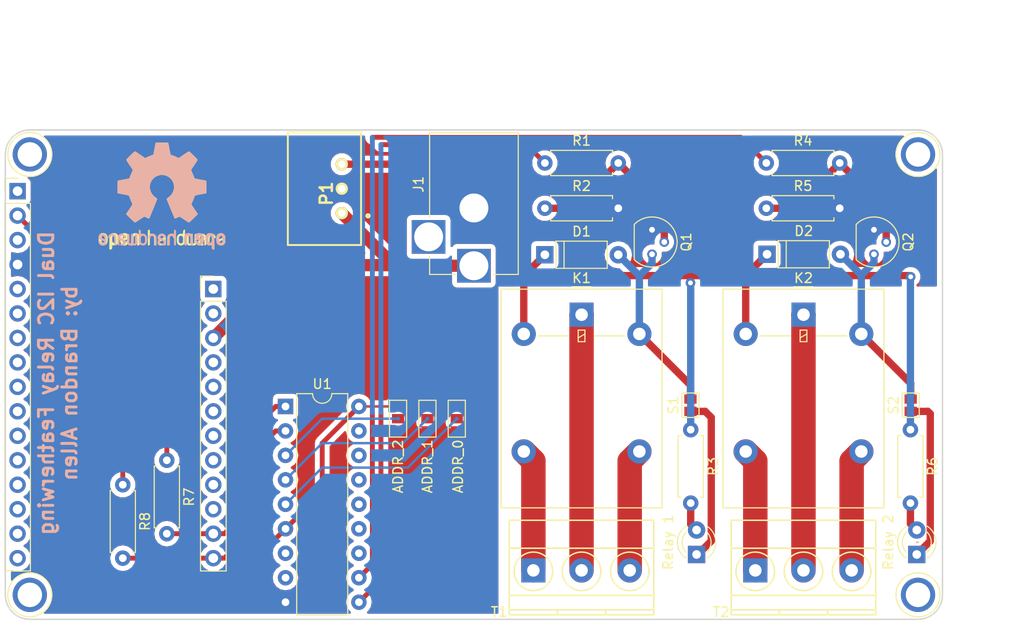
<source format=kicad_pcb>
(kicad_pcb (version 4) (host pcbnew 4.0.7)

  (general
    (links 54)
    (no_connects 0)
    (area 70.757381 47.211 183.618 112.431)
    (thickness 1.6)
    (drawings 13)
    (tracks 125)
    (zones 0)
    (modules 34)
    (nets 57)
  )

  (page A4)
  (layers
    (0 F.Cu signal)
    (31 B.Cu signal)
    (32 B.Adhes user)
    (33 F.Adhes user)
    (34 B.Paste user)
    (35 F.Paste user)
    (36 B.SilkS user)
    (37 F.SilkS user)
    (38 B.Mask user)
    (39 F.Mask user)
    (40 Dwgs.User user)
    (41 Cmts.User user)
    (42 Eco1.User user)
    (43 Eco2.User user)
    (44 Edge.Cuts user)
    (45 Margin user)
    (46 B.CrtYd user)
    (47 F.CrtYd user)
    (48 B.Fab user)
    (49 F.Fab user)
  )

  (setup
    (last_trace_width 0.006)
    (user_trace_width 0.254)
    (user_trace_width 0.381)
    (user_trace_width 0.508)
    (user_trace_width 0.762)
    (user_trace_width 1.106)
    (user_trace_width 1.27)
    (user_trace_width 1.778)
    (user_trace_width 2.54)
    (trace_clearance 0.006)
    (zone_clearance 0.508)
    (zone_45_only no)
    (trace_min 0.006)
    (segment_width 0.2)
    (edge_width 0.15)
    (via_size 0.027)
    (via_drill 0.017)
    (via_min_size 0.027)
    (via_min_drill 0.013)
    (user_via 0.41 0.03)
    (user_via 1 0.5)
    (uvia_size 0.03)
    (uvia_drill 0.02)
    (uvias_allowed no)
    (uvia_min_size 0)
    (uvia_min_drill 0)
    (pcb_text_width 0.3)
    (pcb_text_size 1.5 1.5)
    (mod_edge_width 0.15)
    (mod_text_size 1 1)
    (mod_text_width 0.15)
    (pad_size 1.27 0.97)
    (pad_drill 0)
    (pad_to_mask_clearance 0.2)
    (aux_axis_origin 0 0)
    (visible_elements 7FFFFFFF)
    (pcbplotparams
      (layerselection 0x01030_80000001)
      (usegerberextensions true)
      (excludeedgelayer true)
      (linewidth 0.100000)
      (plotframeref false)
      (viasonmask false)
      (mode 1)
      (useauxorigin false)
      (hpglpennumber 1)
      (hpglpenspeed 20)
      (hpglpendiameter 15)
      (hpglpenoverlay 2)
      (psnegative false)
      (psa4output false)
      (plotreference true)
      (plotvalue true)
      (plotinvisibletext false)
      (padsonsilk false)
      (subtractmaskfromsilk false)
      (outputformat 1)
      (mirror false)
      (drillshape 0)
      (scaleselection 1)
      (outputdirectory gerbers/))
  )

  (net 0 "")
  (net 1 3V3_2)
  (net 2 "Net-(D1-Pad2)")
  (net 3 "Net-(D2-Pad2)")
  (net 4 RESET)
  (net 5 3V3)
  (net 6 AREF)
  (net 7 GND)
  (net 8 A0)
  (net 9 A1)
  (net 10 A2)
  (net 11 A3)
  (net 12 A4)
  (net 13 A5)
  (net 14 SCK)
  (net 15 MOSI)
  (net 16 MISO)
  (net 17 RX)
  (net 18 TX)
  (net 19 RSRV)
  (net 20 VBAT)
  (net 21 EN)
  (net 22 VUSB)
  (net 23 D0)
  (net 24 D1)
  (net 25 D2)
  (net 26 D3)
  (net 27 D4)
  (net 28 D5)
  (net 29 D6)
  (net 30 SCL)
  (net 31 SDA)
  (net 32 "Net-(J1-Pad3)")
  (net 33 "Net-(K1-Pad1)")
  (net 34 "Net-(K1-Pad3)")
  (net 35 "Net-(K1-Pad4)")
  (net 36 "Net-(K2-Pad1)")
  (net 37 "Net-(K2-Pad3)")
  (net 38 "Net-(K2-Pad4)")
  (net 39 "Net-(L1-Pad1)")
  (net 40 "Net-(L1-Pad2)")
  (net 41 "Net-(L2-Pad1)")
  (net 42 "Net-(L2-Pad2)")
  (net 43 "Net-(Q1-Pad2)")
  (net 44 "Net-(Q2-Pad2)")
  (net 45 RELAY_SIGNAL_1)
  (net 46 RELAY_SIGNAL_2)
  (net 47 ADDR_0)
  (net 48 ADDR_1)
  (net 49 ADDR_2)
  (net 50 "Net-(U1-Pad12)")
  (net 51 "Net-(U1-Pad13)")
  (net 52 "Net-(U1-Pad14)")
  (net 53 "Net-(U1-Pad15)")
  (net 54 "Net-(U1-Pad16)")
  (net 55 "Net-(U1-Pad8)")
  (net 56 "Net-(U1-Pad17)")

  (net_class Default "This is the default net class."
    (clearance 0.006)
    (trace_width 0.006)
    (via_dia 0.027)
    (via_drill 0.017)
    (uvia_dia 0.03)
    (uvia_drill 0.02)
    (add_net 3V3)
    (add_net 3V3_2)
    (add_net A0)
    (add_net A1)
    (add_net A2)
    (add_net A3)
    (add_net A4)
    (add_net A5)
    (add_net ADDR_0)
    (add_net ADDR_1)
    (add_net ADDR_2)
    (add_net AREF)
    (add_net D0)
    (add_net D1)
    (add_net D2)
    (add_net D3)
    (add_net D4)
    (add_net D5)
    (add_net D6)
    (add_net EN)
    (add_net GND)
    (add_net MISO)
    (add_net MOSI)
    (add_net "Net-(D1-Pad2)")
    (add_net "Net-(D2-Pad2)")
    (add_net "Net-(J1-Pad3)")
    (add_net "Net-(K1-Pad1)")
    (add_net "Net-(K1-Pad3)")
    (add_net "Net-(K1-Pad4)")
    (add_net "Net-(K2-Pad1)")
    (add_net "Net-(K2-Pad3)")
    (add_net "Net-(K2-Pad4)")
    (add_net "Net-(L1-Pad1)")
    (add_net "Net-(L1-Pad2)")
    (add_net "Net-(L2-Pad1)")
    (add_net "Net-(L2-Pad2)")
    (add_net "Net-(Q1-Pad2)")
    (add_net "Net-(Q2-Pad2)")
    (add_net "Net-(U1-Pad12)")
    (add_net "Net-(U1-Pad13)")
    (add_net "Net-(U1-Pad14)")
    (add_net "Net-(U1-Pad15)")
    (add_net "Net-(U1-Pad16)")
    (add_net "Net-(U1-Pad17)")
    (add_net "Net-(U1-Pad8)")
    (add_net RELAY_SIGNAL_1)
    (add_net RELAY_SIGNAL_2)
    (add_net RESET)
    (add_net RSRV)
    (add_net RX)
    (add_net SCK)
    (add_net SCL)
    (add_net SDA)
    (add_net TX)
    (add_net VBAT)
    (add_net VUSB)
  )

  (module Symbols:OSHW-Logo2_14.6x12mm_SilkScreen (layer F.Cu) (tedit 0) (tstamp 5A1F6E42)
    (at 90.297 67.056)
    (descr "Open Source Hardware Symbol")
    (tags "Logo Symbol OSHW")
    (attr virtual)
    (fp_text reference REF*** (at 0 0) (layer F.SilkS) hide
      (effects (font (size 1 1) (thickness 0.15)))
    )
    (fp_text value OSHW-Logo2_14.6x12mm_SilkScreen (at 0.75 0) (layer F.Fab) hide
      (effects (font (size 1 1) (thickness 0.15)))
    )
    (fp_poly (pts (xy -4.8281 3.861903) (xy -4.71655 3.917522) (xy -4.618092 4.019931) (xy -4.590977 4.057864)
      (xy -4.561438 4.1075) (xy -4.542272 4.161412) (xy -4.531307 4.233364) (xy -4.526371 4.337122)
      (xy -4.525287 4.474101) (xy -4.530182 4.661815) (xy -4.547196 4.802758) (xy -4.579823 4.907908)
      (xy -4.631558 4.988243) (xy -4.705896 5.054741) (xy -4.711358 5.058678) (xy -4.78462 5.098953)
      (xy -4.87284 5.11888) (xy -4.985038 5.123793) (xy -5.167433 5.123793) (xy -5.167509 5.300857)
      (xy -5.169207 5.39947) (xy -5.17955 5.457314) (xy -5.206578 5.492006) (xy -5.258332 5.521164)
      (xy -5.270761 5.527121) (xy -5.328923 5.555039) (xy -5.373956 5.572672) (xy -5.407441 5.574194)
      (xy -5.430962 5.553781) (xy -5.4461 5.505607) (xy -5.454437 5.423846) (xy -5.457556 5.302672)
      (xy -5.45704 5.13626) (xy -5.454471 4.918785) (xy -5.453668 4.853736) (xy -5.450778 4.629502)
      (xy -5.448188 4.482821) (xy -5.167586 4.482821) (xy -5.166009 4.607326) (xy -5.159 4.688787)
      (xy -5.143142 4.742515) (xy -5.115019 4.783823) (xy -5.095925 4.803971) (xy -5.017865 4.862921)
      (xy -4.948753 4.86772) (xy -4.87744 4.819038) (xy -4.875632 4.817241) (xy -4.846617 4.779618)
      (xy -4.828967 4.728484) (xy -4.820064 4.649738) (xy -4.817291 4.529276) (xy -4.817241 4.502588)
      (xy -4.823942 4.336583) (xy -4.845752 4.221505) (xy -4.885235 4.151254) (xy -4.944956 4.119729)
      (xy -4.979472 4.116552) (xy -5.061389 4.13146) (xy -5.117579 4.180548) (xy -5.151402 4.270362)
      (xy -5.16622 4.407445) (xy -5.167586 4.482821) (xy -5.448188 4.482821) (xy -5.447713 4.455952)
      (xy -5.443753 4.325382) (xy -5.438174 4.230087) (xy -5.430254 4.162364) (xy -5.419269 4.114507)
      (xy -5.404499 4.078813) (xy -5.385218 4.047578) (xy -5.376951 4.035824) (xy -5.267288 3.924797)
      (xy -5.128635 3.861847) (xy -4.968246 3.844297) (xy -4.8281 3.861903)) (layer F.SilkS) (width 0.01))
    (fp_poly (pts (xy -2.582571 3.877719) (xy -2.488877 3.931914) (xy -2.423736 3.985707) (xy -2.376093 4.042066)
      (xy -2.343272 4.110987) (xy -2.322594 4.202468) (xy -2.31138 4.326506) (xy -2.306951 4.493098)
      (xy -2.306437 4.612851) (xy -2.306437 5.053659) (xy -2.430517 5.109283) (xy -2.554598 5.164907)
      (xy -2.569195 4.682095) (xy -2.575227 4.501779) (xy -2.581555 4.370901) (xy -2.589394 4.280511)
      (xy -2.599963 4.221664) (xy -2.614477 4.185413) (xy -2.634152 4.16281) (xy -2.640465 4.157917)
      (xy -2.736112 4.119706) (xy -2.832793 4.134827) (xy -2.890345 4.174943) (xy -2.913755 4.20337)
      (xy -2.929961 4.240672) (xy -2.940259 4.297223) (xy -2.945951 4.383394) (xy -2.948336 4.509558)
      (xy -2.948736 4.641042) (xy -2.948814 4.805999) (xy -2.951639 4.922761) (xy -2.961093 5.00151)
      (xy -2.98106 5.052431) (xy -3.015424 5.085706) (xy -3.068068 5.11152) (xy -3.138383 5.138344)
      (xy -3.21518 5.167542) (xy -3.206038 4.649346) (xy -3.202357 4.462539) (xy -3.19805 4.32449)
      (xy -3.191877 4.225568) (xy -3.182598 4.156145) (xy -3.168973 4.10659) (xy -3.149761 4.067273)
      (xy -3.126598 4.032584) (xy -3.014848 3.92177) (xy -2.878487 3.857689) (xy -2.730175 3.842339)
      (xy -2.582571 3.877719)) (layer F.SilkS) (width 0.01))
    (fp_poly (pts (xy -5.951779 3.866015) (xy -5.814939 3.937968) (xy -5.713949 4.053766) (xy -5.678075 4.128213)
      (xy -5.650161 4.239992) (xy -5.635871 4.381227) (xy -5.634516 4.535371) (xy -5.645405 4.685879)
      (xy -5.667847 4.816205) (xy -5.70115 4.909803) (xy -5.711385 4.925922) (xy -5.832618 5.046249)
      (xy -5.976613 5.118317) (xy -6.132861 5.139408) (xy -6.290852 5.106802) (xy -6.33482 5.087253)
      (xy -6.420444 5.027012) (xy -6.495592 4.947135) (xy -6.502694 4.937004) (xy -6.531561 4.888181)
      (xy -6.550643 4.83599) (xy -6.561916 4.767285) (xy -6.567355 4.668918) (xy -6.568938 4.527744)
      (xy -6.568965 4.496092) (xy -6.568893 4.486019) (xy -6.277011 4.486019) (xy -6.275313 4.619256)
      (xy -6.268628 4.707674) (xy -6.254575 4.764785) (xy -6.230771 4.804102) (xy -6.218621 4.817241)
      (xy -6.148764 4.867172) (xy -6.080941 4.864895) (xy -6.012365 4.821584) (xy -5.971465 4.775346)
      (xy -5.947242 4.707857) (xy -5.933639 4.601433) (xy -5.932706 4.58902) (xy -5.930384 4.396147)
      (xy -5.95465 4.2529) (xy -6.005176 4.16016) (xy -6.081632 4.118807) (xy -6.108924 4.116552)
      (xy -6.180589 4.127893) (xy -6.22961 4.167184) (xy -6.259582 4.242326) (xy -6.274101 4.361222)
      (xy -6.277011 4.486019) (xy -6.568893 4.486019) (xy -6.567878 4.345659) (xy -6.563312 4.240549)
      (xy -6.553312 4.167714) (xy -6.535921 4.114108) (xy -6.509184 4.066681) (xy -6.503276 4.057864)
      (xy -6.403968 3.939007) (xy -6.295758 3.870008) (xy -6.164019 3.842619) (xy -6.119283 3.841281)
      (xy -5.951779 3.866015)) (layer F.SilkS) (width 0.01))
    (fp_poly (pts (xy -3.684448 3.884676) (xy -3.569342 3.962111) (xy -3.480389 4.073949) (xy -3.427251 4.216265)
      (xy -3.416503 4.321015) (xy -3.417724 4.364726) (xy -3.427944 4.398194) (xy -3.456039 4.428179)
      (xy -3.510884 4.46144) (xy -3.601355 4.504738) (xy -3.736328 4.564833) (xy -3.737011 4.565134)
      (xy -3.861249 4.622037) (xy -3.963127 4.672565) (xy -4.032233 4.71128) (xy -4.058154 4.73274)
      (xy -4.058161 4.732913) (xy -4.035315 4.779644) (xy -3.981891 4.831154) (xy -3.920558 4.868261)
      (xy -3.889485 4.875632) (xy -3.804711 4.850138) (xy -3.731707 4.786291) (xy -3.696087 4.716094)
      (xy -3.66182 4.664343) (xy -3.594697 4.605409) (xy -3.515792 4.554496) (xy -3.446179 4.526809)
      (xy -3.431623 4.525287) (xy -3.415237 4.550321) (xy -3.41425 4.614311) (xy -3.426292 4.700593)
      (xy -3.448993 4.792501) (xy -3.479986 4.873369) (xy -3.481552 4.876509) (xy -3.574819 5.006734)
      (xy -3.695696 5.095311) (xy -3.832973 5.138786) (xy -3.97544 5.133706) (xy -4.111888 5.076616)
      (xy -4.117955 5.072602) (xy -4.22529 4.975326) (xy -4.295868 4.848409) (xy -4.334926 4.681526)
      (xy -4.340168 4.634639) (xy -4.349452 4.413329) (xy -4.338322 4.310124) (xy -4.058161 4.310124)
      (xy -4.054521 4.374503) (xy -4.034611 4.393291) (xy -3.984974 4.379235) (xy -3.906733 4.346009)
      (xy -3.819274 4.304359) (xy -3.817101 4.303256) (xy -3.74297 4.264265) (xy -3.713219 4.238244)
      (xy -3.720555 4.210965) (xy -3.751447 4.175121) (xy -3.83004 4.123251) (xy -3.914677 4.119439)
      (xy -3.990597 4.157189) (xy -4.043035 4.230001) (xy -4.058161 4.310124) (xy -4.338322 4.310124)
      (xy -4.330356 4.236261) (xy -4.281366 4.095829) (xy -4.213164 3.997447) (xy -4.090065 3.89803)
      (xy -3.954472 3.848711) (xy -3.816045 3.845568) (xy -3.684448 3.884676)) (layer F.SilkS) (width 0.01))
    (fp_poly (pts (xy -1.255402 3.723857) (xy -1.246846 3.843188) (xy -1.237019 3.913506) (xy -1.223401 3.944179)
      (xy -1.203473 3.944571) (xy -1.197011 3.94091) (xy -1.11106 3.914398) (xy -0.999255 3.915946)
      (xy -0.885586 3.943199) (xy -0.81449 3.978455) (xy -0.741595 4.034778) (xy -0.688307 4.098519)
      (xy -0.651725 4.17951) (xy -0.62895 4.287586) (xy -0.617081 4.43258) (xy -0.613218 4.624326)
      (xy -0.613149 4.661109) (xy -0.613103 5.074288) (xy -0.705046 5.106339) (xy -0.770348 5.128144)
      (xy -0.806176 5.138297) (xy -0.80723 5.138391) (xy -0.810758 5.11086) (xy -0.813761 5.034923)
      (xy -0.81601 4.920565) (xy -0.817276 4.777769) (xy -0.817471 4.690951) (xy -0.817877 4.519773)
      (xy -0.819968 4.397088) (xy -0.825053 4.313) (xy -0.83444 4.257614) (xy -0.849439 4.221032)
      (xy -0.871358 4.193359) (xy -0.885043 4.180032) (xy -0.979051 4.126328) (xy -1.081636 4.122307)
      (xy -1.17471 4.167725) (xy -1.191922 4.184123) (xy -1.217168 4.214957) (xy -1.23468 4.251531)
      (xy -1.245858 4.304415) (xy -1.252104 4.384177) (xy -1.254818 4.501385) (xy -1.255402 4.662991)
      (xy -1.255402 5.074288) (xy -1.347345 5.106339) (xy -1.412647 5.128144) (xy -1.448475 5.138297)
      (xy -1.449529 5.138391) (xy -1.452225 5.110448) (xy -1.454655 5.03163) (xy -1.456722 4.909453)
      (xy -1.458329 4.751432) (xy -1.459377 4.565083) (xy -1.459769 4.35792) (xy -1.45977 4.348706)
      (xy -1.45977 3.55902) (xy -1.364885 3.518997) (xy -1.27 3.478973) (xy -1.255402 3.723857)) (layer F.SilkS) (width 0.01))
    (fp_poly (pts (xy 0.079944 3.92436) (xy 0.194343 3.966842) (xy 0.195652 3.967658) (xy 0.266403 4.01973)
      (xy 0.318636 4.080584) (xy 0.355371 4.159887) (xy 0.379634 4.267309) (xy 0.394445 4.412517)
      (xy 0.402829 4.605179) (xy 0.403564 4.632628) (xy 0.41412 5.046521) (xy 0.325291 5.092456)
      (xy 0.261018 5.123498) (xy 0.22221 5.138206) (xy 0.220415 5.138391) (xy 0.2137 5.11125)
      (xy 0.208365 5.038041) (xy 0.205083 4.931081) (xy 0.204368 4.844469) (xy 0.204351 4.704162)
      (xy 0.197937 4.616051) (xy 0.17558 4.574025) (xy 0.127732 4.571975) (xy 0.044849 4.60379)
      (xy -0.080287 4.662272) (xy -0.172303 4.710845) (xy -0.219629 4.752986) (xy -0.233542 4.798916)
      (xy -0.233563 4.801189) (xy -0.210605 4.880311) (xy -0.14263 4.923055) (xy -0.038602 4.929246)
      (xy 0.03633 4.928172) (xy 0.075839 4.949753) (xy 0.100478 5.001591) (xy 0.114659 5.067632)
      (xy 0.094223 5.105104) (xy 0.086528 5.110467) (xy 0.014083 5.132006) (xy -0.087367 5.135055)
      (xy -0.191843 5.120778) (xy -0.265875 5.094688) (xy -0.368228 5.007785) (xy -0.426409 4.886816)
      (xy -0.437931 4.792308) (xy -0.429138 4.707062) (xy -0.39732 4.637476) (xy -0.334316 4.575672)
      (xy -0.231969 4.513772) (xy -0.082118 4.443897) (xy -0.072988 4.439948) (xy 0.061997 4.377588)
      (xy 0.145294 4.326446) (xy 0.180997 4.280488) (xy 0.173203 4.233683) (xy 0.126007 4.179998)
      (xy 0.111894 4.167644) (xy 0.017359 4.119741) (xy -0.080594 4.121758) (xy -0.165903 4.168724)
      (xy -0.222504 4.255669) (xy -0.227763 4.272734) (xy -0.278977 4.355504) (xy -0.343963 4.395372)
      (xy -0.437931 4.434882) (xy -0.437931 4.332658) (xy -0.409347 4.184072) (xy -0.324505 4.047784)
      (xy -0.280355 4.002191) (xy -0.179995 3.943674) (xy -0.052365 3.917184) (xy 0.079944 3.92436)) (layer F.SilkS) (width 0.01))
    (fp_poly (pts (xy 1.065943 3.92192) (xy 1.198565 3.970859) (xy 1.30601 4.057419) (xy 1.348032 4.118352)
      (xy 1.393843 4.230161) (xy 1.392891 4.311006) (xy 1.344808 4.365378) (xy 1.327017 4.374624)
      (xy 1.250204 4.40345) (xy 1.210976 4.396065) (xy 1.197689 4.347658) (xy 1.197012 4.32092)
      (xy 1.172686 4.222548) (xy 1.109281 4.153734) (xy 1.021154 4.120498) (xy 0.922663 4.128861)
      (xy 0.842602 4.172296) (xy 0.815561 4.197072) (xy 0.796394 4.227129) (xy 0.783446 4.272565)
      (xy 0.775064 4.343476) (xy 0.769593 4.44996) (xy 0.765378 4.602112) (xy 0.764287 4.650287)
      (xy 0.760307 4.815095) (xy 0.755781 4.931088) (xy 0.748995 5.007833) (xy 0.738231 5.054893)
      (xy 0.721773 5.081835) (xy 0.697906 5.098223) (xy 0.682626 5.105463) (xy 0.617733 5.13022)
      (xy 0.579534 5.138391) (xy 0.566912 5.111103) (xy 0.559208 5.028603) (xy 0.55638 4.889941)
      (xy 0.558386 4.694162) (xy 0.559011 4.663965) (xy 0.563421 4.485349) (xy 0.568635 4.354923)
      (xy 0.576055 4.262492) (xy 0.587082 4.197858) (xy 0.603117 4.150825) (xy 0.625561 4.111196)
      (xy 0.637302 4.094215) (xy 0.704619 4.01908) (xy 0.77991 3.960638) (xy 0.789128 3.955536)
      (xy 0.924133 3.91526) (xy 1.065943 3.92192)) (layer F.SilkS) (width 0.01))
    (fp_poly (pts (xy 2.393914 4.154455) (xy 2.393543 4.372661) (xy 2.392108 4.540519) (xy 2.389002 4.66607)
      (xy 2.383622 4.757355) (xy 2.375362 4.822415) (xy 2.363616 4.869291) (xy 2.347781 4.906024)
      (xy 2.33579 4.926991) (xy 2.23649 5.040694) (xy 2.110588 5.111965) (xy 1.971291 5.137538)
      (xy 1.831805 5.11415) (xy 1.748743 5.072119) (xy 1.661545 4.999411) (xy 1.602117 4.910612)
      (xy 1.566261 4.79432) (xy 1.549781 4.639135) (xy 1.547447 4.525287) (xy 1.547761 4.517106)
      (xy 1.751724 4.517106) (xy 1.75297 4.647657) (xy 1.758678 4.73408) (xy 1.771804 4.790618)
      (xy 1.795306 4.831514) (xy 1.823386 4.862362) (xy 1.917688 4.921905) (xy 2.01894 4.926992)
      (xy 2.114636 4.877279) (xy 2.122084 4.870543) (xy 2.153874 4.835502) (xy 2.173808 4.793811)
      (xy 2.1846 4.731762) (xy 2.188965 4.635644) (xy 2.189655 4.529379) (xy 2.188159 4.39588)
      (xy 2.181964 4.306822) (xy 2.168514 4.248293) (xy 2.145251 4.206382) (xy 2.126175 4.184123)
      (xy 2.037563 4.127985) (xy 1.935508 4.121235) (xy 1.838095 4.164114) (xy 1.819296 4.180032)
      (xy 1.787293 4.215382) (xy 1.767318 4.257502) (xy 1.756593 4.320251) (xy 1.752339 4.417487)
      (xy 1.751724 4.517106) (xy 1.547761 4.517106) (xy 1.554504 4.341947) (xy 1.578472 4.204195)
      (xy 1.623548 4.100632) (xy 1.693928 4.019856) (xy 1.748743 3.978455) (xy 1.848376 3.933728)
      (xy 1.963855 3.912967) (xy 2.071199 3.918525) (xy 2.131264 3.940943) (xy 2.154835 3.947323)
      (xy 2.170477 3.923535) (xy 2.181395 3.859788) (xy 2.189655 3.762687) (xy 2.198699 3.654541)
      (xy 2.211261 3.589475) (xy 2.234119 3.552268) (xy 2.274051 3.527699) (xy 2.299138 3.516819)
      (xy 2.394023 3.477072) (xy 2.393914 4.154455)) (layer F.SilkS) (width 0.01))
    (fp_poly (pts (xy 3.580124 3.93984) (xy 3.584579 4.016653) (xy 3.588071 4.133391) (xy 3.590315 4.280821)
      (xy 3.591035 4.435455) (xy 3.591035 4.958727) (xy 3.498645 5.051117) (xy 3.434978 5.108047)
      (xy 3.379089 5.131107) (xy 3.302702 5.129647) (xy 3.27238 5.125934) (xy 3.17761 5.115126)
      (xy 3.099222 5.108933) (xy 3.080115 5.108361) (xy 3.015699 5.112102) (xy 2.923571 5.121494)
      (xy 2.88785 5.125934) (xy 2.800114 5.132801) (xy 2.741153 5.117885) (xy 2.68269 5.071835)
      (xy 2.661585 5.051117) (xy 2.569195 4.958727) (xy 2.569195 3.979947) (xy 2.643558 3.946066)
      (xy 2.70759 3.92097) (xy 2.745052 3.912184) (xy 2.754657 3.93995) (xy 2.763635 4.01753)
      (xy 2.771386 4.136348) (xy 2.777314 4.287828) (xy 2.780173 4.415805) (xy 2.788161 4.919425)
      (xy 2.857848 4.929278) (xy 2.921229 4.922389) (xy 2.952286 4.900083) (xy 2.960967 4.858379)
      (xy 2.968378 4.769544) (xy 2.973931 4.644834) (xy 2.977036 4.495507) (xy 2.977484 4.418661)
      (xy 2.977931 3.976287) (xy 3.069874 3.944235) (xy 3.134949 3.922443) (xy 3.170347 3.912281)
      (xy 3.171368 3.912184) (xy 3.17492 3.939809) (xy 3.178823 4.016411) (xy 3.182751 4.132579)
      (xy 3.186376 4.278904) (xy 3.188908 4.415805) (xy 3.196897 4.919425) (xy 3.372069 4.919425)
      (xy 3.380107 4.459965) (xy 3.388146 4.000505) (xy 3.473543 3.956344) (xy 3.536593 3.926019)
      (xy 3.57391 3.912258) (xy 3.574987 3.912184) (xy 3.580124 3.93984)) (layer F.SilkS) (width 0.01))
    (fp_poly (pts (xy 4.314406 3.935156) (xy 4.398469 3.973393) (xy 4.46445 4.019726) (xy 4.512794 4.071532)
      (xy 4.546172 4.138363) (xy 4.567253 4.229769) (xy 4.578707 4.355301) (xy 4.583203 4.524508)
      (xy 4.583678 4.635933) (xy 4.583678 5.070627) (xy 4.509316 5.104509) (xy 4.450746 5.129272)
      (xy 4.42173 5.138391) (xy 4.416179 5.111257) (xy 4.411775 5.038094) (xy 4.409078 4.931263)
      (xy 4.408506 4.846437) (xy 4.406046 4.723887) (xy 4.399412 4.626668) (xy 4.389726 4.567134)
      (xy 4.382032 4.554483) (xy 4.330311 4.567402) (xy 4.249117 4.600539) (xy 4.155102 4.645461)
      (xy 4.064917 4.693735) (xy 3.995215 4.736928) (xy 3.962648 4.766608) (xy 3.962519 4.766929)
      (xy 3.96532 4.821857) (xy 3.990439 4.874292) (xy 4.034541 4.916881) (xy 4.098909 4.931126)
      (xy 4.153921 4.929466) (xy 4.231835 4.928245) (xy 4.272732 4.946498) (xy 4.297295 4.994726)
      (xy 4.300392 5.00382) (xy 4.31104 5.072598) (xy 4.282565 5.11436) (xy 4.208344 5.134263)
      (xy 4.128168 5.137944) (xy 3.98389 5.110658) (xy 3.909203 5.07169) (xy 3.816963 4.980148)
      (xy 3.768043 4.867782) (xy 3.763654 4.749051) (xy 3.805001 4.638411) (xy 3.867197 4.56908)
      (xy 3.929294 4.530265) (xy 4.026895 4.481125) (xy 4.140632 4.431292) (xy 4.15959 4.423677)
      (xy 4.284521 4.368545) (xy 4.356539 4.319954) (xy 4.3797 4.271647) (xy 4.358064 4.21737)
      (xy 4.32092 4.174943) (xy 4.233127 4.122702) (xy 4.13653 4.118784) (xy 4.047944 4.159041)
      (xy 3.984186 4.239326) (xy 3.975817 4.26004) (xy 3.927096 4.336225) (xy 3.855965 4.392785)
      (xy 3.766207 4.439201) (xy 3.766207 4.307584) (xy 3.77149 4.227168) (xy 3.794142 4.163786)
      (xy 3.844367 4.096163) (xy 3.892582 4.044076) (xy 3.967554 3.970322) (xy 4.025806 3.930702)
      (xy 4.088372 3.91481) (xy 4.159193 3.912184) (xy 4.314406 3.935156)) (layer F.SilkS) (width 0.01))
    (fp_poly (pts (xy 5.33569 3.940018) (xy 5.370585 3.955269) (xy 5.453877 4.021235) (xy 5.525103 4.116618)
      (xy 5.569153 4.218406) (xy 5.576322 4.268587) (xy 5.552285 4.338647) (xy 5.499561 4.375717)
      (xy 5.443031 4.398164) (xy 5.417146 4.4023) (xy 5.404542 4.372283) (xy 5.379654 4.306961)
      (xy 5.368735 4.277445) (xy 5.307508 4.175348) (xy 5.218861 4.124423) (xy 5.105193 4.125989)
      (xy 5.096774 4.127994) (xy 5.036088 4.156767) (xy 4.991474 4.212859) (xy 4.961002 4.303163)
      (xy 4.942744 4.434571) (xy 4.934771 4.613974) (xy 4.934023 4.709433) (xy 4.933652 4.859913)
      (xy 4.931223 4.962495) (xy 4.92476 5.027672) (xy 4.912288 5.065938) (xy 4.891833 5.087785)
      (xy 4.861419 5.103707) (xy 4.859661 5.104509) (xy 4.801091 5.129272) (xy 4.772075 5.138391)
      (xy 4.767616 5.110822) (xy 4.763799 5.03462) (xy 4.760899 4.919541) (xy 4.759191 4.775341)
      (xy 4.758851 4.669814) (xy 4.760588 4.465613) (xy 4.767382 4.310697) (xy 4.781607 4.196024)
      (xy 4.805638 4.112551) (xy 4.841848 4.051236) (xy 4.892612 4.003034) (xy 4.942739 3.969393)
      (xy 5.063275 3.924619) (xy 5.203557 3.914521) (xy 5.33569 3.940018)) (layer F.SilkS) (width 0.01))
    (fp_poly (pts (xy 6.343439 3.95654) (xy 6.45895 4.032034) (xy 6.514664 4.099617) (xy 6.558804 4.222255)
      (xy 6.562309 4.319298) (xy 6.554368 4.449056) (xy 6.255115 4.580039) (xy 6.109611 4.646958)
      (xy 6.014537 4.70079) (xy 5.965101 4.747416) (xy 5.956511 4.79272) (xy 5.983972 4.842582)
      (xy 6.014253 4.875632) (xy 6.102363 4.928633) (xy 6.198196 4.932347) (xy 6.286212 4.891041)
      (xy 6.350869 4.808983) (xy 6.362433 4.780008) (xy 6.417825 4.689509) (xy 6.481553 4.65094)
      (xy 6.568966 4.617946) (xy 6.568966 4.743034) (xy 6.561238 4.828156) (xy 6.530966 4.899938)
      (xy 6.467518 4.982356) (xy 6.458088 4.993066) (xy 6.387513 5.066391) (xy 6.326847 5.105742)
      (xy 6.25095 5.123845) (xy 6.18803 5.129774) (xy 6.075487 5.131251) (xy 5.99537 5.112535)
      (xy 5.94539 5.084747) (xy 5.866838 5.023641) (xy 5.812463 4.957554) (xy 5.778052 4.874441)
      (xy 5.759388 4.762254) (xy 5.752256 4.608946) (xy 5.751687 4.531136) (xy 5.753622 4.437853)
      (xy 5.929899 4.437853) (xy 5.931944 4.487896) (xy 5.937039 4.496092) (xy 5.970666 4.484958)
      (xy 6.04303 4.455493) (xy 6.139747 4.413601) (xy 6.159973 4.404597) (xy 6.282203 4.342442)
      (xy 6.349547 4.287815) (xy 6.364348 4.236649) (xy 6.328947 4.184876) (xy 6.299711 4.162)
      (xy 6.194216 4.11625) (xy 6.095476 4.123808) (xy 6.012812 4.179651) (xy 5.955548 4.278753)
      (xy 5.937188 4.357414) (xy 5.929899 4.437853) (xy 5.753622 4.437853) (xy 5.755459 4.349351)
      (xy 5.769359 4.214853) (xy 5.796894 4.116916) (xy 5.841572 4.044811) (xy 5.906901 3.987813)
      (xy 5.935383 3.969393) (xy 6.064763 3.921422) (xy 6.206412 3.918403) (xy 6.343439 3.95654)) (layer F.SilkS) (width 0.01))
    (fp_poly (pts (xy 0.209014 -5.547002) (xy 0.367006 -5.546137) (xy 0.481347 -5.543795) (xy 0.559407 -5.539238)
      (xy 0.608554 -5.53173) (xy 0.636159 -5.520534) (xy 0.649592 -5.504912) (xy 0.656221 -5.484127)
      (xy 0.656865 -5.481437) (xy 0.666935 -5.432887) (xy 0.685575 -5.337095) (xy 0.710845 -5.204257)
      (xy 0.740807 -5.044569) (xy 0.773522 -4.868226) (xy 0.774664 -4.862033) (xy 0.807433 -4.689218)
      (xy 0.838093 -4.536531) (xy 0.864664 -4.413129) (xy 0.885167 -4.328169) (xy 0.897626 -4.29081)
      (xy 0.89822 -4.290148) (xy 0.934919 -4.271905) (xy 1.010586 -4.241503) (xy 1.108878 -4.205507)
      (xy 1.109425 -4.205315) (xy 1.233233 -4.158778) (xy 1.379196 -4.099496) (xy 1.516781 -4.039891)
      (xy 1.523293 -4.036944) (xy 1.74739 -3.935235) (xy 2.243619 -4.274103) (xy 2.395846 -4.377408)
      (xy 2.533741 -4.469763) (xy 2.649315 -4.545916) (xy 2.734579 -4.600615) (xy 2.781544 -4.628607)
      (xy 2.786004 -4.630683) (xy 2.820134 -4.62144) (xy 2.883881 -4.576844) (xy 2.979731 -4.494791)
      (xy 3.110169 -4.373179) (xy 3.243328 -4.243795) (xy 3.371694 -4.116298) (xy 3.486581 -3.999954)
      (xy 3.581073 -3.901948) (xy 3.648253 -3.829464) (xy 3.681206 -3.789687) (xy 3.682432 -3.787639)
      (xy 3.686074 -3.760344) (xy 3.67235 -3.715766) (xy 3.637869 -3.647888) (xy 3.579239 -3.550689)
      (xy 3.49307 -3.418149) (xy 3.3782 -3.247524) (xy 3.276254 -3.097345) (xy 3.185123 -2.96265)
      (xy 3.110073 -2.85126) (xy 3.056369 -2.770995) (xy 3.02928 -2.729675) (xy 3.027574 -2.72687)
      (xy 3.030882 -2.687279) (xy 3.055953 -2.610331) (xy 3.097798 -2.510568) (xy 3.112712 -2.478709)
      (xy 3.177786 -2.336774) (xy 3.247212 -2.175727) (xy 3.303609 -2.036379) (xy 3.344247 -1.932956)
      (xy 3.376526 -1.854358) (xy 3.395178 -1.81328) (xy 3.397497 -1.810115) (xy 3.431803 -1.804872)
      (xy 3.512669 -1.790506) (xy 3.629343 -1.769063) (xy 3.771075 -1.742587) (xy 3.92711 -1.713123)
      (xy 4.086698 -1.682717) (xy 4.239085 -1.653412) (xy 4.373521 -1.627255) (xy 4.479252 -1.60629)
      (xy 4.545526 -1.592561) (xy 4.561782 -1.58868) (xy 4.578573 -1.5791) (xy 4.591249 -1.557464)
      (xy 4.600378 -1.516469) (xy 4.606531 -1.448811) (xy 4.61028 -1.347188) (xy 4.612192 -1.204297)
      (xy 4.61284 -1.012835) (xy 4.612874 -0.934355) (xy 4.612874 -0.296094) (xy 4.459598 -0.26584)
      (xy 4.374322 -0.249436) (xy 4.24707 -0.225491) (xy 4.093315 -0.196893) (xy 3.928534 -0.166533)
      (xy 3.882989 -0.158194) (xy 3.730932 -0.12863) (xy 3.598468 -0.099558) (xy 3.496714 -0.073671)
      (xy 3.436788 -0.053663) (xy 3.426805 -0.047699) (xy 3.402293 -0.005466) (xy 3.367148 0.07637)
      (xy 3.328173 0.181683) (xy 3.320442 0.204368) (xy 3.26936 0.345018) (xy 3.205954 0.503714)
      (xy 3.143904 0.646225) (xy 3.143598 0.646886) (xy 3.040267 0.87044) (xy 3.719961 1.870232)
      (xy 3.283621 2.3073) (xy 3.151649 2.437381) (xy 3.031279 2.552048) (xy 2.929273 2.645181)
      (xy 2.852391 2.710658) (xy 2.807393 2.742357) (xy 2.800938 2.744368) (xy 2.76304 2.728529)
      (xy 2.685708 2.684496) (xy 2.577389 2.61749) (xy 2.446532 2.532734) (xy 2.305052 2.437816)
      (xy 2.161461 2.340998) (xy 2.033435 2.256751) (xy 1.929105 2.190258) (xy 1.8566 2.146702)
      (xy 1.824158 2.131264) (xy 1.784576 2.144328) (xy 1.709519 2.17875) (xy 1.614468 2.22738)
      (xy 1.604392 2.232785) (xy 1.476391 2.29698) (xy 1.388618 2.328463) (xy 1.334028 2.328798)
      (xy 1.305575 2.299548) (xy 1.30541 2.299138) (xy 1.291188 2.264498) (xy 1.257269 2.182269)
      (xy 1.206284 2.058814) (xy 1.140862 1.900498) (xy 1.063634 1.713686) (xy 0.977229 1.504742)
      (xy 0.893551 1.302446) (xy 0.801588 1.0792) (xy 0.71715 0.872392) (xy 0.642769 0.688362)
      (xy 0.580974 0.533451) (xy 0.534297 0.413996) (xy 0.505268 0.336339) (xy 0.496322 0.307356)
      (xy 0.518756 0.27411) (xy 0.577439 0.221123) (xy 0.655689 0.162704) (xy 0.878534 -0.022048)
      (xy 1.052718 -0.233818) (xy 1.176154 -0.468144) (xy 1.246754 -0.720566) (xy 1.262431 -0.986623)
      (xy 1.251036 -1.109425) (xy 1.18895 -1.364207) (xy 1.082023 -1.589199) (xy 0.936889 -1.782183)
      (xy 0.760178 -1.940939) (xy 0.558522 -2.06325) (xy 0.338554 -2.146895) (xy 0.106906 -2.189656)
      (xy -0.129791 -2.189313) (xy -0.364905 -2.143648) (xy -0.591804 -2.050441) (xy -0.803856 -1.907473)
      (xy -0.892364 -1.826617) (xy -1.062111 -1.618993) (xy -1.180301 -1.392105) (xy -1.247722 -1.152567)
      (xy -1.26516 -0.906993) (xy -1.233402 -0.661997) (xy -1.153235 -0.424192) (xy -1.025445 -0.200193)
      (xy -0.85082 0.003387) (xy -0.655688 0.162704) (xy -0.574409 0.223602) (xy -0.516991 0.276015)
      (xy -0.496322 0.307406) (xy -0.507144 0.341639) (xy -0.537923 0.423419) (xy -0.586126 0.546407)
      (xy -0.649222 0.704263) (xy -0.724678 0.890649) (xy -0.809962 1.099226) (xy -0.893781 1.302496)
      (xy -0.986255 1.525933) (xy -1.071911 1.732984) (xy -1.148118 1.917286) (xy -1.212247 2.072475)
      (xy -1.261668 2.192188) (xy -1.293752 2.270061) (xy -1.305641 2.299138) (xy -1.333726 2.328677)
      (xy -1.388051 2.328591) (xy -1.475605 2.297326) (xy -1.603381 2.233329) (xy -1.604392 2.232785)
      (xy -1.700598 2.183121) (xy -1.778369 2.146945) (xy -1.822223 2.131408) (xy -1.824158 2.131264)
      (xy -1.857171 2.147024) (xy -1.930054 2.19085) (xy -2.034678 2.257557) (xy -2.16291 2.341964)
      (xy -2.305052 2.437816) (xy -2.449767 2.534867) (xy -2.580196 2.61927) (xy -2.68789 2.685801)
      (xy -2.764402 2.729238) (xy -2.800938 2.744368) (xy -2.834582 2.724482) (xy -2.902224 2.668903)
      (xy -2.997107 2.583754) (xy -3.11247 2.475153) (xy -3.241555 2.349221) (xy -3.283771 2.307149)
      (xy -3.720261 1.869931) (xy -3.388023 1.38234) (xy -3.287054 1.232605) (xy -3.198438 1.09822)
      (xy -3.127146 0.986969) (xy -3.07815 0.906639) (xy -3.056422 0.865014) (xy -3.055785 0.862053)
      (xy -3.06724 0.822818) (xy -3.098051 0.743895) (xy -3.142884 0.638509) (xy -3.174353 0.567954)
      (xy -3.233192 0.432876) (xy -3.288604 0.296409) (xy -3.331564 0.181103) (xy -3.343234 0.145977)
      (xy -3.376389 0.052174) (xy -3.408799 -0.020306) (xy -3.426601 -0.047699) (xy -3.465886 -0.064464)
      (xy -3.551626 -0.08823) (xy -3.672697 -0.116303) (xy -3.817973 -0.145991) (xy -3.882988 -0.158194)
      (xy -4.048087 -0.188532) (xy -4.206448 -0.217907) (xy -4.342596 -0.243431) (xy -4.441057 -0.262215)
      (xy -4.459598 -0.26584) (xy -4.612873 -0.296094) (xy -4.612873 -0.934355) (xy -4.612529 -1.14423)
      (xy -4.611116 -1.30302) (xy -4.608064 -1.418027) (xy -4.602803 -1.496554) (xy -4.594763 -1.545904)
      (xy -4.583373 -1.573381) (xy -4.568063 -1.586287) (xy -4.561782 -1.58868) (xy -4.523896 -1.597167)
      (xy -4.440195 -1.6141) (xy -4.321433 -1.637434) (xy -4.178361 -1.665125) (xy -4.021732 -1.695127)
      (xy -3.862297 -1.725396) (xy -3.710809 -1.753885) (xy -3.578019 -1.778551) (xy -3.474681 -1.797349)
      (xy -3.411545 -1.808233) (xy -3.397497 -1.810115) (xy -3.38477 -1.835296) (xy -3.3566 -1.902378)
      (xy -3.318252 -1.998667) (xy -3.303609 -2.036379) (xy -3.244548 -2.182079) (xy -3.175 -2.343049)
      (xy -3.112712 -2.478709) (xy -3.066879 -2.582439) (xy -3.036387 -2.667674) (xy -3.026208 -2.719874)
      (xy -3.027831 -2.72687) (xy -3.049343 -2.759898) (xy -3.098465 -2.833357) (xy -3.169923 -2.939423)
      (xy -3.258445 -3.070274) (xy -3.358759 -3.218088) (xy -3.378594 -3.247266) (xy -3.494988 -3.420137)
      (xy -3.580548 -3.551774) (xy -3.638684 -3.648239) (xy -3.672808 -3.715592) (xy -3.686331 -3.759894)
      (xy -3.682664 -3.787206) (xy -3.68257 -3.78738) (xy -3.653707 -3.823254) (xy -3.589867 -3.892609)
      (xy -3.497969 -3.988255) (xy -3.384933 -4.103001) (xy -3.257679 -4.229659) (xy -3.243328 -4.243795)
      (xy -3.082957 -4.399097) (xy -2.959195 -4.51313) (xy -2.869555 -4.587998) (xy -2.811552 -4.625804)
      (xy -2.786004 -4.630683) (xy -2.748718 -4.609397) (xy -2.671343 -4.560227) (xy -2.561867 -4.488425)
      (xy -2.42828 -4.399245) (xy -2.27857 -4.297937) (xy -2.243618 -4.274103) (xy -1.74739 -3.935235)
      (xy -1.523293 -4.036944) (xy -1.387011 -4.096217) (xy -1.240724 -4.15583) (xy -1.114965 -4.20336)
      (xy -1.109425 -4.205315) (xy -1.011057 -4.241323) (xy -0.935229 -4.271771) (xy -0.898282 -4.290095)
      (xy -0.89822 -4.290148) (xy -0.886496 -4.323271) (xy -0.866568 -4.404733) (xy -0.840413 -4.525375)
      (xy -0.81001 -4.676041) (xy -0.777337 -4.847572) (xy -0.774664 -4.862033) (xy -0.74189 -5.038765)
      (xy -0.711802 -5.19919) (xy -0.686339 -5.333112) (xy -0.667441 -5.430337) (xy -0.657047 -5.480668)
      (xy -0.656865 -5.481437) (xy -0.650539 -5.502847) (xy -0.638239 -5.519012) (xy -0.612594 -5.530669)
      (xy -0.566235 -5.538555) (xy -0.491792 -5.543407) (xy -0.381895 -5.545961) (xy -0.229175 -5.546955)
      (xy -0.026262 -5.547126) (xy 0 -5.547126) (xy 0.209014 -5.547002)) (layer F.SilkS) (width 0.01))
  )

  (module Connectors:1pin (layer F.Cu) (tedit 5A1F40D8) (tstamp 5A1F68C9)
    (at 76.581 62.738)
    (descr "module 1 pin (ou trou mecanique de percage)")
    (tags DEV)
    (fp_text reference PIN1 (at 0 -3.048) (layer F.SilkS) hide
      (effects (font (size 1 1) (thickness 0.15)))
    )
    (fp_text value 1pin (at 0 3) (layer F.Fab) hide
      (effects (font (size 1 1) (thickness 0.15)))
    )
    (fp_circle (center 0 0) (end 2 0.8) (layer F.Fab) (width 0.1))
    (fp_circle (center 0 0) (end 2.6 0) (layer F.CrtYd) (width 0.05))
    (fp_circle (center 0 0) (end 0 -2.286) (layer F.SilkS) (width 0.12))
    (pad 1 np_thru_hole circle (at 0 0) (size 3.556 3.556) (drill 2.54) (layers *.Cu *.Mask))
  )

  (module Connectors:1pin (layer F.Cu) (tedit 5A1F40F0) (tstamp 5A1F68C5)
    (at 76.581 108.458)
    (descr "module 1 pin (ou trou mecanique de percage)")
    (tags DEV)
    (fp_text reference PIN2 (at 0 -3.048) (layer F.SilkS) hide
      (effects (font (size 1 1) (thickness 0.15)))
    )
    (fp_text value 1pin (at 0 3) (layer F.Fab) hide
      (effects (font (size 1 1) (thickness 0.15)))
    )
    (fp_circle (center 0 0) (end 2 0.8) (layer F.Fab) (width 0.1))
    (fp_circle (center 0 0) (end 2.6 0) (layer F.CrtYd) (width 0.05))
    (fp_circle (center 0 0) (end 0 -2.286) (layer F.SilkS) (width 0.12))
    (pad 1 np_thru_hole circle (at 0 0) (size 3.556 3.556) (drill 2.54) (layers *.Cu *.Mask))
  )

  (module Connectors:1pin (layer F.Cu) (tedit 5A1F28BE) (tstamp 5A1F56DB)
    (at 168.783 108.458)
    (descr "module 1 pin (ou trou mecanique de percage)")
    (tags DEV)
    (fp_text reference PIN4 (at 0 -3.048) (layer F.SilkS) hide
      (effects (font (size 1 1) (thickness 0.15)))
    )
    (fp_text value 1pin (at 0 3) (layer F.Fab)
      (effects (font (size 1 1) (thickness 0.15)))
    )
    (fp_circle (center 0 0) (end 2 0.8) (layer F.Fab) (width 0.1))
    (fp_circle (center 0 0) (end 2.6 0) (layer F.CrtYd) (width 0.05))
    (fp_circle (center 0 0) (end 0 -2.286) (layer F.SilkS) (width 0.12))
    (pad 1 np_thru_hole circle (at 0 0) (size 3.556 3.556) (drill 2.54) (layers *.Cu *.Mask))
  )

  (module Diodes_THT:D_A-405_P7.62mm_Horizontal (layer F.Cu) (tedit 5921392E) (tstamp 5A1F24C6)
    (at 130.048 73.152)
    (descr "D, A-405 series, Axial, Horizontal, pin pitch=7.62mm, , length*diameter=5.2*2.7mm^2, , http://www.diodes.com/_files/packages/A-405.pdf")
    (tags "D A-405 series Axial Horizontal pin pitch 7.62mm  length 5.2mm diameter 2.7mm")
    (path /5A1FED9C)
    (fp_text reference D1 (at 3.81 -2.41) (layer F.SilkS)
      (effects (font (size 1 1) (thickness 0.15)))
    )
    (fp_text value D (at 3.81 2.41) (layer F.Fab)
      (effects (font (size 1 1) (thickness 0.15)))
    )
    (fp_text user %R (at 3.81 0) (layer F.Fab)
      (effects (font (size 1 1) (thickness 0.15)))
    )
    (fp_line (start 1.21 -1.35) (end 1.21 1.35) (layer F.Fab) (width 0.1))
    (fp_line (start 1.21 1.35) (end 6.41 1.35) (layer F.Fab) (width 0.1))
    (fp_line (start 6.41 1.35) (end 6.41 -1.35) (layer F.Fab) (width 0.1))
    (fp_line (start 6.41 -1.35) (end 1.21 -1.35) (layer F.Fab) (width 0.1))
    (fp_line (start 0 0) (end 1.21 0) (layer F.Fab) (width 0.1))
    (fp_line (start 7.62 0) (end 6.41 0) (layer F.Fab) (width 0.1))
    (fp_line (start 1.99 -1.35) (end 1.99 1.35) (layer F.Fab) (width 0.1))
    (fp_line (start 1.15 -1.41) (end 1.15 1.41) (layer F.SilkS) (width 0.12))
    (fp_line (start 1.15 1.41) (end 6.47 1.41) (layer F.SilkS) (width 0.12))
    (fp_line (start 6.47 1.41) (end 6.47 -1.41) (layer F.SilkS) (width 0.12))
    (fp_line (start 6.47 -1.41) (end 1.15 -1.41) (layer F.SilkS) (width 0.12))
    (fp_line (start 1.08 0) (end 1.15 0) (layer F.SilkS) (width 0.12))
    (fp_line (start 6.54 0) (end 6.47 0) (layer F.SilkS) (width 0.12))
    (fp_line (start 1.99 -1.41) (end 1.99 1.41) (layer F.SilkS) (width 0.12))
    (fp_line (start -1.15 -1.7) (end -1.15 1.7) (layer F.CrtYd) (width 0.05))
    (fp_line (start -1.15 1.7) (end 8.8 1.7) (layer F.CrtYd) (width 0.05))
    (fp_line (start 8.8 1.7) (end 8.8 -1.7) (layer F.CrtYd) (width 0.05))
    (fp_line (start 8.8 -1.7) (end -1.15 -1.7) (layer F.CrtYd) (width 0.05))
    (pad 1 thru_hole rect (at 0 0) (size 1.8 1.8) (drill 0.9) (layers *.Cu *.Mask)
      (net 1 3V3_2))
    (pad 2 thru_hole oval (at 7.62 0) (size 1.8 1.8) (drill 0.9) (layers *.Cu *.Mask)
      (net 2 "Net-(D1-Pad2)"))
    (model ${KISYS3DMOD}/Diodes_THT.3dshapes/D_A-405_P7.62mm_Horizontal.wrl
      (at (xyz 0 0 0))
      (scale (xyz 0.393701 0.393701 0.393701))
      (rotate (xyz 0 0 0))
    )
  )

  (module Diodes_THT:D_A-405_P7.62mm_Horizontal (layer F.Cu) (tedit 5A1F3068) (tstamp 5A1F24CC)
    (at 153.1112 73.1012)
    (descr "D, A-405 series, Axial, Horizontal, pin pitch=7.62mm, , length*diameter=5.2*2.7mm^2, , http://www.diodes.com/_files/packages/A-405.pdf")
    (tags "D A-405 series Axial Horizontal pin pitch 7.62mm  length 5.2mm diameter 2.7mm")
    (path /5A1F22BF)
    (fp_text reference D2 (at 3.81 -2.41) (layer F.SilkS)
      (effects (font (size 1 1) (thickness 0.15)))
    )
    (fp_text value D (at 3.81 2.41) (layer F.Fab) hide
      (effects (font (size 1 1) (thickness 0.15)))
    )
    (fp_text user %R (at 3.81 0) (layer F.Fab)
      (effects (font (size 1 1) (thickness 0.15)))
    )
    (fp_line (start 1.21 -1.35) (end 1.21 1.35) (layer F.Fab) (width 0.1))
    (fp_line (start 1.21 1.35) (end 6.41 1.35) (layer F.Fab) (width 0.1))
    (fp_line (start 6.41 1.35) (end 6.41 -1.35) (layer F.Fab) (width 0.1))
    (fp_line (start 6.41 -1.35) (end 1.21 -1.35) (layer F.Fab) (width 0.1))
    (fp_line (start 0 0) (end 1.21 0) (layer F.Fab) (width 0.1))
    (fp_line (start 7.62 0) (end 6.41 0) (layer F.Fab) (width 0.1))
    (fp_line (start 1.99 -1.35) (end 1.99 1.35) (layer F.Fab) (width 0.1))
    (fp_line (start 1.15 -1.41) (end 1.15 1.41) (layer F.SilkS) (width 0.12))
    (fp_line (start 1.15 1.41) (end 6.47 1.41) (layer F.SilkS) (width 0.12))
    (fp_line (start 6.47 1.41) (end 6.47 -1.41) (layer F.SilkS) (width 0.12))
    (fp_line (start 6.47 -1.41) (end 1.15 -1.41) (layer F.SilkS) (width 0.12))
    (fp_line (start 1.08 0) (end 1.15 0) (layer F.SilkS) (width 0.12))
    (fp_line (start 6.54 0) (end 6.47 0) (layer F.SilkS) (width 0.12))
    (fp_line (start 1.99 -1.41) (end 1.99 1.41) (layer F.SilkS) (width 0.12))
    (fp_line (start -1.15 -1.7) (end -1.15 1.7) (layer F.CrtYd) (width 0.05))
    (fp_line (start -1.15 1.7) (end 8.8 1.7) (layer F.CrtYd) (width 0.05))
    (fp_line (start 8.8 1.7) (end 8.8 -1.7) (layer F.CrtYd) (width 0.05))
    (fp_line (start 8.8 -1.7) (end -1.15 -1.7) (layer F.CrtYd) (width 0.05))
    (pad 1 thru_hole rect (at 0 0) (size 1.8 1.8) (drill 0.9) (layers *.Cu *.Mask)
      (net 1 3V3_2))
    (pad 2 thru_hole oval (at 7.62 0) (size 1.8 1.8) (drill 0.9) (layers *.Cu *.Mask)
      (net 3 "Net-(D2-Pad2)"))
    (model ${KISYS3DMOD}/Diodes_THT.3dshapes/D_A-405_P7.62mm_Horizontal.wrl
      (at (xyz 0 0 0))
      (scale (xyz 0.393701 0.393701 0.393701))
      (rotate (xyz 0 0 0))
    )
  )

  (module Pin_Headers:Pin_Header_Straight_1x16_Pitch2.54mm (layer F.Cu) (tedit 5A235C04) (tstamp 5A1F24E0)
    (at 75.311 66.548)
    (descr "Through hole straight pin header, 1x16, 2.54mm pitch, single row")
    (tags "Through hole pin header THT 1x16 2.54mm single row")
    (path /5A1F13AE)
    (fp_text reference H1 (at 0 -2.33) (layer F.SilkS) hide
      (effects (font (size 1 1) (thickness 0.15)))
    )
    (fp_text value Conn_01x16 (at 0 40.43) (layer F.Fab) hide
      (effects (font (size 1 1) (thickness 0.15)))
    )
    (fp_line (start -0.635 -1.27) (end 1.27 -1.27) (layer F.Fab) (width 0.1))
    (fp_line (start 1.27 -1.27) (end 1.27 39.37) (layer F.Fab) (width 0.1))
    (fp_line (start 1.27 39.37) (end -1.27 39.37) (layer F.Fab) (width 0.1))
    (fp_line (start -1.27 39.37) (end -1.27 -0.635) (layer F.Fab) (width 0.1))
    (fp_line (start -1.27 -0.635) (end -0.635 -1.27) (layer F.Fab) (width 0.1))
    (fp_line (start -1.33 39.43) (end 1.33 39.43) (layer F.SilkS) (width 0.12))
    (fp_line (start -1.33 1.27) (end -1.33 39.43) (layer F.SilkS) (width 0.12))
    (fp_line (start 1.33 1.27) (end 1.33 39.43) (layer F.SilkS) (width 0.12))
    (fp_line (start -1.33 1.27) (end 1.33 1.27) (layer F.SilkS) (width 0.12))
    (fp_line (start -1.33 0) (end -1.33 -1.33) (layer F.SilkS) (width 0.12))
    (fp_line (start -1.33 -1.33) (end 0 -1.33) (layer F.SilkS) (width 0.12))
    (fp_line (start -1.8 -1.8) (end -1.8 39.9) (layer F.CrtYd) (width 0.05))
    (fp_line (start -1.8 39.9) (end 1.8 39.9) (layer F.CrtYd) (width 0.05))
    (fp_line (start 1.8 39.9) (end 1.8 -1.8) (layer F.CrtYd) (width 0.05))
    (fp_line (start 1.8 -1.8) (end -1.8 -1.8) (layer F.CrtYd) (width 0.05))
    (fp_text user %R (at 0 19.05 90) (layer F.Fab)
      (effects (font (size 1 1) (thickness 0.15)))
    )
    (pad 1 thru_hole rect (at 0 0) (size 1.7 1.7) (drill 1) (layers *.Cu *.Mask)
      (net 4 RESET))
    (pad 2 thru_hole oval (at 0 2.54) (size 1.7 1.7) (drill 1) (layers *.Cu *.Mask)
      (net 5 3V3))
    (pad 3 thru_hole oval (at 0 5.08) (size 1.7 1.7) (drill 1) (layers *.Cu *.Mask)
      (net 6 AREF))
    (pad 4 thru_hole oval (at 0 7.62) (size 1.7 1.7) (drill 1) (layers *.Cu *.Mask)
      (net 7 GND) (zone_connect 2))
    (pad 5 thru_hole oval (at 0 10.16) (size 1.7 1.7) (drill 1) (layers *.Cu *.Mask)
      (net 8 A0))
    (pad 6 thru_hole oval (at 0 12.7) (size 1.7 1.7) (drill 1) (layers *.Cu *.Mask)
      (net 9 A1))
    (pad 7 thru_hole oval (at 0 15.24) (size 1.7 1.7) (drill 1) (layers *.Cu *.Mask)
      (net 10 A2))
    (pad 8 thru_hole oval (at 0 17.78) (size 1.7 1.7) (drill 1) (layers *.Cu *.Mask)
      (net 11 A3))
    (pad 9 thru_hole oval (at 0 20.32) (size 1.7 1.7) (drill 1) (layers *.Cu *.Mask)
      (net 12 A4))
    (pad 10 thru_hole oval (at 0 22.86) (size 1.7 1.7) (drill 1) (layers *.Cu *.Mask)
      (net 13 A5))
    (pad 11 thru_hole oval (at 0 25.4) (size 1.7 1.7) (drill 1) (layers *.Cu *.Mask)
      (net 14 SCK))
    (pad 12 thru_hole oval (at 0 27.94) (size 1.7 1.7) (drill 1) (layers *.Cu *.Mask)
      (net 15 MOSI))
    (pad 13 thru_hole oval (at 0 30.48) (size 1.7 1.7) (drill 1) (layers *.Cu *.Mask)
      (net 16 MISO))
    (pad 14 thru_hole oval (at 0 33.02) (size 1.7 1.7) (drill 1) (layers *.Cu *.Mask)
      (net 17 RX))
    (pad 15 thru_hole oval (at 0 35.56) (size 1.7 1.7) (drill 1) (layers *.Cu *.Mask)
      (net 18 TX))
    (pad 16 thru_hole oval (at 0 38.1) (size 1.7 1.7) (drill 1) (layers *.Cu *.Mask)
      (net 19 RSRV))
    (model ${KISYS3DMOD}/Pin_Headers.3dshapes/Pin_Header_Straight_1x16_Pitch2.54mm.wrl
      (at (xyz 0 0 0))
      (scale (xyz 1 1 1))
      (rotate (xyz 0 0 0))
    )
  )

  (module Pin_Headers:Pin_Header_Straight_1x12_Pitch2.54mm (layer F.Cu) (tedit 5A1F410A) (tstamp 5A1F24F0)
    (at 95.631 76.708)
    (descr "Through hole straight pin header, 1x12, 2.54mm pitch, single row")
    (tags "Through hole pin header THT 1x12 2.54mm single row")
    (path /5A1F1415)
    (fp_text reference H2 (at 0 -2.33) (layer F.SilkS) hide
      (effects (font (size 1 1) (thickness 0.15)))
    )
    (fp_text value Conn_01x12 (at 0 30.27) (layer F.Fab) hide
      (effects (font (size 1 1) (thickness 0.15)))
    )
    (fp_line (start -0.635 -1.27) (end 1.27 -1.27) (layer F.Fab) (width 0.1))
    (fp_line (start 1.27 -1.27) (end 1.27 29.21) (layer F.Fab) (width 0.1))
    (fp_line (start 1.27 29.21) (end -1.27 29.21) (layer F.Fab) (width 0.1))
    (fp_line (start -1.27 29.21) (end -1.27 -0.635) (layer F.Fab) (width 0.1))
    (fp_line (start -1.27 -0.635) (end -0.635 -1.27) (layer F.Fab) (width 0.1))
    (fp_line (start -1.33 29.27) (end 1.33 29.27) (layer F.SilkS) (width 0.12))
    (fp_line (start -1.33 1.27) (end -1.33 29.27) (layer F.SilkS) (width 0.12))
    (fp_line (start 1.33 1.27) (end 1.33 29.27) (layer F.SilkS) (width 0.12))
    (fp_line (start -1.33 1.27) (end 1.33 1.27) (layer F.SilkS) (width 0.12))
    (fp_line (start -1.33 0) (end -1.33 -1.33) (layer F.SilkS) (width 0.12))
    (fp_line (start -1.33 -1.33) (end 0 -1.33) (layer F.SilkS) (width 0.12))
    (fp_line (start -1.8 -1.8) (end -1.8 29.75) (layer F.CrtYd) (width 0.05))
    (fp_line (start -1.8 29.75) (end 1.8 29.75) (layer F.CrtYd) (width 0.05))
    (fp_line (start 1.8 29.75) (end 1.8 -1.8) (layer F.CrtYd) (width 0.05))
    (fp_line (start 1.8 -1.8) (end -1.8 -1.8) (layer F.CrtYd) (width 0.05))
    (fp_text user %R (at 0 13.97 90) (layer F.Fab)
      (effects (font (size 1 1) (thickness 0.15)))
    )
    (pad 1 thru_hole rect (at 0 0) (size 1.7 1.7) (drill 1) (layers *.Cu *.Mask)
      (net 20 VBAT))
    (pad 2 thru_hole oval (at 0 2.54) (size 1.7 1.7) (drill 1) (layers *.Cu *.Mask)
      (net 21 EN))
    (pad 3 thru_hole oval (at 0 5.08) (size 1.7 1.7) (drill 1) (layers *.Cu *.Mask)
      (net 22 VUSB))
    (pad 4 thru_hole oval (at 0 7.62) (size 1.7 1.7) (drill 1) (layers *.Cu *.Mask)
      (net 23 D0))
    (pad 5 thru_hole oval (at 0 10.16) (size 1.7 1.7) (drill 1) (layers *.Cu *.Mask)
      (net 24 D1))
    (pad 6 thru_hole oval (at 0 12.7) (size 1.7 1.7) (drill 1) (layers *.Cu *.Mask)
      (net 25 D2))
    (pad 7 thru_hole oval (at 0 15.24) (size 1.7 1.7) (drill 1) (layers *.Cu *.Mask)
      (net 26 D3))
    (pad 8 thru_hole oval (at 0 17.78) (size 1.7 1.7) (drill 1) (layers *.Cu *.Mask)
      (net 27 D4))
    (pad 9 thru_hole oval (at 0 20.32) (size 1.7 1.7) (drill 1) (layers *.Cu *.Mask)
      (net 28 D5))
    (pad 10 thru_hole oval (at 0 22.86) (size 1.7 1.7) (drill 1) (layers *.Cu *.Mask)
      (net 29 D6))
    (pad 11 thru_hole oval (at 0 25.4) (size 1.7 1.7) (drill 1) (layers *.Cu *.Mask)
      (net 30 SCL))
    (pad 12 thru_hole oval (at 0 27.94) (size 1.7 1.7) (drill 1) (layers *.Cu *.Mask)
      (net 31 SDA))
    (model ${KISYS3DMOD}/Pin_Headers.3dshapes/Pin_Header_Straight_1x12_Pitch2.54mm.wrl
      (at (xyz 0 0 0))
      (scale (xyz 1 1 1))
      (rotate (xyz 0 0 0))
    )
  )

  (module Connectors:BARREL_JACK (layer F.Cu) (tedit 5A235C2E) (tstamp 5A1F24F7)
    (at 122.682 74.295 270)
    (descr "DC Barrel Jack")
    (tags "Power Jack")
    (path /5A1F3070)
    (fp_text reference J1 (at -8.45 5.75 450) (layer F.SilkS)
      (effects (font (size 1 1) (thickness 0.15)))
    )
    (fp_text value Jack-DC (at -6.2 -5.5 270) (layer F.Fab)
      (effects (font (size 1 1) (thickness 0.15)))
    )
    (fp_line (start 1 -4.5) (end 1 -4.75) (layer F.CrtYd) (width 0.05))
    (fp_line (start 1 -4.75) (end -14 -4.75) (layer F.CrtYd) (width 0.05))
    (fp_line (start 1 -4.5) (end 1 -2) (layer F.CrtYd) (width 0.05))
    (fp_line (start 1 -2) (end 2 -2) (layer F.CrtYd) (width 0.05))
    (fp_line (start 2 -2) (end 2 2) (layer F.CrtYd) (width 0.05))
    (fp_line (start 2 2) (end 1 2) (layer F.CrtYd) (width 0.05))
    (fp_line (start 1 2) (end 1 4.75) (layer F.CrtYd) (width 0.05))
    (fp_line (start 1 4.75) (end -1 4.75) (layer F.CrtYd) (width 0.05))
    (fp_line (start -1 4.75) (end -1 6.75) (layer F.CrtYd) (width 0.05))
    (fp_line (start -1 6.75) (end -5 6.75) (layer F.CrtYd) (width 0.05))
    (fp_line (start -5 6.75) (end -5 4.75) (layer F.CrtYd) (width 0.05))
    (fp_line (start -5 4.75) (end -14 4.75) (layer F.CrtYd) (width 0.05))
    (fp_line (start -14 4.75) (end -14 -4.75) (layer F.CrtYd) (width 0.05))
    (fp_line (start -5 4.6) (end -13.8 4.6) (layer F.SilkS) (width 0.12))
    (fp_line (start -13.8 4.6) (end -13.8 -4.6) (layer F.SilkS) (width 0.12))
    (fp_line (start 0.9 1.9) (end 0.9 4.6) (layer F.SilkS) (width 0.12))
    (fp_line (start 0.9 4.6) (end -1 4.6) (layer F.SilkS) (width 0.12))
    (fp_line (start -13.8 -4.6) (end 0.9 -4.6) (layer F.SilkS) (width 0.12))
    (fp_line (start 0.9 -4.6) (end 0.9 -2) (layer F.SilkS) (width 0.12))
    (fp_line (start -10.2 -4.5) (end -10.2 4.5) (layer F.Fab) (width 0.1))
    (fp_line (start -13.7 -4.5) (end -13.7 4.5) (layer F.Fab) (width 0.1))
    (fp_line (start -13.7 4.5) (end 0.8 4.5) (layer F.Fab) (width 0.1))
    (fp_line (start 0.8 4.5) (end 0.8 -4.5) (layer F.Fab) (width 0.1))
    (fp_line (start 0.8 -4.5) (end -13.7 -4.5) (layer F.Fab) (width 0.1))
    (pad 1 thru_hole rect (at 0 0 270) (size 3.5 3.5) (drill 3) (layers *.Cu *.Mask)
      (net 22 VUSB))
    (pad 2 thru_hole rect (at -6 0 270) (size 3.5 3.5) (drill 3) (layers *.Cu *.Mask)
      (net 7 GND) (zone_connect 2))
    (pad 3 thru_hole rect (at -3 4.7 270) (size 3.5 3.5) (drill 3) (layers *.Cu *.Mask)
      (net 32 "Net-(J1-Pad3)"))
  )

  (module Relays_THT:Relay_SPDT_OMRON-G5LE-1 (layer F.Cu) (tedit 5A1F321C) (tstamp 5A1F2500)
    (at 133.858 79.375)
    (descr "Omron Relay SPDT, http://www.omron.com/ecb/products/pdf/en-g5le.pdf")
    (tags "Omron Relay SPDT")
    (path /5A1FEDAE)
    (fp_text reference K1 (at 0 -3.8) (layer F.SilkS)
      (effects (font (size 1 1) (thickness 0.15)))
    )
    (fp_text value G5LE-14 (at 0 20.95) (layer F.Fab) hide
      (effects (font (size 1 1) (thickness 0.15)))
    )
    (fp_line (start 0 -1.55) (end 1 -2.55) (layer F.Fab) (width 0.1))
    (fp_line (start 1 -2.55) (end 8.25 -2.55) (layer F.Fab) (width 0.1))
    (fp_line (start 8.25 -2.55) (end 8.25 19.95) (layer F.Fab) (width 0.1))
    (fp_line (start 8.25 19.95) (end -8.25 19.95) (layer F.Fab) (width 0.1))
    (fp_line (start -8.25 19.95) (end -8.25 -2.55) (layer F.Fab) (width 0.1))
    (fp_line (start -8.25 -2.55) (end -1 -2.55) (layer F.Fab) (width 0.1))
    (fp_line (start -1 -2.55) (end 0 -1.55) (layer F.Fab) (width 0.1))
    (fp_line (start -4.5 2) (end 4.5 2) (layer F.Fab) (width 0.1))
    (fp_line (start 8.35 20.05) (end 8.35 -2.65) (layer F.SilkS) (width 0.12))
    (fp_line (start 8.35 -2.65) (end -8.35 -2.65) (layer F.SilkS) (width 0.12))
    (fp_line (start -8.35 -2.65) (end -8.35 20.05) (layer F.SilkS) (width 0.12))
    (fp_line (start -8.35 20.05) (end 8.35 20.05) (layer F.SilkS) (width 0.12))
    (fp_line (start -0.35 2.4) (end 0.35 2) (layer F.SilkS) (width 0.12))
    (fp_line (start 0.35 2.8) (end 0.35 1.6) (layer F.SilkS) (width 0.12))
    (fp_line (start 0.35 1.6) (end -0.35 1.6) (layer F.SilkS) (width 0.12))
    (fp_line (start -0.35 1.6) (end -0.35 2.8) (layer F.SilkS) (width 0.12))
    (fp_line (start -0.35 2.8) (end 0.35 2.8) (layer F.SilkS) (width 0.12))
    (fp_line (start -1 -2.91) (end 1 -2.91) (layer F.SilkS) (width 0.12))
    (fp_line (start -4.5 2.2) (end -1.35 2.2) (layer F.SilkS) (width 0.12))
    (fp_line (start 1.35 2.2) (end 4.5 2.2) (layer F.SilkS) (width 0.12))
    (fp_line (start 8.5 20.2) (end 8.5 -2.8) (layer F.CrtYd) (width 0.05))
    (fp_line (start 8.5 -2.8) (end -8.5 -2.8) (layer F.CrtYd) (width 0.05))
    (fp_line (start -8.5 -2.8) (end -8.5 20.2) (layer F.CrtYd) (width 0.05))
    (fp_line (start -8.5 20.2) (end 8.5 20.2) (layer F.CrtYd) (width 0.05))
    (fp_text user %R (at 0 8.7) (layer F.Fab)
      (effects (font (size 1 1) (thickness 0.15)))
    )
    (pad 1 thru_hole rect (at 0 0) (size 2.5 2.5) (drill 1.3) (layers *.Cu *.Mask)
      (net 33 "Net-(K1-Pad1)"))
    (pad 2 thru_hole oval (at -6 2) (size 2.5 2.5) (drill 1.3) (layers *.Cu *.Mask)
      (net 1 3V3_2))
    (pad 3 thru_hole oval (at -6 14.2) (size 2.5 2.5) (drill 1.3) (layers *.Cu *.Mask)
      (net 34 "Net-(K1-Pad3)"))
    (pad 4 thru_hole oval (at 6 14.2) (size 2.5 2.5) (drill 1.3) (layers *.Cu *.Mask)
      (net 35 "Net-(K1-Pad4)"))
    (pad 5 thru_hole oval (at 6 2) (size 2.5 2.5) (drill 1.3) (layers *.Cu *.Mask)
      (net 2 "Net-(D1-Pad2)"))
    (model ${KISYS3DMOD}/Relays_THT.3dshapes/Relay_SPDT_OMRON-G5LE-1.wrl
      (at (xyz 0 0 0))
      (scale (xyz 1 1 1))
      (rotate (xyz 0 0 0))
    )
  )

  (module Relays_THT:Relay_SPDT_OMRON-G5LE-1 (layer F.Cu) (tedit 5A1F2E77) (tstamp 5A1F2509)
    (at 156.8958 79.375)
    (descr "Omron Relay SPDT, http://www.omron.com/ecb/products/pdf/en-g5le.pdf")
    (tags "Omron Relay SPDT")
    (path /5A1F5990)
    (fp_text reference K2 (at 0 -3.8) (layer F.SilkS)
      (effects (font (size 1 1) (thickness 0.15)))
    )
    (fp_text value G5LE-14 (at 0 20.95) (layer F.Fab) hide
      (effects (font (size 1 1) (thickness 0.15)))
    )
    (fp_line (start 0 -1.55) (end 1 -2.55) (layer F.Fab) (width 0.1))
    (fp_line (start 1 -2.55) (end 8.25 -2.55) (layer F.Fab) (width 0.1))
    (fp_line (start 8.25 -2.55) (end 8.25 19.95) (layer F.Fab) (width 0.1))
    (fp_line (start 8.25 19.95) (end -8.25 19.95) (layer F.Fab) (width 0.1))
    (fp_line (start -8.25 19.95) (end -8.25 -2.55) (layer F.Fab) (width 0.1))
    (fp_line (start -8.25 -2.55) (end -1 -2.55) (layer F.Fab) (width 0.1))
    (fp_line (start -1 -2.55) (end 0 -1.55) (layer F.Fab) (width 0.1))
    (fp_line (start -4.5 2) (end 4.5 2) (layer F.Fab) (width 0.1))
    (fp_line (start 8.35 20.05) (end 8.35 -2.65) (layer F.SilkS) (width 0.12))
    (fp_line (start 8.35 -2.65) (end -8.35 -2.65) (layer F.SilkS) (width 0.12))
    (fp_line (start -8.35 -2.65) (end -8.35 20.05) (layer F.SilkS) (width 0.12))
    (fp_line (start -8.35 20.05) (end 8.35 20.05) (layer F.SilkS) (width 0.12))
    (fp_line (start -0.35 2.4) (end 0.35 2) (layer F.SilkS) (width 0.12))
    (fp_line (start 0.35 2.8) (end 0.35 1.6) (layer F.SilkS) (width 0.12))
    (fp_line (start 0.35 1.6) (end -0.35 1.6) (layer F.SilkS) (width 0.12))
    (fp_line (start -0.35 1.6) (end -0.35 2.8) (layer F.SilkS) (width 0.12))
    (fp_line (start -0.35 2.8) (end 0.35 2.8) (layer F.SilkS) (width 0.12))
    (fp_line (start -1 -2.91) (end 1 -2.91) (layer F.SilkS) (width 0.12))
    (fp_line (start -4.5 2.2) (end -1.35 2.2) (layer F.SilkS) (width 0.12))
    (fp_line (start 1.35 2.2) (end 4.5 2.2) (layer F.SilkS) (width 0.12))
    (fp_line (start 8.5 20.2) (end 8.5 -2.8) (layer F.CrtYd) (width 0.05))
    (fp_line (start 8.5 -2.8) (end -8.5 -2.8) (layer F.CrtYd) (width 0.05))
    (fp_line (start -8.5 -2.8) (end -8.5 20.2) (layer F.CrtYd) (width 0.05))
    (fp_line (start -8.5 20.2) (end 8.5 20.2) (layer F.CrtYd) (width 0.05))
    (fp_text user %R (at 0 8.7) (layer F.Fab)
      (effects (font (size 1 1) (thickness 0.15)))
    )
    (pad 1 thru_hole rect (at 0 0) (size 2.5 2.5) (drill 1.3) (layers *.Cu *.Mask)
      (net 36 "Net-(K2-Pad1)"))
    (pad 2 thru_hole oval (at -6 2) (size 2.5 2.5) (drill 1.3) (layers *.Cu *.Mask)
      (net 1 3V3_2))
    (pad 3 thru_hole oval (at -6 14.2) (size 2.5 2.5) (drill 1.3) (layers *.Cu *.Mask)
      (net 37 "Net-(K2-Pad3)"))
    (pad 4 thru_hole oval (at 6 14.2) (size 2.5 2.5) (drill 1.3) (layers *.Cu *.Mask)
      (net 38 "Net-(K2-Pad4)"))
    (pad 5 thru_hole oval (at 6 2) (size 2.5 2.5) (drill 1.3) (layers *.Cu *.Mask)
      (net 3 "Net-(D2-Pad2)"))
    (model ${KISYS3DMOD}/Relays_THT.3dshapes/Relay_SPDT_OMRON-G5LE-1.wrl
      (at (xyz 0 0 0))
      (scale (xyz 1 1 1))
      (rotate (xyz 0 0 0))
    )
  )

  (module LEDs:LED_D3.0mm (layer F.Cu) (tedit 5A1F3136) (tstamp 5A1F250F)
    (at 145.796 104.267 90)
    (descr "LED, diameter 3.0mm, 2 pins")
    (tags "LED diameter 3.0mm 2 pins")
    (path /5A1FED96)
    (fp_text reference "Relay 1" (at 1.27 -2.96 90) (layer F.SilkS)
      (effects (font (size 1 1) (thickness 0.15)))
    )
    (fp_text value LED (at 1.27 2.96 90) (layer F.Fab) hide
      (effects (font (size 1 1) (thickness 0.15)))
    )
    (fp_arc (start 1.27 0) (end -0.23 -1.16619) (angle 284.3) (layer F.Fab) (width 0.1))
    (fp_arc (start 1.27 0) (end -0.29 -1.235516) (angle 108.8) (layer F.SilkS) (width 0.12))
    (fp_arc (start 1.27 0) (end -0.29 1.235516) (angle -108.8) (layer F.SilkS) (width 0.12))
    (fp_arc (start 1.27 0) (end 0.229039 -1.08) (angle 87.9) (layer F.SilkS) (width 0.12))
    (fp_arc (start 1.27 0) (end 0.229039 1.08) (angle -87.9) (layer F.SilkS) (width 0.12))
    (fp_circle (center 1.27 0) (end 2.77 0) (layer F.Fab) (width 0.1))
    (fp_line (start -0.23 -1.16619) (end -0.23 1.16619) (layer F.Fab) (width 0.1))
    (fp_line (start -0.29 -1.236) (end -0.29 -1.08) (layer F.SilkS) (width 0.12))
    (fp_line (start -0.29 1.08) (end -0.29 1.236) (layer F.SilkS) (width 0.12))
    (fp_line (start -1.15 -2.25) (end -1.15 2.25) (layer F.CrtYd) (width 0.05))
    (fp_line (start -1.15 2.25) (end 3.7 2.25) (layer F.CrtYd) (width 0.05))
    (fp_line (start 3.7 2.25) (end 3.7 -2.25) (layer F.CrtYd) (width 0.05))
    (fp_line (start 3.7 -2.25) (end -1.15 -2.25) (layer F.CrtYd) (width 0.05))
    (pad 1 thru_hole rect (at 0 0 90) (size 1.8 1.8) (drill 0.9) (layers *.Cu *.Mask)
      (net 39 "Net-(L1-Pad1)"))
    (pad 2 thru_hole circle (at 2.54 0 90) (size 1.8 1.8) (drill 0.9) (layers *.Cu *.Mask)
      (net 40 "Net-(L1-Pad2)"))
    (model ${KISYS3DMOD}/LEDs.3dshapes/LED_D3.0mm.wrl
      (at (xyz 0 0 0))
      (scale (xyz 0.393701 0.393701 0.393701))
      (rotate (xyz 0 0 0))
    )
  )

  (module LEDs:LED_D3.0mm (layer F.Cu) (tedit 5A1F2E4C) (tstamp 5A1F2515)
    (at 168.656 104.267 90)
    (descr "LED, diameter 3.0mm, 2 pins")
    (tags "LED diameter 3.0mm 2 pins")
    (path /5A1F1FA9)
    (fp_text reference "Relay 2" (at 1.27 -2.96 90) (layer F.SilkS)
      (effects (font (size 1 1) (thickness 0.15)))
    )
    (fp_text value "Relay 2" (at 1.27 2.96 90) (layer F.Fab) hide
      (effects (font (size 1 1) (thickness 0.15)))
    )
    (fp_arc (start 1.27 0) (end -0.23 -1.16619) (angle 284.3) (layer F.Fab) (width 0.1))
    (fp_arc (start 1.27 0) (end -0.29 -1.235516) (angle 108.8) (layer F.SilkS) (width 0.12))
    (fp_arc (start 1.27 0) (end -0.29 1.235516) (angle -108.8) (layer F.SilkS) (width 0.12))
    (fp_arc (start 1.27 0) (end 0.229039 -1.08) (angle 87.9) (layer F.SilkS) (width 0.12))
    (fp_arc (start 1.27 0) (end 0.229039 1.08) (angle -87.9) (layer F.SilkS) (width 0.12))
    (fp_circle (center 1.27 0) (end 2.77 0) (layer F.Fab) (width 0.1))
    (fp_line (start -0.23 -1.16619) (end -0.23 1.16619) (layer F.Fab) (width 0.1))
    (fp_line (start -0.29 -1.236) (end -0.29 -1.08) (layer F.SilkS) (width 0.12))
    (fp_line (start -0.29 1.08) (end -0.29 1.236) (layer F.SilkS) (width 0.12))
    (fp_line (start -1.15 -2.25) (end -1.15 2.25) (layer F.CrtYd) (width 0.05))
    (fp_line (start -1.15 2.25) (end 3.7 2.25) (layer F.CrtYd) (width 0.05))
    (fp_line (start 3.7 2.25) (end 3.7 -2.25) (layer F.CrtYd) (width 0.05))
    (fp_line (start 3.7 -2.25) (end -1.15 -2.25) (layer F.CrtYd) (width 0.05))
    (pad 1 thru_hole rect (at 0 0 90) (size 1.8 1.8) (drill 0.9) (layers *.Cu *.Mask)
      (net 41 "Net-(L2-Pad1)"))
    (pad 2 thru_hole circle (at 2.54 0 90) (size 1.8 1.8) (drill 0.9) (layers *.Cu *.Mask)
      (net 42 "Net-(L2-Pad2)"))
    (model ${KISYS3DMOD}/LEDs.3dshapes/LED_D3.0mm.wrl
      (at (xyz 0 0 0))
      (scale (xyz 0.393701 0.393701 0.393701))
      (rotate (xyz 0 0 0))
    )
  )

  (module TSR_1-2433:TSR-1-2433 (layer F.Cu) (tedit 5A235C25) (tstamp 5A1F251C)
    (at 108.966 66.294 90)
    (descr TSR-1-2433)
    (tags "Integrated Circuit")
    (path /5A1F2FC7)
    (fp_text reference P1 (at -0.50851 -1.60514 90) (layer F.SilkS)
      (effects (font (size 1.27 1.27) (thickness 0.254)))
    )
    (fp_text value TSR_1-2433 (at -0.50851 -1.60514 90) (layer F.SilkS) hide
      (effects (font (size 1.27 1.27) (thickness 0.254)))
    )
    (fp_line (start -5.85 -5.6) (end 5.85 -5.6) (layer Dwgs.User) (width 0.2))
    (fp_line (start 5.85 -5.6) (end 5.85 2) (layer Dwgs.User) (width 0.2))
    (fp_line (start 5.85 2) (end -5.85 2) (layer Dwgs.User) (width 0.2))
    (fp_line (start -5.85 2) (end -5.85 -5.6) (layer Dwgs.User) (width 0.2))
    (fp_line (start -5.85 -5.6) (end 5.85 -5.6) (layer F.SilkS) (width 0.2))
    (fp_line (start 5.85 -5.6) (end 5.85 2) (layer F.SilkS) (width 0.2))
    (fp_line (start 5.85 2) (end -5.85 2) (layer F.SilkS) (width 0.2))
    (fp_line (start -5.85 2) (end -5.85 -5.6) (layer F.SilkS) (width 0.2))
    (fp_circle (center -2.819 2.721) (end -2.96816 2.721) (layer F.SilkS) (width 0.254))
    (pad 1 thru_hole circle (at -2.54 0 180) (size 1.28 1.28) (drill 0.78) (layers *.Cu *.Mask F.SilkS)
      (net 22 VUSB))
    (pad 2 thru_hole circle (at 0 0 180) (size 1.28 1.28) (drill 0.78) (layers *.Cu *.Mask F.SilkS)
      (net 7 GND) (zone_connect 2))
    (pad 3 thru_hole circle (at 2.54 0 180) (size 1.28 1.28) (drill 0.78) (layers *.Cu *.Mask F.SilkS)
      (net 1 3V3_2))
  )

  (module TO_SOT_Packages_THT:TO-92_Molded_Narrow (layer F.Cu) (tedit 5A235C57) (tstamp 5A1F2523)
    (at 141.1732 70.5612 270)
    (descr "TO-92 leads molded, narrow, drill 0.6mm (see NXP sot054_po.pdf)")
    (tags "to-92 sc-43 sc-43a sot54 PA33 transistor")
    (path /5A1FEDA2)
    (fp_text reference Q1 (at 1.27 -3.56 270) (layer F.SilkS)
      (effects (font (size 1 1) (thickness 0.15)))
    )
    (fp_text value PN2222A (at 1.27 2.79 270) (layer F.Fab) hide
      (effects (font (size 1 1) (thickness 0.15)))
    )
    (fp_text user %R (at 1.27 -3.56 270) (layer F.Fab)
      (effects (font (size 1 1) (thickness 0.15)))
    )
    (fp_line (start -0.53 1.85) (end 3.07 1.85) (layer F.SilkS) (width 0.12))
    (fp_line (start -0.5 1.75) (end 3 1.75) (layer F.Fab) (width 0.1))
    (fp_line (start -1.46 -2.73) (end 4 -2.73) (layer F.CrtYd) (width 0.05))
    (fp_line (start -1.46 -2.73) (end -1.46 2.01) (layer F.CrtYd) (width 0.05))
    (fp_line (start 4 2.01) (end 4 -2.73) (layer F.CrtYd) (width 0.05))
    (fp_line (start 4 2.01) (end -1.46 2.01) (layer F.CrtYd) (width 0.05))
    (fp_arc (start 1.27 0) (end 1.27 -2.48) (angle 135) (layer F.Fab) (width 0.1))
    (fp_arc (start 1.27 0) (end 1.27 -2.6) (angle -135) (layer F.SilkS) (width 0.12))
    (fp_arc (start 1.27 0) (end 1.27 -2.48) (angle -135) (layer F.Fab) (width 0.1))
    (fp_arc (start 1.27 0) (end 1.27 -2.6) (angle 135) (layer F.SilkS) (width 0.12))
    (pad 2 thru_hole circle (at 1.27 -1.27) (size 1 1) (drill 0.6) (layers *.Cu *.Mask)
      (net 43 "Net-(Q1-Pad2)"))
    (pad 3 thru_hole circle (at 2.54 0) (size 1 1) (drill 0.6) (layers *.Cu *.Mask)
      (net 2 "Net-(D1-Pad2)"))
    (pad 1 thru_hole rect (at 0 0) (size 1 1) (drill 0.6) (layers *.Cu *.Mask)
      (net 7 GND) (zone_connect 2))
    (model ${KISYS3DMOD}/TO_SOT_Packages_THT.3dshapes/TO-92_Molded_Narrow.wrl
      (at (xyz 0.05 0 0))
      (scale (xyz 1 1 1))
      (rotate (xyz 0 0 -90))
    )
  )

  (module TO_SOT_Packages_THT:TO-92_Molded_Narrow (layer F.Cu) (tedit 5A235C48) (tstamp 5A1F252A)
    (at 164.211 70.5612 270)
    (descr "TO-92 leads molded, narrow, drill 0.6mm (see NXP sot054_po.pdf)")
    (tags "to-92 sc-43 sc-43a sot54 PA33 transistor")
    (path /5A1F2CB2)
    (fp_text reference Q2 (at 1.27 -3.56 270) (layer F.SilkS)
      (effects (font (size 1 1) (thickness 0.15)))
    )
    (fp_text value PN2222A (at 1.27 2.79 270) (layer F.Fab) hide
      (effects (font (size 1 1) (thickness 0.15)))
    )
    (fp_text user %R (at 1.27 -3.56 270) (layer F.Fab)
      (effects (font (size 1 1) (thickness 0.15)))
    )
    (fp_line (start -0.53 1.85) (end 3.07 1.85) (layer F.SilkS) (width 0.12))
    (fp_line (start -0.5 1.75) (end 3 1.75) (layer F.Fab) (width 0.1))
    (fp_line (start -1.46 -2.73) (end 4 -2.73) (layer F.CrtYd) (width 0.05))
    (fp_line (start -1.46 -2.73) (end -1.46 2.01) (layer F.CrtYd) (width 0.05))
    (fp_line (start 4 2.01) (end 4 -2.73) (layer F.CrtYd) (width 0.05))
    (fp_line (start 4 2.01) (end -1.46 2.01) (layer F.CrtYd) (width 0.05))
    (fp_arc (start 1.27 0) (end 1.27 -2.48) (angle 135) (layer F.Fab) (width 0.1))
    (fp_arc (start 1.27 0) (end 1.27 -2.6) (angle -135) (layer F.SilkS) (width 0.12))
    (fp_arc (start 1.27 0) (end 1.27 -2.48) (angle -135) (layer F.Fab) (width 0.1))
    (fp_arc (start 1.27 0) (end 1.27 -2.6) (angle 135) (layer F.SilkS) (width 0.12))
    (pad 2 thru_hole circle (at 1.27 -1.27) (size 1 1) (drill 0.6) (layers *.Cu *.Mask)
      (net 44 "Net-(Q2-Pad2)"))
    (pad 3 thru_hole circle (at 2.54 0) (size 1 1) (drill 0.6) (layers *.Cu *.Mask)
      (net 3 "Net-(D2-Pad2)"))
    (pad 1 thru_hole rect (at 0 0) (size 1 1) (drill 0.6) (layers *.Cu *.Mask)
      (net 7 GND) (zone_connect 2))
    (model ${KISYS3DMOD}/TO_SOT_Packages_THT.3dshapes/TO-92_Molded_Narrow.wrl
      (at (xyz 0.05 0 0))
      (scale (xyz 1 1 1))
      (rotate (xyz 0 0 -90))
    )
  )

  (module Resistors_THT:R_Axial_DIN0207_L6.3mm_D2.5mm_P7.62mm_Horizontal (layer F.Cu) (tedit 5A1F33B7) (tstamp 5A1F2530)
    (at 130.048 63.627)
    (descr "Resistor, Axial_DIN0207 series, Axial, Horizontal, pin pitch=7.62mm, 0.25W = 1/4W, length*diameter=6.3*2.5mm^2, http://cdn-reichelt.de/documents/datenblatt/B400/1_4W%23YAG.pdf")
    (tags "Resistor Axial_DIN0207 series Axial Horizontal pin pitch 7.62mm 0.25W = 1/4W length 6.3mm diameter 2.5mm")
    (path /5A1FED8A)
    (fp_text reference R1 (at 3.81 -2.31) (layer F.SilkS)
      (effects (font (size 1 1) (thickness 0.15)))
    )
    (fp_text value 1K (at 3.81 2.31) (layer F.Fab) hide
      (effects (font (size 1 1) (thickness 0.15)))
    )
    (fp_line (start 0.66 -1.25) (end 0.66 1.25) (layer F.Fab) (width 0.1))
    (fp_line (start 0.66 1.25) (end 6.96 1.25) (layer F.Fab) (width 0.1))
    (fp_line (start 6.96 1.25) (end 6.96 -1.25) (layer F.Fab) (width 0.1))
    (fp_line (start 6.96 -1.25) (end 0.66 -1.25) (layer F.Fab) (width 0.1))
    (fp_line (start 0 0) (end 0.66 0) (layer F.Fab) (width 0.1))
    (fp_line (start 7.62 0) (end 6.96 0) (layer F.Fab) (width 0.1))
    (fp_line (start 0.6 -0.98) (end 0.6 -1.31) (layer F.SilkS) (width 0.12))
    (fp_line (start 0.6 -1.31) (end 7.02 -1.31) (layer F.SilkS) (width 0.12))
    (fp_line (start 7.02 -1.31) (end 7.02 -0.98) (layer F.SilkS) (width 0.12))
    (fp_line (start 0.6 0.98) (end 0.6 1.31) (layer F.SilkS) (width 0.12))
    (fp_line (start 0.6 1.31) (end 7.02 1.31) (layer F.SilkS) (width 0.12))
    (fp_line (start 7.02 1.31) (end 7.02 0.98) (layer F.SilkS) (width 0.12))
    (fp_line (start -1.05 -1.6) (end -1.05 1.6) (layer F.CrtYd) (width 0.05))
    (fp_line (start -1.05 1.6) (end 8.7 1.6) (layer F.CrtYd) (width 0.05))
    (fp_line (start 8.7 1.6) (end 8.7 -1.6) (layer F.CrtYd) (width 0.05))
    (fp_line (start 8.7 -1.6) (end -1.05 -1.6) (layer F.CrtYd) (width 0.05))
    (pad 1 thru_hole circle (at 0 0) (size 1.6 1.6) (drill 0.8) (layers *.Cu *.Mask)
      (net 45 RELAY_SIGNAL_1))
    (pad 2 thru_hole oval (at 7.62 0) (size 1.6 1.6) (drill 0.8) (layers *.Cu *.Mask)
      (net 43 "Net-(Q1-Pad2)"))
    (model ${KISYS3DMOD}/Resistors_THT.3dshapes/R_Axial_DIN0207_L6.3mm_D2.5mm_P7.62mm_Horizontal.wrl
      (at (xyz 0 0 0))
      (scale (xyz 0.393701 0.393701 0.393701))
      (rotate (xyz 0 0 0))
    )
  )

  (module Resistors_THT:R_Axial_DIN0207_L6.3mm_D2.5mm_P7.62mm_Horizontal (layer F.Cu) (tedit 5A235C5E) (tstamp 5A1F2536)
    (at 130.048 68.326)
    (descr "Resistor, Axial_DIN0207 series, Axial, Horizontal, pin pitch=7.62mm, 0.25W = 1/4W, length*diameter=6.3*2.5mm^2, http://cdn-reichelt.de/documents/datenblatt/B400/1_4W%23YAG.pdf")
    (tags "Resistor Axial_DIN0207 series Axial Horizontal pin pitch 7.62mm 0.25W = 1/4W length 6.3mm diameter 2.5mm")
    (path /5A1FED90)
    (fp_text reference R2 (at 3.81 -2.31) (layer F.SilkS)
      (effects (font (size 1 1) (thickness 0.15)))
    )
    (fp_text value 10K (at 3.81 2.31) (layer F.Fab) hide
      (effects (font (size 1 1) (thickness 0.15)))
    )
    (fp_line (start 0.66 -1.25) (end 0.66 1.25) (layer F.Fab) (width 0.1))
    (fp_line (start 0.66 1.25) (end 6.96 1.25) (layer F.Fab) (width 0.1))
    (fp_line (start 6.96 1.25) (end 6.96 -1.25) (layer F.Fab) (width 0.1))
    (fp_line (start 6.96 -1.25) (end 0.66 -1.25) (layer F.Fab) (width 0.1))
    (fp_line (start 0 0) (end 0.66 0) (layer F.Fab) (width 0.1))
    (fp_line (start 7.62 0) (end 6.96 0) (layer F.Fab) (width 0.1))
    (fp_line (start 0.6 -0.98) (end 0.6 -1.31) (layer F.SilkS) (width 0.12))
    (fp_line (start 0.6 -1.31) (end 7.02 -1.31) (layer F.SilkS) (width 0.12))
    (fp_line (start 7.02 -1.31) (end 7.02 -0.98) (layer F.SilkS) (width 0.12))
    (fp_line (start 0.6 0.98) (end 0.6 1.31) (layer F.SilkS) (width 0.12))
    (fp_line (start 0.6 1.31) (end 7.02 1.31) (layer F.SilkS) (width 0.12))
    (fp_line (start 7.02 1.31) (end 7.02 0.98) (layer F.SilkS) (width 0.12))
    (fp_line (start -1.05 -1.6) (end -1.05 1.6) (layer F.CrtYd) (width 0.05))
    (fp_line (start -1.05 1.6) (end 8.7 1.6) (layer F.CrtYd) (width 0.05))
    (fp_line (start 8.7 1.6) (end 8.7 -1.6) (layer F.CrtYd) (width 0.05))
    (fp_line (start 8.7 -1.6) (end -1.05 -1.6) (layer F.CrtYd) (width 0.05))
    (pad 1 thru_hole circle (at 0 0) (size 1.6 1.6) (drill 0.8) (layers *.Cu *.Mask)
      (net 43 "Net-(Q1-Pad2)"))
    (pad 2 thru_hole oval (at 7.62 0) (size 1.6 1.6) (drill 0.8) (layers *.Cu *.Mask)
      (net 7 GND) (zone_connect 2))
    (model ${KISYS3DMOD}/Resistors_THT.3dshapes/R_Axial_DIN0207_L6.3mm_D2.5mm_P7.62mm_Horizontal.wrl
      (at (xyz 0 0 0))
      (scale (xyz 0.393701 0.393701 0.393701))
      (rotate (xyz 0 0 0))
    )
  )

  (module Resistors_THT:R_Axial_DIN0207_L6.3mm_D2.5mm_P7.62mm_Horizontal (layer F.Cu) (tedit 5A1F320B) (tstamp 5A1F253C)
    (at 145.1864 91.313 270)
    (descr "Resistor, Axial_DIN0207 series, Axial, Horizontal, pin pitch=7.62mm, 0.25W = 1/4W, length*diameter=6.3*2.5mm^2, http://cdn-reichelt.de/documents/datenblatt/B400/1_4W%23YAG.pdf")
    (tags "Resistor Axial_DIN0207 series Axial Horizontal pin pitch 7.62mm 0.25W = 1/4W length 6.3mm diameter 2.5mm")
    (path /5A1FED84)
    (fp_text reference R3 (at 3.81 -2.31 270) (layer F.SilkS)
      (effects (font (size 1 1) (thickness 0.15)))
    )
    (fp_text value 1K (at 3.81 2.31 270) (layer F.Fab) hide
      (effects (font (size 1 1) (thickness 0.15)))
    )
    (fp_line (start 0.66 -1.25) (end 0.66 1.25) (layer F.Fab) (width 0.1))
    (fp_line (start 0.66 1.25) (end 6.96 1.25) (layer F.Fab) (width 0.1))
    (fp_line (start 6.96 1.25) (end 6.96 -1.25) (layer F.Fab) (width 0.1))
    (fp_line (start 6.96 -1.25) (end 0.66 -1.25) (layer F.Fab) (width 0.1))
    (fp_line (start 0 0) (end 0.66 0) (layer F.Fab) (width 0.1))
    (fp_line (start 7.62 0) (end 6.96 0) (layer F.Fab) (width 0.1))
    (fp_line (start 0.6 -0.98) (end 0.6 -1.31) (layer F.SilkS) (width 0.12))
    (fp_line (start 0.6 -1.31) (end 7.02 -1.31) (layer F.SilkS) (width 0.12))
    (fp_line (start 7.02 -1.31) (end 7.02 -0.98) (layer F.SilkS) (width 0.12))
    (fp_line (start 0.6 0.98) (end 0.6 1.31) (layer F.SilkS) (width 0.12))
    (fp_line (start 0.6 1.31) (end 7.02 1.31) (layer F.SilkS) (width 0.12))
    (fp_line (start 7.02 1.31) (end 7.02 0.98) (layer F.SilkS) (width 0.12))
    (fp_line (start -1.05 -1.6) (end -1.05 1.6) (layer F.CrtYd) (width 0.05))
    (fp_line (start -1.05 1.6) (end 8.7 1.6) (layer F.CrtYd) (width 0.05))
    (fp_line (start 8.7 1.6) (end 8.7 -1.6) (layer F.CrtYd) (width 0.05))
    (fp_line (start 8.7 -1.6) (end -1.05 -1.6) (layer F.CrtYd) (width 0.05))
    (pad 1 thru_hole circle (at 0 0 270) (size 1.6 1.6) (drill 0.8) (layers *.Cu *.Mask)
      (net 1 3V3_2))
    (pad 2 thru_hole oval (at 7.62 0 270) (size 1.6 1.6) (drill 0.8) (layers *.Cu *.Mask)
      (net 40 "Net-(L1-Pad2)"))
    (model ${KISYS3DMOD}/Resistors_THT.3dshapes/R_Axial_DIN0207_L6.3mm_D2.5mm_P7.62mm_Horizontal.wrl
      (at (xyz 0 0 0))
      (scale (xyz 0.393701 0.393701 0.393701))
      (rotate (xyz 0 0 0))
    )
  )

  (module Resistors_THT:R_Axial_DIN0207_L6.3mm_D2.5mm_P7.62mm_Horizontal (layer F.Cu) (tedit 5A1F344F) (tstamp 5A1F2542)
    (at 153.035 63.627)
    (descr "Resistor, Axial_DIN0207 series, Axial, Horizontal, pin pitch=7.62mm, 0.25W = 1/4W, length*diameter=6.3*2.5mm^2, http://cdn-reichelt.de/documents/datenblatt/B400/1_4W%23YAG.pdf")
    (tags "Resistor Axial_DIN0207 series Axial Horizontal pin pitch 7.62mm 0.25W = 1/4W length 6.3mm diameter 2.5mm")
    (path /5A1F160B)
    (fp_text reference R4 (at 3.81 -2.31) (layer F.SilkS)
      (effects (font (size 1 1) (thickness 0.15)))
    )
    (fp_text value 1K (at 3.81 2.31) (layer F.Fab) hide
      (effects (font (size 1 1) (thickness 0.15)))
    )
    (fp_line (start 0.66 -1.25) (end 0.66 1.25) (layer F.Fab) (width 0.1))
    (fp_line (start 0.66 1.25) (end 6.96 1.25) (layer F.Fab) (width 0.1))
    (fp_line (start 6.96 1.25) (end 6.96 -1.25) (layer F.Fab) (width 0.1))
    (fp_line (start 6.96 -1.25) (end 0.66 -1.25) (layer F.Fab) (width 0.1))
    (fp_line (start 0 0) (end 0.66 0) (layer F.Fab) (width 0.1))
    (fp_line (start 7.62 0) (end 6.96 0) (layer F.Fab) (width 0.1))
    (fp_line (start 0.6 -0.98) (end 0.6 -1.31) (layer F.SilkS) (width 0.12))
    (fp_line (start 0.6 -1.31) (end 7.02 -1.31) (layer F.SilkS) (width 0.12))
    (fp_line (start 7.02 -1.31) (end 7.02 -0.98) (layer F.SilkS) (width 0.12))
    (fp_line (start 0.6 0.98) (end 0.6 1.31) (layer F.SilkS) (width 0.12))
    (fp_line (start 0.6 1.31) (end 7.02 1.31) (layer F.SilkS) (width 0.12))
    (fp_line (start 7.02 1.31) (end 7.02 0.98) (layer F.SilkS) (width 0.12))
    (fp_line (start -1.05 -1.6) (end -1.05 1.6) (layer F.CrtYd) (width 0.05))
    (fp_line (start -1.05 1.6) (end 8.7 1.6) (layer F.CrtYd) (width 0.05))
    (fp_line (start 8.7 1.6) (end 8.7 -1.6) (layer F.CrtYd) (width 0.05))
    (fp_line (start 8.7 -1.6) (end -1.05 -1.6) (layer F.CrtYd) (width 0.05))
    (pad 1 thru_hole circle (at 0 0) (size 1.6 1.6) (drill 0.8) (layers *.Cu *.Mask)
      (net 46 RELAY_SIGNAL_2))
    (pad 2 thru_hole oval (at 7.62 0) (size 1.6 1.6) (drill 0.8) (layers *.Cu *.Mask)
      (net 44 "Net-(Q2-Pad2)"))
    (model ${KISYS3DMOD}/Resistors_THT.3dshapes/R_Axial_DIN0207_L6.3mm_D2.5mm_P7.62mm_Horizontal.wrl
      (at (xyz 0 0 0))
      (scale (xyz 0.393701 0.393701 0.393701))
      (rotate (xyz 0 0 0))
    )
  )

  (module Resistors_THT:R_Axial_DIN0207_L6.3mm_D2.5mm_P7.62mm_Horizontal (layer F.Cu) (tedit 5A235C4E) (tstamp 5A1F2548)
    (at 153.035 68.326)
    (descr "Resistor, Axial_DIN0207 series, Axial, Horizontal, pin pitch=7.62mm, 0.25W = 1/4W, length*diameter=6.3*2.5mm^2, http://cdn-reichelt.de/documents/datenblatt/B400/1_4W%23YAG.pdf")
    (tags "Resistor Axial_DIN0207 series Axial Horizontal pin pitch 7.62mm 0.25W = 1/4W length 6.3mm diameter 2.5mm")
    (path /5A1F1A4E)
    (fp_text reference R5 (at 3.81 -2.31) (layer F.SilkS)
      (effects (font (size 1 1) (thickness 0.15)))
    )
    (fp_text value 10K (at 3.81 2.31) (layer F.Fab) hide
      (effects (font (size 1 1) (thickness 0.15)))
    )
    (fp_line (start 0.66 -1.25) (end 0.66 1.25) (layer F.Fab) (width 0.1))
    (fp_line (start 0.66 1.25) (end 6.96 1.25) (layer F.Fab) (width 0.1))
    (fp_line (start 6.96 1.25) (end 6.96 -1.25) (layer F.Fab) (width 0.1))
    (fp_line (start 6.96 -1.25) (end 0.66 -1.25) (layer F.Fab) (width 0.1))
    (fp_line (start 0 0) (end 0.66 0) (layer F.Fab) (width 0.1))
    (fp_line (start 7.62 0) (end 6.96 0) (layer F.Fab) (width 0.1))
    (fp_line (start 0.6 -0.98) (end 0.6 -1.31) (layer F.SilkS) (width 0.12))
    (fp_line (start 0.6 -1.31) (end 7.02 -1.31) (layer F.SilkS) (width 0.12))
    (fp_line (start 7.02 -1.31) (end 7.02 -0.98) (layer F.SilkS) (width 0.12))
    (fp_line (start 0.6 0.98) (end 0.6 1.31) (layer F.SilkS) (width 0.12))
    (fp_line (start 0.6 1.31) (end 7.02 1.31) (layer F.SilkS) (width 0.12))
    (fp_line (start 7.02 1.31) (end 7.02 0.98) (layer F.SilkS) (width 0.12))
    (fp_line (start -1.05 -1.6) (end -1.05 1.6) (layer F.CrtYd) (width 0.05))
    (fp_line (start -1.05 1.6) (end 8.7 1.6) (layer F.CrtYd) (width 0.05))
    (fp_line (start 8.7 1.6) (end 8.7 -1.6) (layer F.CrtYd) (width 0.05))
    (fp_line (start 8.7 -1.6) (end -1.05 -1.6) (layer F.CrtYd) (width 0.05))
    (pad 1 thru_hole circle (at 0 0) (size 1.6 1.6) (drill 0.8) (layers *.Cu *.Mask)
      (net 44 "Net-(Q2-Pad2)"))
    (pad 2 thru_hole oval (at 7.62 0) (size 1.6 1.6) (drill 0.8) (layers *.Cu *.Mask)
      (net 7 GND) (zone_connect 2))
    (model ${KISYS3DMOD}/Resistors_THT.3dshapes/R_Axial_DIN0207_L6.3mm_D2.5mm_P7.62mm_Horizontal.wrl
      (at (xyz 0 0 0))
      (scale (xyz 0.393701 0.393701 0.393701))
      (rotate (xyz 0 0 0))
    )
  )

  (module Resistors_THT:R_Axial_DIN0207_L6.3mm_D2.5mm_P7.62mm_Horizontal (layer F.Cu) (tedit 5A1F2F18) (tstamp 5A1F254E)
    (at 167.9956 91.313 270)
    (descr "Resistor, Axial_DIN0207 series, Axial, Horizontal, pin pitch=7.62mm, 0.25W = 1/4W, length*diameter=6.3*2.5mm^2, http://cdn-reichelt.de/documents/datenblatt/B400/1_4W%23YAG.pdf")
    (tags "Resistor Axial_DIN0207 series Axial Horizontal pin pitch 7.62mm 0.25W = 1/4W length 6.3mm diameter 2.5mm")
    (path /5A1F14A9)
    (fp_text reference R6 (at 3.81 -2.31 270) (layer F.SilkS)
      (effects (font (size 1 1) (thickness 0.15)))
    )
    (fp_text value 1K (at 3.81 2.31 270) (layer F.Fab) hide
      (effects (font (size 1 1) (thickness 0.15)))
    )
    (fp_line (start 0.66 -1.25) (end 0.66 1.25) (layer F.Fab) (width 0.1))
    (fp_line (start 0.66 1.25) (end 6.96 1.25) (layer F.Fab) (width 0.1))
    (fp_line (start 6.96 1.25) (end 6.96 -1.25) (layer F.Fab) (width 0.1))
    (fp_line (start 6.96 -1.25) (end 0.66 -1.25) (layer F.Fab) (width 0.1))
    (fp_line (start 0 0) (end 0.66 0) (layer F.Fab) (width 0.1))
    (fp_line (start 7.62 0) (end 6.96 0) (layer F.Fab) (width 0.1))
    (fp_line (start 0.6 -0.98) (end 0.6 -1.31) (layer F.SilkS) (width 0.12))
    (fp_line (start 0.6 -1.31) (end 7.02 -1.31) (layer F.SilkS) (width 0.12))
    (fp_line (start 7.02 -1.31) (end 7.02 -0.98) (layer F.SilkS) (width 0.12))
    (fp_line (start 0.6 0.98) (end 0.6 1.31) (layer F.SilkS) (width 0.12))
    (fp_line (start 0.6 1.31) (end 7.02 1.31) (layer F.SilkS) (width 0.12))
    (fp_line (start 7.02 1.31) (end 7.02 0.98) (layer F.SilkS) (width 0.12))
    (fp_line (start -1.05 -1.6) (end -1.05 1.6) (layer F.CrtYd) (width 0.05))
    (fp_line (start -1.05 1.6) (end 8.7 1.6) (layer F.CrtYd) (width 0.05))
    (fp_line (start 8.7 1.6) (end 8.7 -1.6) (layer F.CrtYd) (width 0.05))
    (fp_line (start 8.7 -1.6) (end -1.05 -1.6) (layer F.CrtYd) (width 0.05))
    (pad 1 thru_hole circle (at 0 0 270) (size 1.6 1.6) (drill 0.8) (layers *.Cu *.Mask)
      (net 1 3V3_2))
    (pad 2 thru_hole oval (at 7.62 0 270) (size 1.6 1.6) (drill 0.8) (layers *.Cu *.Mask)
      (net 42 "Net-(L2-Pad2)"))
    (model ${KISYS3DMOD}/Resistors_THT.3dshapes/R_Axial_DIN0207_L6.3mm_D2.5mm_P7.62mm_Horizontal.wrl
      (at (xyz 0 0 0))
      (scale (xyz 0.393701 0.393701 0.393701))
      (rotate (xyz 0 0 0))
    )
  )

  (module Connectors:GS2 (layer F.Cu) (tedit 5A1F320F) (tstamp 5A1F2554)
    (at 145.161 88.773 180)
    (descr "2-pin solder bridge")
    (tags "solder bridge")
    (path /5A1FEDA8)
    (attr smd)
    (fp_text reference S1 (at 1.78 0 270) (layer F.SilkS)
      (effects (font (size 1 1) (thickness 0.15)))
    )
    (fp_text value GS2 (at -1.8 0 450) (layer F.Fab)
      (effects (font (size 1 1) (thickness 0.15)))
    )
    (fp_line (start 1.1 -1.45) (end 1.1 1.5) (layer F.CrtYd) (width 0.05))
    (fp_line (start 1.1 1.5) (end -1.1 1.5) (layer F.CrtYd) (width 0.05))
    (fp_line (start -1.1 1.5) (end -1.1 -1.45) (layer F.CrtYd) (width 0.05))
    (fp_line (start -1.1 -1.45) (end 1.1 -1.45) (layer F.CrtYd) (width 0.05))
    (fp_line (start -0.89 -1.27) (end -0.89 1.27) (layer F.SilkS) (width 0.12))
    (fp_line (start 0.89 1.27) (end 0.89 -1.27) (layer F.SilkS) (width 0.12))
    (fp_line (start 0.89 1.27) (end -0.89 1.27) (layer F.SilkS) (width 0.12))
    (fp_line (start -0.89 -1.27) (end 0.89 -1.27) (layer F.SilkS) (width 0.12))
    (pad 1 smd rect (at 0 -0.64 180) (size 1.27 0.97) (layers F.Cu F.Paste F.Mask)
      (net 39 "Net-(L1-Pad1)"))
    (pad 2 smd rect (at 0 0.64 180) (size 1.27 0.97) (layers F.Cu F.Paste F.Mask)
      (net 2 "Net-(D1-Pad2)"))
  )

  (module Connectors:GS2 (layer F.Cu) (tedit 586134A1) (tstamp 5A1F255A)
    (at 168.021 88.773 180)
    (descr "2-pin solder bridge")
    (tags "solder bridge")
    (path /5A1F57EA)
    (attr smd)
    (fp_text reference S2 (at 1.78 0 270) (layer F.SilkS)
      (effects (font (size 1 1) (thickness 0.15)))
    )
    (fp_text value GS2 (at -1.8 0 270) (layer F.Fab)
      (effects (font (size 1 1) (thickness 0.15)))
    )
    (fp_line (start 1.1 -1.45) (end 1.1 1.5) (layer F.CrtYd) (width 0.05))
    (fp_line (start 1.1 1.5) (end -1.1 1.5) (layer F.CrtYd) (width 0.05))
    (fp_line (start -1.1 1.5) (end -1.1 -1.45) (layer F.CrtYd) (width 0.05))
    (fp_line (start -1.1 -1.45) (end 1.1 -1.45) (layer F.CrtYd) (width 0.05))
    (fp_line (start -0.89 -1.27) (end -0.89 1.27) (layer F.SilkS) (width 0.12))
    (fp_line (start 0.89 1.27) (end 0.89 -1.27) (layer F.SilkS) (width 0.12))
    (fp_line (start 0.89 1.27) (end -0.89 1.27) (layer F.SilkS) (width 0.12))
    (fp_line (start -0.89 -1.27) (end 0.89 -1.27) (layer F.SilkS) (width 0.12))
    (pad 1 smd rect (at 0 -0.64 180) (size 1.27 0.97) (layers F.Cu F.Paste F.Mask)
      (net 41 "Net-(L2-Pad1)"))
    (pad 2 smd rect (at 0 0.64 180) (size 1.27 0.97) (layers F.Cu F.Paste F.Mask)
      (net 3 "Net-(D2-Pad2)"))
  )

  (module Connectors:GS3 (layer F.Cu) (tedit 5A235CA6) (tstamp 5A1F2561)
    (at 120.904 90.17)
    (descr "3-pin solder bridge")
    (tags "solder bridge")
    (path /5A1F5687)
    (attr smd)
    (fp_text reference ADDR_0 (at 0.127 4.953 90) (layer F.SilkS)
      (effects (font (size 1 1) (thickness 0.15)))
    )
    (fp_text value GS3 (at 1.8 0 90) (layer F.Fab) hide
      (effects (font (size 1 1) (thickness 0.15)))
    )
    (fp_line (start -1.15 -2.15) (end 1.15 -2.15) (layer F.CrtYd) (width 0.05))
    (fp_line (start 1.15 -2.15) (end 1.15 2.15) (layer F.CrtYd) (width 0.05))
    (fp_line (start 1.15 2.15) (end -1.15 2.15) (layer F.CrtYd) (width 0.05))
    (fp_line (start -1.15 2.15) (end -1.15 -2.15) (layer F.CrtYd) (width 0.05))
    (fp_line (start -0.89 -1.91) (end -0.89 1.91) (layer F.SilkS) (width 0.12))
    (fp_line (start -0.89 1.91) (end 0.89 1.91) (layer F.SilkS) (width 0.12))
    (fp_line (start 0.89 1.91) (end 0.89 -1.91) (layer F.SilkS) (width 0.12))
    (fp_line (start -0.89 -1.91) (end 0.89 -1.91) (layer F.SilkS) (width 0.12))
    (pad 1 smd rect (at 0 -1.27) (size 1.27 0.97) (layers F.Cu F.Paste F.Mask)
      (net 5 3V3))
    (pad 2 smd rect (at 0 0) (size 1.27 0.97) (layers F.Cu F.Paste F.Mask)
      (net 47 ADDR_0))
    (pad 3 smd rect (at 0 1.27) (size 1.27 0.97) (layers F.Cu F.Paste F.Mask)
      (net 7 GND) (zone_connect 2))
  )

  (module Connectors:GS3 (layer F.Cu) (tedit 5A235CB1) (tstamp 5A1F2568)
    (at 117.856 90.17)
    (descr "3-pin solder bridge")
    (tags "solder bridge")
    (path /5A1F5740)
    (attr smd)
    (fp_text reference ADDR_1 (at 0 4.953 90) (layer F.SilkS)
      (effects (font (size 1 1) (thickness 0.15)))
    )
    (fp_text value GS3 (at 1.8 0 90) (layer F.Fab) hide
      (effects (font (size 1 1) (thickness 0.15)))
    )
    (fp_line (start -1.15 -2.15) (end 1.15 -2.15) (layer F.CrtYd) (width 0.05))
    (fp_line (start 1.15 -2.15) (end 1.15 2.15) (layer F.CrtYd) (width 0.05))
    (fp_line (start 1.15 2.15) (end -1.15 2.15) (layer F.CrtYd) (width 0.05))
    (fp_line (start -1.15 2.15) (end -1.15 -2.15) (layer F.CrtYd) (width 0.05))
    (fp_line (start -0.89 -1.91) (end -0.89 1.91) (layer F.SilkS) (width 0.12))
    (fp_line (start -0.89 1.91) (end 0.89 1.91) (layer F.SilkS) (width 0.12))
    (fp_line (start 0.89 1.91) (end 0.89 -1.91) (layer F.SilkS) (width 0.12))
    (fp_line (start -0.89 -1.91) (end 0.89 -1.91) (layer F.SilkS) (width 0.12))
    (pad 1 smd rect (at 0 -1.27) (size 1.27 0.97) (layers F.Cu F.Paste F.Mask)
      (net 5 3V3))
    (pad 2 smd rect (at 0 0) (size 1.27 0.97) (layers F.Cu F.Paste F.Mask)
      (net 48 ADDR_1))
    (pad 3 smd rect (at 0 1.27) (size 1.27 0.97) (layers F.Cu F.Paste F.Mask)
      (net 7 GND) (zone_connect 2))
  )

  (module Connectors:GS3 (layer F.Cu) (tedit 5A235CB6) (tstamp 5A1F256F)
    (at 114.808 90.17)
    (descr "3-pin solder bridge")
    (tags "solder bridge")
    (path /5A1F57AD)
    (attr smd)
    (fp_text reference ADDR_2 (at 0 4.953 90) (layer F.SilkS)
      (effects (font (size 1 1) (thickness 0.15)))
    )
    (fp_text value GS3 (at 1.8 0 90) (layer F.Fab) hide
      (effects (font (size 1 1) (thickness 0.15)))
    )
    (fp_line (start -1.15 -2.15) (end 1.15 -2.15) (layer F.CrtYd) (width 0.05))
    (fp_line (start 1.15 -2.15) (end 1.15 2.15) (layer F.CrtYd) (width 0.05))
    (fp_line (start 1.15 2.15) (end -1.15 2.15) (layer F.CrtYd) (width 0.05))
    (fp_line (start -1.15 2.15) (end -1.15 -2.15) (layer F.CrtYd) (width 0.05))
    (fp_line (start -0.89 -1.91) (end -0.89 1.91) (layer F.SilkS) (width 0.12))
    (fp_line (start -0.89 1.91) (end 0.89 1.91) (layer F.SilkS) (width 0.12))
    (fp_line (start 0.89 1.91) (end 0.89 -1.91) (layer F.SilkS) (width 0.12))
    (fp_line (start -0.89 -1.91) (end 0.89 -1.91) (layer F.SilkS) (width 0.12))
    (pad 1 smd rect (at 0 -1.27) (size 1.27 0.97) (layers F.Cu F.Paste F.Mask)
      (net 5 3V3))
    (pad 2 smd rect (at 0 0) (size 1.27 0.97) (layers F.Cu F.Paste F.Mask)
      (net 49 ADDR_2))
    (pad 3 smd rect (at 0 1.27) (size 1.27 0.97) (layers F.Cu F.Paste F.Mask)
      (net 7 GND) (zone_connect 2))
  )

  (module TerminalBlocks_Phoenix:TerminalBlock_Phoenix_MKDS1.5-3pol (layer F.Cu) (tedit 5A1F3230) (tstamp 5A1F2576)
    (at 128.8542 105.918)
    (descr "3-way 5mm pitch terminal block, Phoenix MKDS series")
    (path /5A1FEDB4)
    (fp_text reference T1 (at -3.556 4.318) (layer F.SilkS)
      (effects (font (size 1 1) (thickness 0.15)))
    )
    (fp_text value Screw_Terminal_01x03 (at 5 -6.6) (layer F.Fab) hide
      (effects (font (size 1 1) (thickness 0.15)))
    )
    (fp_text user %R (at 5 0) (layer F.Fab)
      (effects (font (size 1 1) (thickness 0.15)))
    )
    (fp_line (start -2.7 4.8) (end -2.7 -5.4) (layer F.CrtYd) (width 0.05))
    (fp_line (start 12.7 4.8) (end -2.7 4.8) (layer F.CrtYd) (width 0.05))
    (fp_line (start 12.7 -5.4) (end 12.7 4.8) (layer F.CrtYd) (width 0.05))
    (fp_line (start -2.7 -5.4) (end 12.7 -5.4) (layer F.CrtYd) (width 0.05))
    (fp_line (start 7.5 4.1) (end 7.5 4.6) (layer F.SilkS) (width 0.15))
    (fp_line (start 2.5 4.1) (end 2.5 4.6) (layer F.SilkS) (width 0.15))
    (fp_line (start -2.5 2.6) (end 12.5 2.6) (layer F.SilkS) (width 0.15))
    (fp_line (start -2.5 -2.3) (end 12.5 -2.3) (layer F.SilkS) (width 0.15))
    (fp_line (start -2.5 4.1) (end 12.5 4.1) (layer F.SilkS) (width 0.15))
    (fp_line (start -2.5 4.6) (end 12.5 4.6) (layer F.SilkS) (width 0.15))
    (fp_line (start 12.5 4.6) (end 12.5 -5.2) (layer F.SilkS) (width 0.15))
    (fp_line (start 12.5 -5.2) (end -2.5 -5.2) (layer F.SilkS) (width 0.15))
    (fp_line (start -2.5 -5.2) (end -2.5 4.6) (layer F.SilkS) (width 0.15))
    (fp_circle (center 10 0.1) (end 8 0.1) (layer F.SilkS) (width 0.15))
    (fp_circle (center 5 0.1) (end 3 0.1) (layer F.SilkS) (width 0.15))
    (fp_circle (center 0 0.1) (end 2 0.1) (layer F.SilkS) (width 0.15))
    (pad 3 thru_hole circle (at 10 0) (size 2.5 2.5) (drill 1.3) (layers *.Cu *.Mask)
      (net 35 "Net-(K1-Pad4)"))
    (pad 1 thru_hole rect (at 0 0) (size 2.5 2.5) (drill 1.3) (layers *.Cu *.Mask)
      (net 34 "Net-(K1-Pad3)"))
    (pad 2 thru_hole circle (at 5 0) (size 2.5 2.5) (drill 1.3) (layers *.Cu *.Mask)
      (net 33 "Net-(K1-Pad1)"))
    (model ${KISYS3DMOD}/TerminalBlock_Phoenix.3dshapes/TerminalBlock_Phoenix_MKDS1.5-3pol.wrl
      (at (xyz 0.1968 0 0))
      (scale (xyz 1 1 1))
      (rotate (xyz 0 0 0))
    )
  )

  (module TerminalBlocks_Phoenix:TerminalBlock_Phoenix_MKDS1.5-3pol (layer F.Cu) (tedit 5A1F3243) (tstamp 5A1F257D)
    (at 151.892 105.918)
    (descr "3-way 5mm pitch terminal block, Phoenix MKDS series")
    (path /5A1F98A2)
    (fp_text reference T2 (at -3.556 4.318) (layer F.SilkS)
      (effects (font (size 1 1) (thickness 0.15)))
    )
    (fp_text value Screw_Terminal_01x03 (at 5 -6.6) (layer F.Fab) hide
      (effects (font (size 1 1) (thickness 0.15)))
    )
    (fp_text user %R (at 5 0) (layer F.Fab)
      (effects (font (size 1 1) (thickness 0.15)))
    )
    (fp_line (start -2.7 4.8) (end -2.7 -5.4) (layer F.CrtYd) (width 0.05))
    (fp_line (start 12.7 4.8) (end -2.7 4.8) (layer F.CrtYd) (width 0.05))
    (fp_line (start 12.7 -5.4) (end 12.7 4.8) (layer F.CrtYd) (width 0.05))
    (fp_line (start -2.7 -5.4) (end 12.7 -5.4) (layer F.CrtYd) (width 0.05))
    (fp_line (start 7.5 4.1) (end 7.5 4.6) (layer F.SilkS) (width 0.15))
    (fp_line (start 2.5 4.1) (end 2.5 4.6) (layer F.SilkS) (width 0.15))
    (fp_line (start -2.5 2.6) (end 12.5 2.6) (layer F.SilkS) (width 0.15))
    (fp_line (start -2.5 -2.3) (end 12.5 -2.3) (layer F.SilkS) (width 0.15))
    (fp_line (start -2.5 4.1) (end 12.5 4.1) (layer F.SilkS) (width 0.15))
    (fp_line (start -2.5 4.6) (end 12.5 4.6) (layer F.SilkS) (width 0.15))
    (fp_line (start 12.5 4.6) (end 12.5 -5.2) (layer F.SilkS) (width 0.15))
    (fp_line (start 12.5 -5.2) (end -2.5 -5.2) (layer F.SilkS) (width 0.15))
    (fp_line (start -2.5 -5.2) (end -2.5 4.6) (layer F.SilkS) (width 0.15))
    (fp_circle (center 10 0.1) (end 8 0.1) (layer F.SilkS) (width 0.15))
    (fp_circle (center 5 0.1) (end 3 0.1) (layer F.SilkS) (width 0.15))
    (fp_circle (center 0 0.1) (end 2 0.1) (layer F.SilkS) (width 0.15))
    (pad 3 thru_hole circle (at 10 0) (size 2.5 2.5) (drill 1.3) (layers *.Cu *.Mask)
      (net 38 "Net-(K2-Pad4)"))
    (pad 1 thru_hole rect (at 0 0) (size 2.5 2.5) (drill 1.3) (layers *.Cu *.Mask)
      (net 37 "Net-(K2-Pad3)"))
    (pad 2 thru_hole circle (at 5 0) (size 2.5 2.5) (drill 1.3) (layers *.Cu *.Mask)
      (net 36 "Net-(K2-Pad1)"))
    (model ${KISYS3DMOD}/TerminalBlock_Phoenix.3dshapes/TerminalBlock_Phoenix_MKDS1.5-3pol.wrl
      (at (xyz 0.1968 0 0))
      (scale (xyz 1 1 1))
      (rotate (xyz 0 0 0))
    )
  )

  (module Housings_DIP:DIP-18_W7.62mm (layer F.Cu) (tedit 5A235C1A) (tstamp 5A1F2593)
    (at 103.124 88.9)
    (descr "18-lead though-hole mounted DIP package, row spacing 7.62 mm (300 mils)")
    (tags "THT DIP DIL PDIP 2.54mm 7.62mm 300mil")
    (path /5A1F1436)
    (fp_text reference U1 (at 3.81 -2.33) (layer F.SilkS)
      (effects (font (size 1 1) (thickness 0.15)))
    )
    (fp_text value MCP23008 (at 3.81 22.65) (layer F.Fab) hide
      (effects (font (size 1 1) (thickness 0.15)))
    )
    (fp_arc (start 3.81 -1.33) (end 2.81 -1.33) (angle -180) (layer F.SilkS) (width 0.12))
    (fp_line (start 1.635 -1.27) (end 6.985 -1.27) (layer F.Fab) (width 0.1))
    (fp_line (start 6.985 -1.27) (end 6.985 21.59) (layer F.Fab) (width 0.1))
    (fp_line (start 6.985 21.59) (end 0.635 21.59) (layer F.Fab) (width 0.1))
    (fp_line (start 0.635 21.59) (end 0.635 -0.27) (layer F.Fab) (width 0.1))
    (fp_line (start 0.635 -0.27) (end 1.635 -1.27) (layer F.Fab) (width 0.1))
    (fp_line (start 2.81 -1.33) (end 1.16 -1.33) (layer F.SilkS) (width 0.12))
    (fp_line (start 1.16 -1.33) (end 1.16 21.65) (layer F.SilkS) (width 0.12))
    (fp_line (start 1.16 21.65) (end 6.46 21.65) (layer F.SilkS) (width 0.12))
    (fp_line (start 6.46 21.65) (end 6.46 -1.33) (layer F.SilkS) (width 0.12))
    (fp_line (start 6.46 -1.33) (end 4.81 -1.33) (layer F.SilkS) (width 0.12))
    (fp_line (start -1.1 -1.55) (end -1.1 21.85) (layer F.CrtYd) (width 0.05))
    (fp_line (start -1.1 21.85) (end 8.7 21.85) (layer F.CrtYd) (width 0.05))
    (fp_line (start 8.7 21.85) (end 8.7 -1.55) (layer F.CrtYd) (width 0.05))
    (fp_line (start 8.7 -1.55) (end -1.1 -1.55) (layer F.CrtYd) (width 0.05))
    (fp_text user %R (at 3.81 10.16) (layer F.Fab)
      (effects (font (size 1 1) (thickness 0.15)))
    )
    (pad 1 thru_hole rect (at 0 0) (size 1.6 1.6) (drill 0.8) (layers *.Cu *.Mask)
      (net 30 SCL))
    (pad 10 thru_hole oval (at 7.62 20.32) (size 1.6 1.6) (drill 0.8) (layers *.Cu *.Mask)
      (net 45 RELAY_SIGNAL_1))
    (pad 2 thru_hole oval (at 0 2.54) (size 1.6 1.6) (drill 0.8) (layers *.Cu *.Mask)
      (net 31 SDA))
    (pad 11 thru_hole oval (at 7.62 17.78) (size 1.6 1.6) (drill 0.8) (layers *.Cu *.Mask)
      (net 46 RELAY_SIGNAL_2))
    (pad 3 thru_hole oval (at 0 5.08) (size 1.6 1.6) (drill 0.8) (layers *.Cu *.Mask)
      (net 49 ADDR_2))
    (pad 12 thru_hole oval (at 7.62 15.24) (size 1.6 1.6) (drill 0.8) (layers *.Cu *.Mask)
      (net 50 "Net-(U1-Pad12)"))
    (pad 4 thru_hole oval (at 0 7.62) (size 1.6 1.6) (drill 0.8) (layers *.Cu *.Mask)
      (net 48 ADDR_1))
    (pad 13 thru_hole oval (at 7.62 12.7) (size 1.6 1.6) (drill 0.8) (layers *.Cu *.Mask)
      (net 51 "Net-(U1-Pad13)"))
    (pad 5 thru_hole oval (at 0 10.16) (size 1.6 1.6) (drill 0.8) (layers *.Cu *.Mask)
      (net 47 ADDR_0))
    (pad 14 thru_hole oval (at 7.62 10.16) (size 1.6 1.6) (drill 0.8) (layers *.Cu *.Mask)
      (net 52 "Net-(U1-Pad14)"))
    (pad 6 thru_hole oval (at 0 12.7) (size 1.6 1.6) (drill 0.8) (layers *.Cu *.Mask)
      (net 5 3V3))
    (pad 15 thru_hole oval (at 7.62 7.62) (size 1.6 1.6) (drill 0.8) (layers *.Cu *.Mask)
      (net 53 "Net-(U1-Pad15)"))
    (pad 7 thru_hole oval (at 0 15.24) (size 1.6 1.6) (drill 0.8) (layers *.Cu *.Mask))
    (pad 16 thru_hole oval (at 7.62 5.08) (size 1.6 1.6) (drill 0.8) (layers *.Cu *.Mask)
      (net 54 "Net-(U1-Pad16)"))
    (pad 8 thru_hole oval (at 0 17.78) (size 1.6 1.6) (drill 0.8) (layers *.Cu *.Mask)
      (net 55 "Net-(U1-Pad8)"))
    (pad 17 thru_hole oval (at 7.62 2.54) (size 1.6 1.6) (drill 0.8) (layers *.Cu *.Mask)
      (net 56 "Net-(U1-Pad17)"))
    (pad 9 thru_hole oval (at 0 20.32) (size 1.6 1.6) (drill 0.8) (layers *.Cu *.Mask)
      (net 7 GND) (zone_connect 2))
    (pad 18 thru_hole oval (at 7.62 0) (size 1.6 1.6) (drill 0.8) (layers *.Cu *.Mask)
      (net 5 3V3))
    (model ${KISYS3DMOD}/Housings_DIP.3dshapes/DIP-18_W7.62mm.wrl
      (at (xyz 0 0 0))
      (scale (xyz 1 1 1))
      (rotate (xyz 0 0 0))
    )
  )

  (module Connectors:1pin (layer F.Cu) (tedit 5A1F2873) (tstamp 5A1F2BFE)
    (at 168.783 62.738)
    (descr "module 1 pin (ou trou mecanique de percage)")
    (tags DEV)
    (fp_text reference PIN3 (at 0 -3.048) (layer F.SilkS) hide
      (effects (font (size 1 1) (thickness 0.15)))
    )
    (fp_text value 1pin (at 0 3) (layer F.Fab)
      (effects (font (size 1 1) (thickness 0.15)))
    )
    (fp_circle (center 0 0) (end 2 0.8) (layer F.Fab) (width 0.1))
    (fp_circle (center 0 0) (end 2.6 0) (layer F.CrtYd) (width 0.05))
    (fp_circle (center 0 0) (end 0 -2.286) (layer F.SilkS) (width 0.12))
    (pad 1 np_thru_hole circle (at 0 0) (size 3.556 3.556) (drill 2.54) (layers *.Cu *.Mask))
  )

  (module Resistors_THT:R_Axial_DIN0207_L6.3mm_D2.5mm_P7.62mm_Horizontal (layer F.Cu) (tedit 5A1F3626) (tstamp 5A1F36AB)
    (at 90.805 94.488 270)
    (descr "Resistor, Axial_DIN0207 series, Axial, Horizontal, pin pitch=7.62mm, 0.25W = 1/4W, length*diameter=6.3*2.5mm^2, http://cdn-reichelt.de/documents/datenblatt/B400/1_4W%23YAG.pdf")
    (tags "Resistor Axial_DIN0207 series Axial Horizontal pin pitch 7.62mm 0.25W = 1/4W length 6.3mm diameter 2.5mm")
    (path /5A200AEE)
    (fp_text reference R7 (at 3.81 -2.31 270) (layer F.SilkS)
      (effects (font (size 1 1) (thickness 0.15)))
    )
    (fp_text value 4.7K (at 3.81 2.31 270) (layer F.Fab) hide
      (effects (font (size 1 1) (thickness 0.15)))
    )
    (fp_line (start 0.66 -1.25) (end 0.66 1.25) (layer F.Fab) (width 0.1))
    (fp_line (start 0.66 1.25) (end 6.96 1.25) (layer F.Fab) (width 0.1))
    (fp_line (start 6.96 1.25) (end 6.96 -1.25) (layer F.Fab) (width 0.1))
    (fp_line (start 6.96 -1.25) (end 0.66 -1.25) (layer F.Fab) (width 0.1))
    (fp_line (start 0 0) (end 0.66 0) (layer F.Fab) (width 0.1))
    (fp_line (start 7.62 0) (end 6.96 0) (layer F.Fab) (width 0.1))
    (fp_line (start 0.6 -0.98) (end 0.6 -1.31) (layer F.SilkS) (width 0.12))
    (fp_line (start 0.6 -1.31) (end 7.02 -1.31) (layer F.SilkS) (width 0.12))
    (fp_line (start 7.02 -1.31) (end 7.02 -0.98) (layer F.SilkS) (width 0.12))
    (fp_line (start 0.6 0.98) (end 0.6 1.31) (layer F.SilkS) (width 0.12))
    (fp_line (start 0.6 1.31) (end 7.02 1.31) (layer F.SilkS) (width 0.12))
    (fp_line (start 7.02 1.31) (end 7.02 0.98) (layer F.SilkS) (width 0.12))
    (fp_line (start -1.05 -1.6) (end -1.05 1.6) (layer F.CrtYd) (width 0.05))
    (fp_line (start -1.05 1.6) (end 8.7 1.6) (layer F.CrtYd) (width 0.05))
    (fp_line (start 8.7 1.6) (end 8.7 -1.6) (layer F.CrtYd) (width 0.05))
    (fp_line (start 8.7 -1.6) (end -1.05 -1.6) (layer F.CrtYd) (width 0.05))
    (pad 1 thru_hole circle (at 0 0 270) (size 1.6 1.6) (drill 0.8) (layers *.Cu *.Mask)
      (net 5 3V3))
    (pad 2 thru_hole oval (at 7.62 0 270) (size 1.6 1.6) (drill 0.8) (layers *.Cu *.Mask)
      (net 30 SCL))
    (model ${KISYS3DMOD}/Resistors_THT.3dshapes/R_Axial_DIN0207_L6.3mm_D2.5mm_P7.62mm_Horizontal.wrl
      (at (xyz 0 0 0))
      (scale (xyz 0.393701 0.393701 0.393701))
      (rotate (xyz 0 0 0))
    )
  )

  (module Resistors_THT:R_Axial_DIN0207_L6.3mm_D2.5mm_P7.62mm_Horizontal (layer F.Cu) (tedit 5A1F363C) (tstamp 5A1F36B1)
    (at 86.233 97.028 270)
    (descr "Resistor, Axial_DIN0207 series, Axial, Horizontal, pin pitch=7.62mm, 0.25W = 1/4W, length*diameter=6.3*2.5mm^2, http://cdn-reichelt.de/documents/datenblatt/B400/1_4W%23YAG.pdf")
    (tags "Resistor Axial_DIN0207 series Axial Horizontal pin pitch 7.62mm 0.25W = 1/4W length 6.3mm diameter 2.5mm")
    (path /5A200D17)
    (fp_text reference R8 (at 3.81 -2.31 270) (layer F.SilkS)
      (effects (font (size 1 1) (thickness 0.15)))
    )
    (fp_text value 4.7K (at 3.81 2.31 270) (layer F.Fab) hide
      (effects (font (size 1 1) (thickness 0.15)))
    )
    (fp_line (start 0.66 -1.25) (end 0.66 1.25) (layer F.Fab) (width 0.1))
    (fp_line (start 0.66 1.25) (end 6.96 1.25) (layer F.Fab) (width 0.1))
    (fp_line (start 6.96 1.25) (end 6.96 -1.25) (layer F.Fab) (width 0.1))
    (fp_line (start 6.96 -1.25) (end 0.66 -1.25) (layer F.Fab) (width 0.1))
    (fp_line (start 0 0) (end 0.66 0) (layer F.Fab) (width 0.1))
    (fp_line (start 7.62 0) (end 6.96 0) (layer F.Fab) (width 0.1))
    (fp_line (start 0.6 -0.98) (end 0.6 -1.31) (layer F.SilkS) (width 0.12))
    (fp_line (start 0.6 -1.31) (end 7.02 -1.31) (layer F.SilkS) (width 0.12))
    (fp_line (start 7.02 -1.31) (end 7.02 -0.98) (layer F.SilkS) (width 0.12))
    (fp_line (start 0.6 0.98) (end 0.6 1.31) (layer F.SilkS) (width 0.12))
    (fp_line (start 0.6 1.31) (end 7.02 1.31) (layer F.SilkS) (width 0.12))
    (fp_line (start 7.02 1.31) (end 7.02 0.98) (layer F.SilkS) (width 0.12))
    (fp_line (start -1.05 -1.6) (end -1.05 1.6) (layer F.CrtYd) (width 0.05))
    (fp_line (start -1.05 1.6) (end 8.7 1.6) (layer F.CrtYd) (width 0.05))
    (fp_line (start 8.7 1.6) (end 8.7 -1.6) (layer F.CrtYd) (width 0.05))
    (fp_line (start 8.7 -1.6) (end -1.05 -1.6) (layer F.CrtYd) (width 0.05))
    (pad 1 thru_hole circle (at 0 0 270) (size 1.6 1.6) (drill 0.8) (layers *.Cu *.Mask)
      (net 5 3V3))
    (pad 2 thru_hole oval (at 7.62 0 270) (size 1.6 1.6) (drill 0.8) (layers *.Cu *.Mask)
      (net 31 SDA))
    (model ${KISYS3DMOD}/Resistors_THT.3dshapes/R_Axial_DIN0207_L6.3mm_D2.5mm_P7.62mm_Horizontal.wrl
      (at (xyz 0 0 0))
      (scale (xyz 0.393701 0.393701 0.393701))
      (rotate (xyz 0 0 0))
    )
  )

  (module Symbols:OSHW-Logo2_14.6x12mm_SilkScreen (layer B.Cu) (tedit 0) (tstamp 5A1F45F2)
    (at 90.297 67.056 180)
    (descr "Open Source Hardware Symbol")
    (tags "Logo Symbol OSHW")
    (attr virtual)
    (fp_text reference REF*** (at 0 0 180) (layer B.SilkS) hide
      (effects (font (size 1 1) (thickness 0.15)) (justify mirror))
    )
    (fp_text value OSHW-Logo2_14.6x12mm_SilkScreen (at 0.75 0 180) (layer B.Fab) hide
      (effects (font (size 1 1) (thickness 0.15)) (justify mirror))
    )
    (fp_poly (pts (xy -4.8281 -3.861903) (xy -4.71655 -3.917522) (xy -4.618092 -4.019931) (xy -4.590977 -4.057864)
      (xy -4.561438 -4.1075) (xy -4.542272 -4.161412) (xy -4.531307 -4.233364) (xy -4.526371 -4.337122)
      (xy -4.525287 -4.474101) (xy -4.530182 -4.661815) (xy -4.547196 -4.802758) (xy -4.579823 -4.907908)
      (xy -4.631558 -4.988243) (xy -4.705896 -5.054741) (xy -4.711358 -5.058678) (xy -4.78462 -5.098953)
      (xy -4.87284 -5.11888) (xy -4.985038 -5.123793) (xy -5.167433 -5.123793) (xy -5.167509 -5.300857)
      (xy -5.169207 -5.39947) (xy -5.17955 -5.457314) (xy -5.206578 -5.492006) (xy -5.258332 -5.521164)
      (xy -5.270761 -5.527121) (xy -5.328923 -5.555039) (xy -5.373956 -5.572672) (xy -5.407441 -5.574194)
      (xy -5.430962 -5.553781) (xy -5.4461 -5.505607) (xy -5.454437 -5.423846) (xy -5.457556 -5.302672)
      (xy -5.45704 -5.13626) (xy -5.454471 -4.918785) (xy -5.453668 -4.853736) (xy -5.450778 -4.629502)
      (xy -5.448188 -4.482821) (xy -5.167586 -4.482821) (xy -5.166009 -4.607326) (xy -5.159 -4.688787)
      (xy -5.143142 -4.742515) (xy -5.115019 -4.783823) (xy -5.095925 -4.803971) (xy -5.017865 -4.862921)
      (xy -4.948753 -4.86772) (xy -4.87744 -4.819038) (xy -4.875632 -4.817241) (xy -4.846617 -4.779618)
      (xy -4.828967 -4.728484) (xy -4.820064 -4.649738) (xy -4.817291 -4.529276) (xy -4.817241 -4.502588)
      (xy -4.823942 -4.336583) (xy -4.845752 -4.221505) (xy -4.885235 -4.151254) (xy -4.944956 -4.119729)
      (xy -4.979472 -4.116552) (xy -5.061389 -4.13146) (xy -5.117579 -4.180548) (xy -5.151402 -4.270362)
      (xy -5.16622 -4.407445) (xy -5.167586 -4.482821) (xy -5.448188 -4.482821) (xy -5.447713 -4.455952)
      (xy -5.443753 -4.325382) (xy -5.438174 -4.230087) (xy -5.430254 -4.162364) (xy -5.419269 -4.114507)
      (xy -5.404499 -4.078813) (xy -5.385218 -4.047578) (xy -5.376951 -4.035824) (xy -5.267288 -3.924797)
      (xy -5.128635 -3.861847) (xy -4.968246 -3.844297) (xy -4.8281 -3.861903)) (layer B.SilkS) (width 0.01))
    (fp_poly (pts (xy -2.582571 -3.877719) (xy -2.488877 -3.931914) (xy -2.423736 -3.985707) (xy -2.376093 -4.042066)
      (xy -2.343272 -4.110987) (xy -2.322594 -4.202468) (xy -2.31138 -4.326506) (xy -2.306951 -4.493098)
      (xy -2.306437 -4.612851) (xy -2.306437 -5.053659) (xy -2.430517 -5.109283) (xy -2.554598 -5.164907)
      (xy -2.569195 -4.682095) (xy -2.575227 -4.501779) (xy -2.581555 -4.370901) (xy -2.589394 -4.280511)
      (xy -2.599963 -4.221664) (xy -2.614477 -4.185413) (xy -2.634152 -4.16281) (xy -2.640465 -4.157917)
      (xy -2.736112 -4.119706) (xy -2.832793 -4.134827) (xy -2.890345 -4.174943) (xy -2.913755 -4.20337)
      (xy -2.929961 -4.240672) (xy -2.940259 -4.297223) (xy -2.945951 -4.383394) (xy -2.948336 -4.509558)
      (xy -2.948736 -4.641042) (xy -2.948814 -4.805999) (xy -2.951639 -4.922761) (xy -2.961093 -5.00151)
      (xy -2.98106 -5.052431) (xy -3.015424 -5.085706) (xy -3.068068 -5.11152) (xy -3.138383 -5.138344)
      (xy -3.21518 -5.167542) (xy -3.206038 -4.649346) (xy -3.202357 -4.462539) (xy -3.19805 -4.32449)
      (xy -3.191877 -4.225568) (xy -3.182598 -4.156145) (xy -3.168973 -4.10659) (xy -3.149761 -4.067273)
      (xy -3.126598 -4.032584) (xy -3.014848 -3.92177) (xy -2.878487 -3.857689) (xy -2.730175 -3.842339)
      (xy -2.582571 -3.877719)) (layer B.SilkS) (width 0.01))
    (fp_poly (pts (xy -5.951779 -3.866015) (xy -5.814939 -3.937968) (xy -5.713949 -4.053766) (xy -5.678075 -4.128213)
      (xy -5.650161 -4.239992) (xy -5.635871 -4.381227) (xy -5.634516 -4.535371) (xy -5.645405 -4.685879)
      (xy -5.667847 -4.816205) (xy -5.70115 -4.909803) (xy -5.711385 -4.925922) (xy -5.832618 -5.046249)
      (xy -5.976613 -5.118317) (xy -6.132861 -5.139408) (xy -6.290852 -5.106802) (xy -6.33482 -5.087253)
      (xy -6.420444 -5.027012) (xy -6.495592 -4.947135) (xy -6.502694 -4.937004) (xy -6.531561 -4.888181)
      (xy -6.550643 -4.83599) (xy -6.561916 -4.767285) (xy -6.567355 -4.668918) (xy -6.568938 -4.527744)
      (xy -6.568965 -4.496092) (xy -6.568893 -4.486019) (xy -6.277011 -4.486019) (xy -6.275313 -4.619256)
      (xy -6.268628 -4.707674) (xy -6.254575 -4.764785) (xy -6.230771 -4.804102) (xy -6.218621 -4.817241)
      (xy -6.148764 -4.867172) (xy -6.080941 -4.864895) (xy -6.012365 -4.821584) (xy -5.971465 -4.775346)
      (xy -5.947242 -4.707857) (xy -5.933639 -4.601433) (xy -5.932706 -4.58902) (xy -5.930384 -4.396147)
      (xy -5.95465 -4.2529) (xy -6.005176 -4.16016) (xy -6.081632 -4.118807) (xy -6.108924 -4.116552)
      (xy -6.180589 -4.127893) (xy -6.22961 -4.167184) (xy -6.259582 -4.242326) (xy -6.274101 -4.361222)
      (xy -6.277011 -4.486019) (xy -6.568893 -4.486019) (xy -6.567878 -4.345659) (xy -6.563312 -4.240549)
      (xy -6.553312 -4.167714) (xy -6.535921 -4.114108) (xy -6.509184 -4.066681) (xy -6.503276 -4.057864)
      (xy -6.403968 -3.939007) (xy -6.295758 -3.870008) (xy -6.164019 -3.842619) (xy -6.119283 -3.841281)
      (xy -5.951779 -3.866015)) (layer B.SilkS) (width 0.01))
    (fp_poly (pts (xy -3.684448 -3.884676) (xy -3.569342 -3.962111) (xy -3.480389 -4.073949) (xy -3.427251 -4.216265)
      (xy -3.416503 -4.321015) (xy -3.417724 -4.364726) (xy -3.427944 -4.398194) (xy -3.456039 -4.428179)
      (xy -3.510884 -4.46144) (xy -3.601355 -4.504738) (xy -3.736328 -4.564833) (xy -3.737011 -4.565134)
      (xy -3.861249 -4.622037) (xy -3.963127 -4.672565) (xy -4.032233 -4.71128) (xy -4.058154 -4.73274)
      (xy -4.058161 -4.732913) (xy -4.035315 -4.779644) (xy -3.981891 -4.831154) (xy -3.920558 -4.868261)
      (xy -3.889485 -4.875632) (xy -3.804711 -4.850138) (xy -3.731707 -4.786291) (xy -3.696087 -4.716094)
      (xy -3.66182 -4.664343) (xy -3.594697 -4.605409) (xy -3.515792 -4.554496) (xy -3.446179 -4.526809)
      (xy -3.431623 -4.525287) (xy -3.415237 -4.550321) (xy -3.41425 -4.614311) (xy -3.426292 -4.700593)
      (xy -3.448993 -4.792501) (xy -3.479986 -4.873369) (xy -3.481552 -4.876509) (xy -3.574819 -5.006734)
      (xy -3.695696 -5.095311) (xy -3.832973 -5.138786) (xy -3.97544 -5.133706) (xy -4.111888 -5.076616)
      (xy -4.117955 -5.072602) (xy -4.22529 -4.975326) (xy -4.295868 -4.848409) (xy -4.334926 -4.681526)
      (xy -4.340168 -4.634639) (xy -4.349452 -4.413329) (xy -4.338322 -4.310124) (xy -4.058161 -4.310124)
      (xy -4.054521 -4.374503) (xy -4.034611 -4.393291) (xy -3.984974 -4.379235) (xy -3.906733 -4.346009)
      (xy -3.819274 -4.304359) (xy -3.817101 -4.303256) (xy -3.74297 -4.264265) (xy -3.713219 -4.238244)
      (xy -3.720555 -4.210965) (xy -3.751447 -4.175121) (xy -3.83004 -4.123251) (xy -3.914677 -4.119439)
      (xy -3.990597 -4.157189) (xy -4.043035 -4.230001) (xy -4.058161 -4.310124) (xy -4.338322 -4.310124)
      (xy -4.330356 -4.236261) (xy -4.281366 -4.095829) (xy -4.213164 -3.997447) (xy -4.090065 -3.89803)
      (xy -3.954472 -3.848711) (xy -3.816045 -3.845568) (xy -3.684448 -3.884676)) (layer B.SilkS) (width 0.01))
    (fp_poly (pts (xy -1.255402 -3.723857) (xy -1.246846 -3.843188) (xy -1.237019 -3.913506) (xy -1.223401 -3.944179)
      (xy -1.203473 -3.944571) (xy -1.197011 -3.94091) (xy -1.11106 -3.914398) (xy -0.999255 -3.915946)
      (xy -0.885586 -3.943199) (xy -0.81449 -3.978455) (xy -0.741595 -4.034778) (xy -0.688307 -4.098519)
      (xy -0.651725 -4.17951) (xy -0.62895 -4.287586) (xy -0.617081 -4.43258) (xy -0.613218 -4.624326)
      (xy -0.613149 -4.661109) (xy -0.613103 -5.074288) (xy -0.705046 -5.106339) (xy -0.770348 -5.128144)
      (xy -0.806176 -5.138297) (xy -0.80723 -5.138391) (xy -0.810758 -5.11086) (xy -0.813761 -5.034923)
      (xy -0.81601 -4.920565) (xy -0.817276 -4.777769) (xy -0.817471 -4.690951) (xy -0.817877 -4.519773)
      (xy -0.819968 -4.397088) (xy -0.825053 -4.313) (xy -0.83444 -4.257614) (xy -0.849439 -4.221032)
      (xy -0.871358 -4.193359) (xy -0.885043 -4.180032) (xy -0.979051 -4.126328) (xy -1.081636 -4.122307)
      (xy -1.17471 -4.167725) (xy -1.191922 -4.184123) (xy -1.217168 -4.214957) (xy -1.23468 -4.251531)
      (xy -1.245858 -4.304415) (xy -1.252104 -4.384177) (xy -1.254818 -4.501385) (xy -1.255402 -4.662991)
      (xy -1.255402 -5.074288) (xy -1.347345 -5.106339) (xy -1.412647 -5.128144) (xy -1.448475 -5.138297)
      (xy -1.449529 -5.138391) (xy -1.452225 -5.110448) (xy -1.454655 -5.03163) (xy -1.456722 -4.909453)
      (xy -1.458329 -4.751432) (xy -1.459377 -4.565083) (xy -1.459769 -4.35792) (xy -1.45977 -4.348706)
      (xy -1.45977 -3.55902) (xy -1.364885 -3.518997) (xy -1.27 -3.478973) (xy -1.255402 -3.723857)) (layer B.SilkS) (width 0.01))
    (fp_poly (pts (xy 0.079944 -3.92436) (xy 0.194343 -3.966842) (xy 0.195652 -3.967658) (xy 0.266403 -4.01973)
      (xy 0.318636 -4.080584) (xy 0.355371 -4.159887) (xy 0.379634 -4.267309) (xy 0.394445 -4.412517)
      (xy 0.402829 -4.605179) (xy 0.403564 -4.632628) (xy 0.41412 -5.046521) (xy 0.325291 -5.092456)
      (xy 0.261018 -5.123498) (xy 0.22221 -5.138206) (xy 0.220415 -5.138391) (xy 0.2137 -5.11125)
      (xy 0.208365 -5.038041) (xy 0.205083 -4.931081) (xy 0.204368 -4.844469) (xy 0.204351 -4.704162)
      (xy 0.197937 -4.616051) (xy 0.17558 -4.574025) (xy 0.127732 -4.571975) (xy 0.044849 -4.60379)
      (xy -0.080287 -4.662272) (xy -0.172303 -4.710845) (xy -0.219629 -4.752986) (xy -0.233542 -4.798916)
      (xy -0.233563 -4.801189) (xy -0.210605 -4.880311) (xy -0.14263 -4.923055) (xy -0.038602 -4.929246)
      (xy 0.03633 -4.928172) (xy 0.075839 -4.949753) (xy 0.100478 -5.001591) (xy 0.114659 -5.067632)
      (xy 0.094223 -5.105104) (xy 0.086528 -5.110467) (xy 0.014083 -5.132006) (xy -0.087367 -5.135055)
      (xy -0.191843 -5.120778) (xy -0.265875 -5.094688) (xy -0.368228 -5.007785) (xy -0.426409 -4.886816)
      (xy -0.437931 -4.792308) (xy -0.429138 -4.707062) (xy -0.39732 -4.637476) (xy -0.334316 -4.575672)
      (xy -0.231969 -4.513772) (xy -0.082118 -4.443897) (xy -0.072988 -4.439948) (xy 0.061997 -4.377588)
      (xy 0.145294 -4.326446) (xy 0.180997 -4.280488) (xy 0.173203 -4.233683) (xy 0.126007 -4.179998)
      (xy 0.111894 -4.167644) (xy 0.017359 -4.119741) (xy -0.080594 -4.121758) (xy -0.165903 -4.168724)
      (xy -0.222504 -4.255669) (xy -0.227763 -4.272734) (xy -0.278977 -4.355504) (xy -0.343963 -4.395372)
      (xy -0.437931 -4.434882) (xy -0.437931 -4.332658) (xy -0.409347 -4.184072) (xy -0.324505 -4.047784)
      (xy -0.280355 -4.002191) (xy -0.179995 -3.943674) (xy -0.052365 -3.917184) (xy 0.079944 -3.92436)) (layer B.SilkS) (width 0.01))
    (fp_poly (pts (xy 1.065943 -3.92192) (xy 1.198565 -3.970859) (xy 1.30601 -4.057419) (xy 1.348032 -4.118352)
      (xy 1.393843 -4.230161) (xy 1.392891 -4.311006) (xy 1.344808 -4.365378) (xy 1.327017 -4.374624)
      (xy 1.250204 -4.40345) (xy 1.210976 -4.396065) (xy 1.197689 -4.347658) (xy 1.197012 -4.32092)
      (xy 1.172686 -4.222548) (xy 1.109281 -4.153734) (xy 1.021154 -4.120498) (xy 0.922663 -4.128861)
      (xy 0.842602 -4.172296) (xy 0.815561 -4.197072) (xy 0.796394 -4.227129) (xy 0.783446 -4.272565)
      (xy 0.775064 -4.343476) (xy 0.769593 -4.44996) (xy 0.765378 -4.602112) (xy 0.764287 -4.650287)
      (xy 0.760307 -4.815095) (xy 0.755781 -4.931088) (xy 0.748995 -5.007833) (xy 0.738231 -5.054893)
      (xy 0.721773 -5.081835) (xy 0.697906 -5.098223) (xy 0.682626 -5.105463) (xy 0.617733 -5.13022)
      (xy 0.579534 -5.138391) (xy 0.566912 -5.111103) (xy 0.559208 -5.028603) (xy 0.55638 -4.889941)
      (xy 0.558386 -4.694162) (xy 0.559011 -4.663965) (xy 0.563421 -4.485349) (xy 0.568635 -4.354923)
      (xy 0.576055 -4.262492) (xy 0.587082 -4.197858) (xy 0.603117 -4.150825) (xy 0.625561 -4.111196)
      (xy 0.637302 -4.094215) (xy 0.704619 -4.01908) (xy 0.77991 -3.960638) (xy 0.789128 -3.955536)
      (xy 0.924133 -3.91526) (xy 1.065943 -3.92192)) (layer B.SilkS) (width 0.01))
    (fp_poly (pts (xy 2.393914 -4.154455) (xy 2.393543 -4.372661) (xy 2.392108 -4.540519) (xy 2.389002 -4.66607)
      (xy 2.383622 -4.757355) (xy 2.375362 -4.822415) (xy 2.363616 -4.869291) (xy 2.347781 -4.906024)
      (xy 2.33579 -4.926991) (xy 2.23649 -5.040694) (xy 2.110588 -5.111965) (xy 1.971291 -5.137538)
      (xy 1.831805 -5.11415) (xy 1.748743 -5.072119) (xy 1.661545 -4.999411) (xy 1.602117 -4.910612)
      (xy 1.566261 -4.79432) (xy 1.549781 -4.639135) (xy 1.547447 -4.525287) (xy 1.547761 -4.517106)
      (xy 1.751724 -4.517106) (xy 1.75297 -4.647657) (xy 1.758678 -4.73408) (xy 1.771804 -4.790618)
      (xy 1.795306 -4.831514) (xy 1.823386 -4.862362) (xy 1.917688 -4.921905) (xy 2.01894 -4.926992)
      (xy 2.114636 -4.877279) (xy 2.122084 -4.870543) (xy 2.153874 -4.835502) (xy 2.173808 -4.793811)
      (xy 2.1846 -4.731762) (xy 2.188965 -4.635644) (xy 2.189655 -4.529379) (xy 2.188159 -4.39588)
      (xy 2.181964 -4.306822) (xy 2.168514 -4.248293) (xy 2.145251 -4.206382) (xy 2.126175 -4.184123)
      (xy 2.037563 -4.127985) (xy 1.935508 -4.121235) (xy 1.838095 -4.164114) (xy 1.819296 -4.180032)
      (xy 1.787293 -4.215382) (xy 1.767318 -4.257502) (xy 1.756593 -4.320251) (xy 1.752339 -4.417487)
      (xy 1.751724 -4.517106) (xy 1.547761 -4.517106) (xy 1.554504 -4.341947) (xy 1.578472 -4.204195)
      (xy 1.623548 -4.100632) (xy 1.693928 -4.019856) (xy 1.748743 -3.978455) (xy 1.848376 -3.933728)
      (xy 1.963855 -3.912967) (xy 2.071199 -3.918525) (xy 2.131264 -3.940943) (xy 2.154835 -3.947323)
      (xy 2.170477 -3.923535) (xy 2.181395 -3.859788) (xy 2.189655 -3.762687) (xy 2.198699 -3.654541)
      (xy 2.211261 -3.589475) (xy 2.234119 -3.552268) (xy 2.274051 -3.527699) (xy 2.299138 -3.516819)
      (xy 2.394023 -3.477072) (xy 2.393914 -4.154455)) (layer B.SilkS) (width 0.01))
    (fp_poly (pts (xy 3.580124 -3.93984) (xy 3.584579 -4.016653) (xy 3.588071 -4.133391) (xy 3.590315 -4.280821)
      (xy 3.591035 -4.435455) (xy 3.591035 -4.958727) (xy 3.498645 -5.051117) (xy 3.434978 -5.108047)
      (xy 3.379089 -5.131107) (xy 3.302702 -5.129647) (xy 3.27238 -5.125934) (xy 3.17761 -5.115126)
      (xy 3.099222 -5.108933) (xy 3.080115 -5.108361) (xy 3.015699 -5.112102) (xy 2.923571 -5.121494)
      (xy 2.88785 -5.125934) (xy 2.800114 -5.132801) (xy 2.741153 -5.117885) (xy 2.68269 -5.071835)
      (xy 2.661585 -5.051117) (xy 2.569195 -4.958727) (xy 2.569195 -3.979947) (xy 2.643558 -3.946066)
      (xy 2.70759 -3.92097) (xy 2.745052 -3.912184) (xy 2.754657 -3.93995) (xy 2.763635 -4.01753)
      (xy 2.771386 -4.136348) (xy 2.777314 -4.287828) (xy 2.780173 -4.415805) (xy 2.788161 -4.919425)
      (xy 2.857848 -4.929278) (xy 2.921229 -4.922389) (xy 2.952286 -4.900083) (xy 2.960967 -4.858379)
      (xy 2.968378 -4.769544) (xy 2.973931 -4.644834) (xy 2.977036 -4.495507) (xy 2.977484 -4.418661)
      (xy 2.977931 -3.976287) (xy 3.069874 -3.944235) (xy 3.134949 -3.922443) (xy 3.170347 -3.912281)
      (xy 3.171368 -3.912184) (xy 3.17492 -3.939809) (xy 3.178823 -4.016411) (xy 3.182751 -4.132579)
      (xy 3.186376 -4.278904) (xy 3.188908 -4.415805) (xy 3.196897 -4.919425) (xy 3.372069 -4.919425)
      (xy 3.380107 -4.459965) (xy 3.388146 -4.000505) (xy 3.473543 -3.956344) (xy 3.536593 -3.926019)
      (xy 3.57391 -3.912258) (xy 3.574987 -3.912184) (xy 3.580124 -3.93984)) (layer B.SilkS) (width 0.01))
    (fp_poly (pts (xy 4.314406 -3.935156) (xy 4.398469 -3.973393) (xy 4.46445 -4.019726) (xy 4.512794 -4.071532)
      (xy 4.546172 -4.138363) (xy 4.567253 -4.229769) (xy 4.578707 -4.355301) (xy 4.583203 -4.524508)
      (xy 4.583678 -4.635933) (xy 4.583678 -5.070627) (xy 4.509316 -5.104509) (xy 4.450746 -5.129272)
      (xy 4.42173 -5.138391) (xy 4.416179 -5.111257) (xy 4.411775 -5.038094) (xy 4.409078 -4.931263)
      (xy 4.408506 -4.846437) (xy 4.406046 -4.723887) (xy 4.399412 -4.626668) (xy 4.389726 -4.567134)
      (xy 4.382032 -4.554483) (xy 4.330311 -4.567402) (xy 4.249117 -4.600539) (xy 4.155102 -4.645461)
      (xy 4.064917 -4.693735) (xy 3.995215 -4.736928) (xy 3.962648 -4.766608) (xy 3.962519 -4.766929)
      (xy 3.96532 -4.821857) (xy 3.990439 -4.874292) (xy 4.034541 -4.916881) (xy 4.098909 -4.931126)
      (xy 4.153921 -4.929466) (xy 4.231835 -4.928245) (xy 4.272732 -4.946498) (xy 4.297295 -4.994726)
      (xy 4.300392 -5.00382) (xy 4.31104 -5.072598) (xy 4.282565 -5.11436) (xy 4.208344 -5.134263)
      (xy 4.128168 -5.137944) (xy 3.98389 -5.110658) (xy 3.909203 -5.07169) (xy 3.816963 -4.980148)
      (xy 3.768043 -4.867782) (xy 3.763654 -4.749051) (xy 3.805001 -4.638411) (xy 3.867197 -4.56908)
      (xy 3.929294 -4.530265) (xy 4.026895 -4.481125) (xy 4.140632 -4.431292) (xy 4.15959 -4.423677)
      (xy 4.284521 -4.368545) (xy 4.356539 -4.319954) (xy 4.3797 -4.271647) (xy 4.358064 -4.21737)
      (xy 4.32092 -4.174943) (xy 4.233127 -4.122702) (xy 4.13653 -4.118784) (xy 4.047944 -4.159041)
      (xy 3.984186 -4.239326) (xy 3.975817 -4.26004) (xy 3.927096 -4.336225) (xy 3.855965 -4.392785)
      (xy 3.766207 -4.439201) (xy 3.766207 -4.307584) (xy 3.77149 -4.227168) (xy 3.794142 -4.163786)
      (xy 3.844367 -4.096163) (xy 3.892582 -4.044076) (xy 3.967554 -3.970322) (xy 4.025806 -3.930702)
      (xy 4.088372 -3.91481) (xy 4.159193 -3.912184) (xy 4.314406 -3.935156)) (layer B.SilkS) (width 0.01))
    (fp_poly (pts (xy 5.33569 -3.940018) (xy 5.370585 -3.955269) (xy 5.453877 -4.021235) (xy 5.525103 -4.116618)
      (xy 5.569153 -4.218406) (xy 5.576322 -4.268587) (xy 5.552285 -4.338647) (xy 5.499561 -4.375717)
      (xy 5.443031 -4.398164) (xy 5.417146 -4.4023) (xy 5.404542 -4.372283) (xy 5.379654 -4.306961)
      (xy 5.368735 -4.277445) (xy 5.307508 -4.175348) (xy 5.218861 -4.124423) (xy 5.105193 -4.125989)
      (xy 5.096774 -4.127994) (xy 5.036088 -4.156767) (xy 4.991474 -4.212859) (xy 4.961002 -4.303163)
      (xy 4.942744 -4.434571) (xy 4.934771 -4.613974) (xy 4.934023 -4.709433) (xy 4.933652 -4.859913)
      (xy 4.931223 -4.962495) (xy 4.92476 -5.027672) (xy 4.912288 -5.065938) (xy 4.891833 -5.087785)
      (xy 4.861419 -5.103707) (xy 4.859661 -5.104509) (xy 4.801091 -5.129272) (xy 4.772075 -5.138391)
      (xy 4.767616 -5.110822) (xy 4.763799 -5.03462) (xy 4.760899 -4.919541) (xy 4.759191 -4.775341)
      (xy 4.758851 -4.669814) (xy 4.760588 -4.465613) (xy 4.767382 -4.310697) (xy 4.781607 -4.196024)
      (xy 4.805638 -4.112551) (xy 4.841848 -4.051236) (xy 4.892612 -4.003034) (xy 4.942739 -3.969393)
      (xy 5.063275 -3.924619) (xy 5.203557 -3.914521) (xy 5.33569 -3.940018)) (layer B.SilkS) (width 0.01))
    (fp_poly (pts (xy 6.343439 -3.95654) (xy 6.45895 -4.032034) (xy 6.514664 -4.099617) (xy 6.558804 -4.222255)
      (xy 6.562309 -4.319298) (xy 6.554368 -4.449056) (xy 6.255115 -4.580039) (xy 6.109611 -4.646958)
      (xy 6.014537 -4.70079) (xy 5.965101 -4.747416) (xy 5.956511 -4.79272) (xy 5.983972 -4.842582)
      (xy 6.014253 -4.875632) (xy 6.102363 -4.928633) (xy 6.198196 -4.932347) (xy 6.286212 -4.891041)
      (xy 6.350869 -4.808983) (xy 6.362433 -4.780008) (xy 6.417825 -4.689509) (xy 6.481553 -4.65094)
      (xy 6.568966 -4.617946) (xy 6.568966 -4.743034) (xy 6.561238 -4.828156) (xy 6.530966 -4.899938)
      (xy 6.467518 -4.982356) (xy 6.458088 -4.993066) (xy 6.387513 -5.066391) (xy 6.326847 -5.105742)
      (xy 6.25095 -5.123845) (xy 6.18803 -5.129774) (xy 6.075487 -5.131251) (xy 5.99537 -5.112535)
      (xy 5.94539 -5.084747) (xy 5.866838 -5.023641) (xy 5.812463 -4.957554) (xy 5.778052 -4.874441)
      (xy 5.759388 -4.762254) (xy 5.752256 -4.608946) (xy 5.751687 -4.531136) (xy 5.753622 -4.437853)
      (xy 5.929899 -4.437853) (xy 5.931944 -4.487896) (xy 5.937039 -4.496092) (xy 5.970666 -4.484958)
      (xy 6.04303 -4.455493) (xy 6.139747 -4.413601) (xy 6.159973 -4.404597) (xy 6.282203 -4.342442)
      (xy 6.349547 -4.287815) (xy 6.364348 -4.236649) (xy 6.328947 -4.184876) (xy 6.299711 -4.162)
      (xy 6.194216 -4.11625) (xy 6.095476 -4.123808) (xy 6.012812 -4.179651) (xy 5.955548 -4.278753)
      (xy 5.937188 -4.357414) (xy 5.929899 -4.437853) (xy 5.753622 -4.437853) (xy 5.755459 -4.349351)
      (xy 5.769359 -4.214853) (xy 5.796894 -4.116916) (xy 5.841572 -4.044811) (xy 5.906901 -3.987813)
      (xy 5.935383 -3.969393) (xy 6.064763 -3.921422) (xy 6.206412 -3.918403) (xy 6.343439 -3.95654)) (layer B.SilkS) (width 0.01))
    (fp_poly (pts (xy 0.209014 5.547002) (xy 0.367006 5.546137) (xy 0.481347 5.543795) (xy 0.559407 5.539238)
      (xy 0.608554 5.53173) (xy 0.636159 5.520534) (xy 0.649592 5.504912) (xy 0.656221 5.484127)
      (xy 0.656865 5.481437) (xy 0.666935 5.432887) (xy 0.685575 5.337095) (xy 0.710845 5.204257)
      (xy 0.740807 5.044569) (xy 0.773522 4.868226) (xy 0.774664 4.862033) (xy 0.807433 4.689218)
      (xy 0.838093 4.536531) (xy 0.864664 4.413129) (xy 0.885167 4.328169) (xy 0.897626 4.29081)
      (xy 0.89822 4.290148) (xy 0.934919 4.271905) (xy 1.010586 4.241503) (xy 1.108878 4.205507)
      (xy 1.109425 4.205315) (xy 1.233233 4.158778) (xy 1.379196 4.099496) (xy 1.516781 4.039891)
      (xy 1.523293 4.036944) (xy 1.74739 3.935235) (xy 2.243619 4.274103) (xy 2.395846 4.377408)
      (xy 2.533741 4.469763) (xy 2.649315 4.545916) (xy 2.734579 4.600615) (xy 2.781544 4.628607)
      (xy 2.786004 4.630683) (xy 2.820134 4.62144) (xy 2.883881 4.576844) (xy 2.979731 4.494791)
      (xy 3.110169 4.373179) (xy 3.243328 4.243795) (xy 3.371694 4.116298) (xy 3.486581 3.999954)
      (xy 3.581073 3.901948) (xy 3.648253 3.829464) (xy 3.681206 3.789687) (xy 3.682432 3.787639)
      (xy 3.686074 3.760344) (xy 3.67235 3.715766) (xy 3.637869 3.647888) (xy 3.579239 3.550689)
      (xy 3.49307 3.418149) (xy 3.3782 3.247524) (xy 3.276254 3.097345) (xy 3.185123 2.96265)
      (xy 3.110073 2.85126) (xy 3.056369 2.770995) (xy 3.02928 2.729675) (xy 3.027574 2.72687)
      (xy 3.030882 2.687279) (xy 3.055953 2.610331) (xy 3.097798 2.510568) (xy 3.112712 2.478709)
      (xy 3.177786 2.336774) (xy 3.247212 2.175727) (xy 3.303609 2.036379) (xy 3.344247 1.932956)
      (xy 3.376526 1.854358) (xy 3.395178 1.81328) (xy 3.397497 1.810115) (xy 3.431803 1.804872)
      (xy 3.512669 1.790506) (xy 3.629343 1.769063) (xy 3.771075 1.742587) (xy 3.92711 1.713123)
      (xy 4.086698 1.682717) (xy 4.239085 1.653412) (xy 4.373521 1.627255) (xy 4.479252 1.60629)
      (xy 4.545526 1.592561) (xy 4.561782 1.58868) (xy 4.578573 1.5791) (xy 4.591249 1.557464)
      (xy 4.600378 1.516469) (xy 4.606531 1.448811) (xy 4.61028 1.347188) (xy 4.612192 1.204297)
      (xy 4.61284 1.012835) (xy 4.612874 0.934355) (xy 4.612874 0.296094) (xy 4.459598 0.26584)
      (xy 4.374322 0.249436) (xy 4.24707 0.225491) (xy 4.093315 0.196893) (xy 3.928534 0.166533)
      (xy 3.882989 0.158194) (xy 3.730932 0.12863) (xy 3.598468 0.099558) (xy 3.496714 0.073671)
      (xy 3.436788 0.053663) (xy 3.426805 0.047699) (xy 3.402293 0.005466) (xy 3.367148 -0.07637)
      (xy 3.328173 -0.181683) (xy 3.320442 -0.204368) (xy 3.26936 -0.345018) (xy 3.205954 -0.503714)
      (xy 3.143904 -0.646225) (xy 3.143598 -0.646886) (xy 3.040267 -0.87044) (xy 3.719961 -1.870232)
      (xy 3.283621 -2.3073) (xy 3.151649 -2.437381) (xy 3.031279 -2.552048) (xy 2.929273 -2.645181)
      (xy 2.852391 -2.710658) (xy 2.807393 -2.742357) (xy 2.800938 -2.744368) (xy 2.76304 -2.728529)
      (xy 2.685708 -2.684496) (xy 2.577389 -2.61749) (xy 2.446532 -2.532734) (xy 2.305052 -2.437816)
      (xy 2.161461 -2.340998) (xy 2.033435 -2.256751) (xy 1.929105 -2.190258) (xy 1.8566 -2.146702)
      (xy 1.824158 -2.131264) (xy 1.784576 -2.144328) (xy 1.709519 -2.17875) (xy 1.614468 -2.22738)
      (xy 1.604392 -2.232785) (xy 1.476391 -2.29698) (xy 1.388618 -2.328463) (xy 1.334028 -2.328798)
      (xy 1.305575 -2.299548) (xy 1.30541 -2.299138) (xy 1.291188 -2.264498) (xy 1.257269 -2.182269)
      (xy 1.206284 -2.058814) (xy 1.140862 -1.900498) (xy 1.063634 -1.713686) (xy 0.977229 -1.504742)
      (xy 0.893551 -1.302446) (xy 0.801588 -1.0792) (xy 0.71715 -0.872392) (xy 0.642769 -0.688362)
      (xy 0.580974 -0.533451) (xy 0.534297 -0.413996) (xy 0.505268 -0.336339) (xy 0.496322 -0.307356)
      (xy 0.518756 -0.27411) (xy 0.577439 -0.221123) (xy 0.655689 -0.162704) (xy 0.878534 0.022048)
      (xy 1.052718 0.233818) (xy 1.176154 0.468144) (xy 1.246754 0.720566) (xy 1.262431 0.986623)
      (xy 1.251036 1.109425) (xy 1.18895 1.364207) (xy 1.082023 1.589199) (xy 0.936889 1.782183)
      (xy 0.760178 1.940939) (xy 0.558522 2.06325) (xy 0.338554 2.146895) (xy 0.106906 2.189656)
      (xy -0.129791 2.189313) (xy -0.364905 2.143648) (xy -0.591804 2.050441) (xy -0.803856 1.907473)
      (xy -0.892364 1.826617) (xy -1.062111 1.618993) (xy -1.180301 1.392105) (xy -1.247722 1.152567)
      (xy -1.26516 0.906993) (xy -1.233402 0.661997) (xy -1.153235 0.424192) (xy -1.025445 0.200193)
      (xy -0.85082 -0.003387) (xy -0.655688 -0.162704) (xy -0.574409 -0.223602) (xy -0.516991 -0.276015)
      (xy -0.496322 -0.307406) (xy -0.507144 -0.341639) (xy -0.537923 -0.423419) (xy -0.586126 -0.546407)
      (xy -0.649222 -0.704263) (xy -0.724678 -0.890649) (xy -0.809962 -1.099226) (xy -0.893781 -1.302496)
      (xy -0.986255 -1.525933) (xy -1.071911 -1.732984) (xy -1.148118 -1.917286) (xy -1.212247 -2.072475)
      (xy -1.261668 -2.192188) (xy -1.293752 -2.270061) (xy -1.305641 -2.299138) (xy -1.333726 -2.328677)
      (xy -1.388051 -2.328591) (xy -1.475605 -2.297326) (xy -1.603381 -2.233329) (xy -1.604392 -2.232785)
      (xy -1.700598 -2.183121) (xy -1.778369 -2.146945) (xy -1.822223 -2.131408) (xy -1.824158 -2.131264)
      (xy -1.857171 -2.147024) (xy -1.930054 -2.19085) (xy -2.034678 -2.257557) (xy -2.16291 -2.341964)
      (xy -2.305052 -2.437816) (xy -2.449767 -2.534867) (xy -2.580196 -2.61927) (xy -2.68789 -2.685801)
      (xy -2.764402 -2.729238) (xy -2.800938 -2.744368) (xy -2.834582 -2.724482) (xy -2.902224 -2.668903)
      (xy -2.997107 -2.583754) (xy -3.11247 -2.475153) (xy -3.241555 -2.349221) (xy -3.283771 -2.307149)
      (xy -3.720261 -1.869931) (xy -3.388023 -1.38234) (xy -3.287054 -1.232605) (xy -3.198438 -1.09822)
      (xy -3.127146 -0.986969) (xy -3.07815 -0.906639) (xy -3.056422 -0.865014) (xy -3.055785 -0.862053)
      (xy -3.06724 -0.822818) (xy -3.098051 -0.743895) (xy -3.142884 -0.638509) (xy -3.174353 -0.567954)
      (xy -3.233192 -0.432876) (xy -3.288604 -0.296409) (xy -3.331564 -0.181103) (xy -3.343234 -0.145977)
      (xy -3.376389 -0.052174) (xy -3.408799 0.020306) (xy -3.426601 0.047699) (xy -3.465886 0.064464)
      (xy -3.551626 0.08823) (xy -3.672697 0.116303) (xy -3.817973 0.145991) (xy -3.882988 0.158194)
      (xy -4.048087 0.188532) (xy -4.206448 0.217907) (xy -4.342596 0.243431) (xy -4.441057 0.262215)
      (xy -4.459598 0.26584) (xy -4.612873 0.296094) (xy -4.612873 0.934355) (xy -4.612529 1.14423)
      (xy -4.611116 1.30302) (xy -4.608064 1.418027) (xy -4.602803 1.496554) (xy -4.594763 1.545904)
      (xy -4.583373 1.573381) (xy -4.568063 1.586287) (xy -4.561782 1.58868) (xy -4.523896 1.597167)
      (xy -4.440195 1.6141) (xy -4.321433 1.637434) (xy -4.178361 1.665125) (xy -4.021732 1.695127)
      (xy -3.862297 1.725396) (xy -3.710809 1.753885) (xy -3.578019 1.778551) (xy -3.474681 1.797349)
      (xy -3.411545 1.808233) (xy -3.397497 1.810115) (xy -3.38477 1.835296) (xy -3.3566 1.902378)
      (xy -3.318252 1.998667) (xy -3.303609 2.036379) (xy -3.244548 2.182079) (xy -3.175 2.343049)
      (xy -3.112712 2.478709) (xy -3.066879 2.582439) (xy -3.036387 2.667674) (xy -3.026208 2.719874)
      (xy -3.027831 2.72687) (xy -3.049343 2.759898) (xy -3.098465 2.833357) (xy -3.169923 2.939423)
      (xy -3.258445 3.070274) (xy -3.358759 3.218088) (xy -3.378594 3.247266) (xy -3.494988 3.420137)
      (xy -3.580548 3.551774) (xy -3.638684 3.648239) (xy -3.672808 3.715592) (xy -3.686331 3.759894)
      (xy -3.682664 3.787206) (xy -3.68257 3.78738) (xy -3.653707 3.823254) (xy -3.589867 3.892609)
      (xy -3.497969 3.988255) (xy -3.384933 4.103001) (xy -3.257679 4.229659) (xy -3.243328 4.243795)
      (xy -3.082957 4.399097) (xy -2.959195 4.51313) (xy -2.869555 4.587998) (xy -2.811552 4.625804)
      (xy -2.786004 4.630683) (xy -2.748718 4.609397) (xy -2.671343 4.560227) (xy -2.561867 4.488425)
      (xy -2.42828 4.399245) (xy -2.27857 4.297937) (xy -2.243618 4.274103) (xy -1.74739 3.935235)
      (xy -1.523293 4.036944) (xy -1.387011 4.096217) (xy -1.240724 4.15583) (xy -1.114965 4.20336)
      (xy -1.109425 4.205315) (xy -1.011057 4.241323) (xy -0.935229 4.271771) (xy -0.898282 4.290095)
      (xy -0.89822 4.290148) (xy -0.886496 4.323271) (xy -0.866568 4.404733) (xy -0.840413 4.525375)
      (xy -0.81001 4.676041) (xy -0.777337 4.847572) (xy -0.774664 4.862033) (xy -0.74189 5.038765)
      (xy -0.711802 5.19919) (xy -0.686339 5.333112) (xy -0.667441 5.430337) (xy -0.657047 5.480668)
      (xy -0.656865 5.481437) (xy -0.650539 5.502847) (xy -0.638239 5.519012) (xy -0.612594 5.530669)
      (xy -0.566235 5.538555) (xy -0.491792 5.543407) (xy -0.381895 5.545961) (xy -0.229175 5.546955)
      (xy -0.026262 5.547126) (xy 0 5.547126) (xy 0.209014 5.547002)) (layer B.SilkS) (width 0.01))
  )

  (gr_line (start 168.656 102.997) (end 168.783 102.997) (angle 90) (layer B.SilkS) (width 0.2))
  (dimension 50.8 (width 0.3) (layer Dwgs.User)
    (gr_text "50.800 mm" (at 177.118 85.598 270) (layer Dwgs.User)
      (effects (font (size 1.5 1.5) (thickness 0.3)))
    )
    (feature1 (pts (xy 168.783 110.998) (xy 178.468 110.998)))
    (feature2 (pts (xy 168.783 60.198) (xy 178.468 60.198)))
    (crossbar (pts (xy 175.768 60.198) (xy 175.768 110.998)))
    (arrow1a (pts (xy 175.768 110.998) (xy 175.181579 109.871496)))
    (arrow1b (pts (xy 175.768 110.998) (xy 176.354421 109.871496)))
    (arrow2a (pts (xy 175.768 60.198) (xy 175.181579 61.324504)))
    (arrow2b (pts (xy 175.768 60.198) (xy 176.354421 61.324504)))
  )
  (gr_text "Dual I2C Relay Featherwing\nby: Brandon Allen" (at 79.502 86.487 90) (layer B.SilkS)
    (effects (font (size 1.5 1.5) (thickness 0.3)) (justify mirror))
  )
  (dimension 48.641 (width 0.3) (layer Dwgs.User)
    (gr_text "48.641 mm" (at 98.3615 53.514) (layer Dwgs.User)
      (effects (font (size 1.5 1.5) (thickness 0.3)))
    )
    (feature1 (pts (xy 122.682 57.023) (xy 122.682 52.164)))
    (feature2 (pts (xy 74.041 57.023) (xy 74.041 52.164)))
    (crossbar (pts (xy 74.041 54.864) (xy 122.682 54.864)))
    (arrow1a (pts (xy 122.682 54.864) (xy 121.555496 55.450421)))
    (arrow1b (pts (xy 122.682 54.864) (xy 121.555496 54.277579)))
    (arrow2a (pts (xy 74.041 54.864) (xy 75.167504 55.450421)))
    (arrow2b (pts (xy 74.041 54.864) (xy 75.167504 54.277579)))
  )
  (gr_line (start 168.783 110.998) (end 76.581 110.998) (angle 90) (layer Edge.Cuts) (width 0.15))
  (gr_line (start 76.581 60.198) (end 168.783 60.198) (angle 90) (layer Edge.Cuts) (width 0.15))
  (dimension 97.282 (width 0.3) (layer Dwgs.User)
    (gr_text "97.282 mm" (at 122.682 48.561) (layer Dwgs.User)
      (effects (font (size 1.5 1.5) (thickness 0.3)))
    )
    (feature1 (pts (xy 171.323 63.5) (xy 171.323 47.211)))
    (feature2 (pts (xy 74.041 63.5) (xy 74.041 47.211)))
    (crossbar (pts (xy 74.041 49.911) (xy 171.323 49.911)))
    (arrow1a (pts (xy 171.323 49.911) (xy 170.196496 50.497421)))
    (arrow1b (pts (xy 171.323 49.911) (xy 170.196496 49.324579)))
    (arrow2a (pts (xy 74.041 49.911) (xy 75.167504 50.497421)))
    (arrow2b (pts (xy 74.041 49.911) (xy 75.167504 49.324579)))
  )
  (gr_line (start 171.323 108.458) (end 171.323 62.738) (angle 90) (layer Edge.Cuts) (width 0.15))
  (gr_arc (start 168.783 108.458) (end 171.323 108.458) (angle 90) (layer Edge.Cuts) (width 0.15))
  (gr_arc (start 168.783 62.738) (end 168.783 60.198) (angle 90) (layer Edge.Cuts) (width 0.15))
  (gr_line (start 74.041 108.458) (end 74.041 62.738) (angle 90) (layer Edge.Cuts) (width 0.15))
  (gr_arc (start 76.581 108.458) (end 76.581 110.998) (angle 90) (layer Edge.Cuts) (width 0.15))
  (gr_arc (start 76.581 62.738) (end 74.041 62.738) (angle 90) (layer Edge.Cuts) (width 0.15))

  (segment (start 150.8958 75.3166) (end 167.8996 75.3166) (width 0.762) (layer F.Cu) (net 1))
  (segment (start 167.9956 75.4634) (end 167.9956 91.313) (width 0.762) (layer B.Cu) (net 1) (tstamp 5A1F4009))
  (segment (start 168.021 75.438) (end 167.9956 75.4634) (width 0.762) (layer B.Cu) (net 1) (tstamp 5A1F4008))
  (via (at 168.021 75.438) (size 1) (drill 0.5) (layers F.Cu B.Cu) (net 1))
  (segment (start 167.8996 75.3166) (end 168.021 75.438) (width 0.762) (layer F.Cu) (net 1) (tstamp 5A1F4001))
  (segment (start 145.1864 91.313) (end 145.1864 76.0984) (width 0.762) (layer B.Cu) (net 1))
  (segment (start 145.161 76.073) (end 145.161 75.3166) (width 0.762) (layer F.Cu) (net 1) (tstamp 5A1F3FF0))
  (via (at 145.161 76.073) (size 1) (drill 0.5) (layers F.Cu B.Cu) (net 1))
  (segment (start 145.1864 76.0984) (end 145.161 76.073) (width 0.762) (layer B.Cu) (net 1) (tstamp 5A1F3FEA))
  (segment (start 150.8958 75.3166) (end 145.161 75.3166) (width 0.762) (layer F.Cu) (net 1))
  (segment (start 145.161 75.3166) (end 127.858 75.3166) (width 0.762) (layer F.Cu) (net 1) (tstamp 5A1F3FF3))
  (segment (start 127.858 75.3166) (end 127.858 75.438) (width 0.762) (layer F.Cu) (net 1) (tstamp 5A1F3FDA))
  (segment (start 108.966 63.754) (end 124.587 63.754) (width 0.762) (layer F.Cu) (net 1))
  (segment (start 124.587 63.754) (end 127.858 67.025) (width 0.762) (layer F.Cu) (net 1) (tstamp 5A1F3F65))
  (segment (start 127.858 67.025) (end 127.858 75.438) (width 0.762) (layer F.Cu) (net 1) (tstamp 5A1F3F6F))
  (segment (start 127.858 75.438) (end 127.858 75.342) (width 0.762) (layer F.Cu) (net 1) (tstamp 5A1F3CEB))
  (segment (start 127.858 81.375) (end 127.858 75.342) (width 0.762) (layer F.Cu) (net 1))
  (segment (start 127.858 75.342) (end 130.048 73.152) (width 0.762) (layer F.Cu) (net 1) (tstamp 5A1F3356))
  (segment (start 150.8958 81.375) (end 150.8958 75.3166) (width 0.762) (layer F.Cu) (net 1))
  (segment (start 150.8958 75.3166) (end 153.1112 73.1012) (width 0.762) (layer F.Cu) (net 1) (tstamp 5A1F330D))
  (segment (start 145.161 88.133) (end 145.161 86.678) (width 0.762) (layer F.Cu) (net 2))
  (segment (start 145.161 86.678) (end 139.858 81.375) (width 0.762) (layer F.Cu) (net 2) (tstamp 5A1F4018))
  (segment (start 141.1732 73.1012) (end 141.1732 74.0268) (width 0.762) (layer B.Cu) (net 2))
  (segment (start 141.1732 74.0268) (end 139.858 75.342) (width 0.762) (layer B.Cu) (net 2) (tstamp 5A1F3FC4))
  (segment (start 139.858 81.375) (end 139.858 75.342) (width 0.762) (layer B.Cu) (net 2))
  (segment (start 139.858 75.342) (end 137.668 73.152) (width 0.762) (layer B.Cu) (net 2) (tstamp 5A1F3FBF))
  (segment (start 168.021 88.133) (end 168.021 86.5002) (width 0.762) (layer F.Cu) (net 3))
  (segment (start 168.021 86.5002) (end 162.8958 81.375) (width 0.762) (layer F.Cu) (net 3) (tstamp 5A1F4020))
  (segment (start 164.211 73.1012) (end 164.211 73.9506) (width 0.762) (layer B.Cu) (net 3))
  (segment (start 164.211 73.9506) (end 162.8958 75.2658) (width 0.762) (layer B.Cu) (net 3) (tstamp 5A1F3FCA))
  (segment (start 162.8958 81.375) (end 162.8958 75.2658) (width 0.762) (layer B.Cu) (net 3))
  (segment (start 162.8958 75.2658) (end 160.7312 73.1012) (width 0.762) (layer B.Cu) (net 3) (tstamp 5A1F3FC7))
  (segment (start 110.744 88.9) (end 106.934 92.71) (width 0.508) (layer F.Cu) (net 5))
  (segment (start 106.934 97.79) (end 106.934 92.71) (width 0.508) (layer F.Cu) (net 5) (tstamp 5A1F3BE6))
  (segment (start 106.934 97.79) (end 103.124 101.6) (width 0.508) (layer F.Cu) (net 5))
  (segment (start 103.124 101.6) (end 98.425 106.299) (width 0.508) (layer F.Cu) (net 5))
  (segment (start 98.425 106.299) (end 85.471 106.299) (width 0.508) (layer F.Cu) (net 5) (tstamp 5A1F3B4B))
  (segment (start 85.471 106.299) (end 83.947 104.775) (width 0.508) (layer F.Cu) (net 5) (tstamp 5A1F3B58))
  (segment (start 83.947 104.775) (end 83.947 77.724) (width 0.508) (layer F.Cu) (net 5) (tstamp 5A1F3B5D))
  (segment (start 114.808 88.9) (end 110.744 88.9) (width 0.254) (layer F.Cu) (net 5))
  (segment (start 120.904 88.9) (end 117.856 88.9) (width 0.254) (layer F.Cu) (net 5))
  (segment (start 117.856 88.9) (end 114.808 88.9) (width 0.254) (layer F.Cu) (net 5) (tstamp 5A1F3A5C))
  (segment (start 90.805 94.488) (end 90.805 84.582) (width 0.508) (layer F.Cu) (net 5))
  (segment (start 90.805 84.582) (end 86.233 80.01) (width 0.508) (layer F.Cu) (net 5) (tstamp 5A1F3717))
  (segment (start 86.233 97.028) (end 86.233 80.01) (width 0.508) (layer F.Cu) (net 5))
  (segment (start 86.233 80.01) (end 83.947 77.724) (width 0.508) (layer F.Cu) (net 5) (tstamp 5A1F3713))
  (segment (start 83.947 77.724) (end 75.311 69.088) (width 0.508) (layer F.Cu) (net 5) (tstamp 5A1F3B6C))
  (segment (start 114.3635 74.2315) (end 103.1875 74.2315) (width 1.27) (layer F.Cu) (net 22))
  (segment (start 103.1875 74.2315) (end 95.631 81.788) (width 1.27) (layer F.Cu) (net 22) (tstamp 5A1F3DF8))
  (segment (start 108.966 68.834) (end 114.3635 74.2315) (width 1.27) (layer F.Cu) (net 22))
  (segment (start 114.3635 74.2315) (end 114.427 74.295) (width 1.27) (layer F.Cu) (net 22) (tstamp 5A1F3DF6))
  (segment (start 122.682 74.295) (end 114.427 74.295) (width 1.27) (layer F.Cu) (net 22))
  (segment (start 95.631 102.108) (end 96.774 102.108) (width 0.508) (layer F.Cu) (net 30))
  (segment (start 102.108 88.9) (end 98.806 92.202) (width 0.508) (layer F.Cu) (net 30) (tstamp 5A1F37FA))
  (segment (start 98.806 92.202) (end 98.806 93.98) (width 0.508) (layer F.Cu) (net 30) (tstamp 5A1F3805))
  (segment (start 102.108 88.9) (end 103.124 88.9) (width 0.508) (layer F.Cu) (net 30))
  (segment (start 98.806 100.076) (end 98.806 93.98) (width 0.508) (layer F.Cu) (net 30) (tstamp 5A1F382E))
  (segment (start 96.774 102.108) (end 98.806 100.076) (width 0.508) (layer F.Cu) (net 30) (tstamp 5A1F3829))
  (segment (start 95.631 102.108) (end 90.805 102.108) (width 0.508) (layer F.Cu) (net 30))
  (segment (start 95.631 104.648) (end 96.774 104.648) (width 0.508) (layer F.Cu) (net 31))
  (segment (start 102.108 91.44) (end 100.457 93.091) (width 0.508) (layer F.Cu) (net 31) (tstamp 5A1F3819))
  (segment (start 100.457 93.091) (end 100.457 94.107) (width 0.508) (layer F.Cu) (net 31) (tstamp 5A1F381B))
  (segment (start 102.108 91.44) (end 103.124 91.44) (width 0.508) (layer F.Cu) (net 31))
  (segment (start 100.457 100.965) (end 100.457 94.107) (width 0.508) (layer F.Cu) (net 31) (tstamp 5A1F3835))
  (segment (start 96.774 104.648) (end 100.457 100.965) (width 0.508) (layer F.Cu) (net 31) (tstamp 5A1F3834))
  (segment (start 95.631 104.648) (end 86.233 104.648) (width 0.508) (layer F.Cu) (net 31))
  (segment (start 133.8542 105.918) (end 133.8542 79.3788) (width 2.54) (layer F.Cu) (net 33))
  (segment (start 133.8542 79.3788) (end 133.858 79.375) (width 2.54) (layer F.Cu) (net 33) (tstamp 5A1F3275))
  (segment (start 128.8542 105.918) (end 128.8542 94.5712) (width 2.54) (layer F.Cu) (net 34))
  (segment (start 128.8542 94.5712) (end 127.858 93.575) (width 2.54) (layer F.Cu) (net 34) (tstamp 5A1F326E))
  (segment (start 138.8542 105.918) (end 138.8542 94.5788) (width 2.54) (layer F.Cu) (net 35))
  (segment (start 138.8542 94.5788) (end 139.858 93.575) (width 2.54) (layer F.Cu) (net 35) (tstamp 5A1F3272))
  (segment (start 156.892 105.918) (end 156.892 79.3788) (width 2.54) (layer F.Cu) (net 36))
  (segment (start 156.892 79.3788) (end 156.8958 79.375) (width 2.54) (layer F.Cu) (net 36) (tstamp 5A1F2F02))
  (segment (start 151.892 105.918) (end 151.892 94.5712) (width 2.54) (layer F.Cu) (net 37))
  (segment (start 151.892 94.5712) (end 150.8958 93.575) (width 2.54) (layer F.Cu) (net 37) (tstamp 5A1F2F09))
  (segment (start 161.892 105.918) (end 161.892 94.5788) (width 2.54) (layer F.Cu) (net 38))
  (segment (start 161.892 94.5788) (end 162.8958 93.575) (width 2.54) (layer F.Cu) (net 38) (tstamp 5A1F2F06))
  (segment (start 145.161 89.413) (end 146.69 89.413) (width 0.762) (layer F.Cu) (net 39))
  (segment (start 147.32 102.87) (end 145.923 104.267) (width 0.762) (layer F.Cu) (net 39) (tstamp 5A1F32AC))
  (segment (start 147.32 90.043) (end 147.32 102.87) (width 0.762) (layer F.Cu) (net 39) (tstamp 5A1F32A2))
  (segment (start 146.69 89.413) (end 147.32 90.043) (width 0.762) (layer F.Cu) (net 39) (tstamp 5A1F3298))
  (segment (start 145.923 104.267) (end 145.796 104.267) (width 0.762) (layer F.Cu) (net 39) (tstamp 5A1F32B1))
  (segment (start 145.1864 98.933) (end 145.1864 101.1174) (width 0.762) (layer F.Cu) (net 40))
  (segment (start 145.1864 101.1174) (end 145.796 101.727) (width 0.762) (layer F.Cu) (net 40) (tstamp 5A1F3288))
  (segment (start 168.021 89.413) (end 169.804 89.413) (width 0.762) (layer F.Cu) (net 41))
  (segment (start 170.053 102.87) (end 168.656 104.267) (width 0.762) (layer F.Cu) (net 41) (tstamp 5A1F32FB))
  (segment (start 170.053 89.662) (end 170.053 102.87) (width 0.762) (layer F.Cu) (net 41) (tstamp 5A1F32EE))
  (segment (start 169.804 89.413) (end 170.053 89.662) (width 0.762) (layer F.Cu) (net 41) (tstamp 5A1F32EC))
  (segment (start 167.9956 98.933) (end 167.9956 101.0666) (width 0.762) (layer F.Cu) (net 42))
  (segment (start 167.9956 101.0666) (end 168.656 101.727) (width 0.762) (layer F.Cu) (net 42) (tstamp 5A1F32FE))
  (segment (start 142.4432 71.8312) (end 142.4432 68.4022) (width 0.762) (layer F.Cu) (net 43))
  (segment (start 142.4432 68.4022) (end 137.668 63.627) (width 0.762) (layer F.Cu) (net 43) (tstamp 5A1F33E9))
  (segment (start 130.048 68.326) (end 132.969 68.326) (width 0.762) (layer F.Cu) (net 43))
  (segment (start 132.969 68.326) (end 137.668 63.627) (width 0.762) (layer F.Cu) (net 43) (tstamp 5A1F33D3))
  (segment (start 165.481 71.8312) (end 165.481 68.453) (width 0.762) (layer F.Cu) (net 44))
  (segment (start 165.481 68.453) (end 160.655 63.627) (width 0.762) (layer F.Cu) (net 44) (tstamp 5A1F3466))
  (segment (start 153.035 68.326) (end 155.956 68.326) (width 0.762) (layer F.Cu) (net 44))
  (segment (start 155.956 68.326) (end 160.655 63.627) (width 0.762) (layer F.Cu) (net 44) (tstamp 5A1F3459))
  (segment (start 110.744 109.22) (end 113.03 106.934) (width 0.508) (layer F.Cu) (net 45))
  (segment (start 128.143 61.722) (end 130.048 63.627) (width 0.508) (layer F.Cu) (net 45) (tstamp 5A1F3EE0))
  (segment (start 113.03 61.722) (end 128.143 61.722) (width 0.508) (layer F.Cu) (net 45) (tstamp 5A1F3EDF))
  (via (at 113.03 61.722) (size 0.41) (drill 0.03) (layers F.Cu B.Cu) (net 45))
  (segment (start 113.03 89.535) (end 113.03 61.722) (width 0.508) (layer B.Cu) (net 45) (tstamp 5A1F3EDB))
  (via (at 113.03 89.535) (size 0.41) (drill 0.03) (layers F.Cu B.Cu) (net 45))
  (segment (start 113.03 106.934) (end 113.03 89.535) (width 0.508) (layer F.Cu) (net 45) (tstamp 5A1F3ED1))
  (segment (start 153.035 63.627) (end 150.368 60.96) (width 0.508) (layer F.Cu) (net 46))
  (segment (start 112.141 105.283) (end 112.141 89.535) (width 0.508) (layer F.Cu) (net 46) (tstamp 5A1F3E7B))
  (via (at 112.141 89.535) (size 0.41) (drill 0.03) (layers F.Cu B.Cu) (net 46))
  (segment (start 112.141 89.535) (end 112.141 60.96) (width 0.508) (layer B.Cu) (net 46) (tstamp 5A1F3E83))
  (via (at 112.141 60.96) (size 0.41) (drill 0.03) (layers F.Cu B.Cu) (net 46))
  (segment (start 112.141 60.96) (end 150.368 60.96) (width 0.508) (layer F.Cu) (net 46) (tstamp 5A1F3E89))
  (segment (start 112.141 105.283) (end 110.744 106.68) (width 0.508) (layer F.Cu) (net 46))
  (via (at 120.904 90.17) (size 0.41) (drill 0.03) (layers F.Cu B.Cu) (net 47))
  (segment (start 115.824 95.25) (end 106.934 95.25) (width 0.254) (layer B.Cu) (net 47) (tstamp 5A1F3A94))
  (segment (start 103.124 99.06) (end 106.934 95.25) (width 0.254) (layer B.Cu) (net 47) (tstamp 5A1F3A9B))
  (segment (start 115.824 95.25) (end 120.904 90.17) (width 0.254) (layer B.Cu) (net 47) (tstamp 5A1F3B1E))
  (via (at 117.856 90.17) (size 0.41) (drill 0.03) (layers F.Cu B.Cu) (net 48))
  (segment (start 115.316 92.71) (end 106.934 92.71) (width 0.254) (layer B.Cu) (net 48) (tstamp 5A1F3A7F))
  (segment (start 103.124 96.52) (end 106.934 92.71) (width 0.254) (layer B.Cu) (net 48) (tstamp 5A1F3A88))
  (segment (start 115.316 92.71) (end 117.856 90.17) (width 0.254) (layer B.Cu) (net 48) (tstamp 5A1F3B12))
  (via (at 114.808 90.17) (size 0.41) (drill 0.03) (layers F.Cu B.Cu) (net 49))
  (segment (start 109.728 90.17) (end 106.934 90.17) (width 0.254) (layer B.Cu) (net 49) (tstamp 5A1F3A6C))
  (segment (start 103.124 93.98) (end 106.934 90.17) (width 0.254) (layer B.Cu) (net 49) (tstamp 5A1F3A72))
  (segment (start 109.728 90.17) (end 114.808 90.17) (width 0.254) (layer B.Cu) (net 49) (tstamp 5A1F3AF8))

  (zone (net 7) (net_name GND) (layer B.Cu) (tstamp 5A1F4037) (hatch edge 0.508)
    (connect_pads (clearance 0.508))
    (min_thickness 0.254)
    (fill yes (arc_segments 16) (thermal_gap 0.508) (thermal_bridge_width 0.508))
    (polygon
      (pts
        (xy 171.323 76.454) (xy 125.222 76.454) (xy 125.222 110.998) (xy 74.041 110.998) (xy 74.041 60.198)
        (xy 171.323 60.198)
      )
    )
    (filled_polygon
      (pts
        (xy 166.738551 61.369361) (xy 166.37042 62.255919) (xy 166.369583 63.21587) (xy 166.736166 64.103069) (xy 167.414361 64.782449)
        (xy 168.300919 65.15058) (xy 169.26087 65.151417) (xy 170.148069 64.784834) (xy 170.613 64.320714) (xy 170.613 76.327)
        (xy 169.0116 76.327) (xy 169.0116 76.012034) (xy 169.155803 75.664756) (xy 169.156197 75.213225) (xy 168.983767 74.795914)
        (xy 168.664765 74.476355) (xy 168.247756 74.303197) (xy 167.796225 74.302803) (xy 167.378914 74.475233) (xy 167.059355 74.794235)
        (xy 166.886197 75.211244) (xy 166.885803 75.662775) (xy 166.9796 75.88978) (xy 166.9796 76.327) (xy 163.9118 76.327)
        (xy 163.9118 75.68664) (xy 164.929421 74.66902) (xy 165.149662 74.339407) (xy 165.227 73.9506) (xy 165.227 73.614064)
        (xy 165.345803 73.327956) (xy 165.346119 72.966083) (xy 165.705775 72.966397) (xy 166.123086 72.793967) (xy 166.442645 72.474965)
        (xy 166.615803 72.057956) (xy 166.616197 71.606425) (xy 166.443767 71.189114) (xy 166.124765 70.869555) (xy 165.707756 70.696397)
        (xy 165.256225 70.696003) (xy 164.838914 70.868433) (xy 164.519355 71.187435) (xy 164.346197 71.604444) (xy 164.345881 71.966317)
        (xy 163.986225 71.966003) (xy 163.568914 72.138433) (xy 163.249355 72.457435) (xy 163.076197 72.874444) (xy 163.075803 73.325975)
        (xy 163.170237 73.554522) (xy 162.8958 73.828959) (xy 162.274997 73.208157) (xy 162.296272 73.1012) (xy 162.179427 72.513781)
        (xy 161.846681 72.015791) (xy 161.348691 71.683045) (xy 160.761272 71.5662) (xy 160.701128 71.5662) (xy 160.113709 71.683045)
        (xy 159.615719 72.015791) (xy 159.282973 72.513781) (xy 159.166128 73.1012) (xy 159.282973 73.688619) (xy 159.615719 74.186609)
        (xy 160.113709 74.519355) (xy 160.701128 74.6362) (xy 160.761272 74.6362) (xy 160.818063 74.624904) (xy 161.8798 75.686641)
        (xy 161.8798 76.327) (xy 146.28449 76.327) (xy 146.295803 76.299756) (xy 146.296197 75.848225) (xy 146.123767 75.430914)
        (xy 145.804765 75.111355) (xy 145.387756 74.938197) (xy 144.936225 74.937803) (xy 144.518914 75.110233) (xy 144.199355 75.429235)
        (xy 144.026197 75.846244) (xy 144.025803 76.297775) (xy 144.037879 76.327) (xy 140.874 76.327) (xy 140.874 75.76284)
        (xy 141.891621 74.74522) (xy 142.111862 74.415607) (xy 142.1892 74.0268) (xy 142.1892 73.614064) (xy 142.308003 73.327956)
        (xy 142.308319 72.966083) (xy 142.667975 72.966397) (xy 143.085286 72.793967) (xy 143.404845 72.474965) (xy 143.518522 72.2012)
        (xy 151.56376 72.2012) (xy 151.56376 74.0012) (xy 151.608038 74.236517) (xy 151.74711 74.452641) (xy 151.95931 74.597631)
        (xy 152.2112 74.64864) (xy 154.0112 74.64864) (xy 154.246517 74.604362) (xy 154.462641 74.46529) (xy 154.607631 74.25309)
        (xy 154.65864 74.0012) (xy 154.65864 72.2012) (xy 154.614362 71.965883) (xy 154.47529 71.749759) (xy 154.26309 71.604769)
        (xy 154.0112 71.55376) (xy 152.2112 71.55376) (xy 151.975883 71.598038) (xy 151.759759 71.73711) (xy 151.614769 71.94931)
        (xy 151.56376 72.2012) (xy 143.518522 72.2012) (xy 143.578003 72.057956) (xy 143.578397 71.606425) (xy 143.405967 71.189114)
        (xy 143.086965 70.869555) (xy 142.669956 70.696397) (xy 142.218425 70.696003) (xy 141.801114 70.868433) (xy 141.481555 71.187435)
        (xy 141.308397 71.604444) (xy 141.308081 71.966317) (xy 140.948425 71.966003) (xy 140.531114 72.138433) (xy 140.211555 72.457435)
        (xy 140.038397 72.874444) (xy 140.038003 73.325975) (xy 140.154717 73.608443) (xy 139.858 73.905159) (xy 139.211797 73.258957)
        (xy 139.233072 73.152) (xy 139.116227 72.564581) (xy 138.783481 72.066591) (xy 138.285491 71.733845) (xy 137.698072 71.617)
        (xy 137.637928 71.617) (xy 137.050509 71.733845) (xy 136.552519 72.066591) (xy 136.219773 72.564581) (xy 136.102928 73.152)
        (xy 136.219773 73.739419) (xy 136.552519 74.237409) (xy 137.050509 74.570155) (xy 137.637928 74.687) (xy 137.698072 74.687)
        (xy 137.754863 74.675704) (xy 138.842 75.762841) (xy 138.842 76.327) (xy 125.222 76.327) (xy 125.17259 76.337006)
        (xy 125.130965 76.365447) (xy 125.103685 76.407841) (xy 125.095 76.454) (xy 125.095 110.288) (xy 111.707039 110.288)
        (xy 111.786811 110.234698) (xy 112.09788 109.769151) (xy 112.207113 109.22) (xy 112.09788 108.670849) (xy 111.786811 108.205302)
        (xy 111.404725 107.95) (xy 111.786811 107.694698) (xy 112.09788 107.229151) (xy 112.207113 106.68) (xy 112.09788 106.130849)
        (xy 111.786811 105.665302) (xy 111.404725 105.41) (xy 111.786811 105.154698) (xy 112.09788 104.689151) (xy 112.207113 104.14)
        (xy 112.09788 103.590849) (xy 111.786811 103.125302) (xy 111.404725 102.87) (xy 111.786811 102.614698) (xy 112.09788 102.149151)
        (xy 112.207113 101.6) (xy 112.09788 101.050849) (xy 111.786811 100.585302) (xy 111.404725 100.33) (xy 111.786811 100.074698)
        (xy 112.09788 99.609151) (xy 112.207113 99.06) (xy 112.09788 98.510849) (xy 111.786811 98.045302) (xy 111.404725 97.79)
        (xy 111.786811 97.534698) (xy 112.09788 97.069151) (xy 112.207113 96.52) (xy 112.106065 96.012) (xy 115.824 96.012)
        (xy 116.115605 95.953996) (xy 116.362815 95.788815) (xy 121.19157 90.96006) (xy 121.3792 90.882533) (xy 121.615702 90.646443)
        (xy 121.743854 90.337819) (xy 121.744146 90.003647) (xy 121.616533 89.6948) (xy 121.380443 89.458298) (xy 121.071819 89.330146)
        (xy 120.737647 89.329854) (xy 120.4288 89.457467) (xy 120.192298 89.693557) (xy 120.113822 89.882548) (xy 115.50837 94.488)
        (xy 112.106065 94.488) (xy 112.207113 93.98) (xy 112.106065 93.472) (xy 115.316 93.472) (xy 115.607605 93.413996)
        (xy 115.854815 93.248815) (xy 118.143571 90.96006) (xy 118.3312 90.882533) (xy 118.567702 90.646443) (xy 118.695854 90.337819)
        (xy 118.696146 90.003647) (xy 118.568533 89.6948) (xy 118.332443 89.458298) (xy 118.023819 89.330146) (xy 117.689647 89.329854)
        (xy 117.3808 89.457467) (xy 117.144298 89.693557) (xy 117.065823 89.882546) (xy 115.00037 91.948) (xy 112.106065 91.948)
        (xy 112.207113 91.44) (xy 112.106065 90.932) (xy 114.452688 90.932) (xy 114.640181 91.009854) (xy 114.974353 91.010146)
        (xy 115.2832 90.882533) (xy 115.519702 90.646443) (xy 115.647854 90.337819) (xy 115.648146 90.003647) (xy 115.520533 89.6948)
        (xy 115.284443 89.458298) (xy 114.975819 89.330146) (xy 114.641647 89.329854) (xy 114.452519 89.408) (xy 113.919 89.408)
        (xy 113.919 69.545) (xy 115.58456 69.545) (xy 115.58456 73.045) (xy 115.628838 73.280317) (xy 115.76791 73.496441)
        (xy 115.98011 73.641431) (xy 116.232 73.69244) (xy 119.732 73.69244) (xy 119.967317 73.648162) (xy 120.183441 73.50909)
        (xy 120.28456 73.361097) (xy 120.28456 76.045) (xy 120.328838 76.280317) (xy 120.46791 76.496441) (xy 120.68011 76.641431)
        (xy 120.932 76.69244) (xy 124.432 76.69244) (xy 124.667317 76.648162) (xy 124.883441 76.50909) (xy 125.028431 76.29689)
        (xy 125.07944 76.045) (xy 125.07944 72.545) (xy 125.035162 72.309683) (xy 124.998045 72.252) (xy 128.50056 72.252)
        (xy 128.50056 74.052) (xy 128.544838 74.287317) (xy 128.68391 74.503441) (xy 128.89611 74.648431) (xy 129.148 74.69944)
        (xy 130.948 74.69944) (xy 131.183317 74.655162) (xy 131.399441 74.51609) (xy 131.544431 74.30389) (xy 131.59544 74.052)
        (xy 131.59544 72.252) (xy 131.551162 72.016683) (xy 131.41209 71.800559) (xy 131.19989 71.655569) (xy 130.948 71.60456)
        (xy 129.148 71.60456) (xy 128.912683 71.648838) (xy 128.696559 71.78791) (xy 128.551569 72.00011) (xy 128.50056 72.252)
        (xy 124.998045 72.252) (xy 124.89609 72.093559) (xy 124.68389 71.948569) (xy 124.432 71.89756) (xy 120.932 71.89756)
        (xy 120.696683 71.941838) (xy 120.480559 72.08091) (xy 120.37944 72.228903) (xy 120.37944 69.545) (xy 120.335162 69.309683)
        (xy 120.19609 69.093559) (xy 119.98389 68.948569) (xy 119.732 68.89756) (xy 116.232 68.89756) (xy 115.996683 68.941838)
        (xy 115.780559 69.08091) (xy 115.635569 69.29311) (xy 115.58456 69.545) (xy 113.919 69.545) (xy 113.919 68.610187)
        (xy 128.612752 68.610187) (xy 128.830757 69.1378) (xy 129.234077 69.541824) (xy 129.761309 69.76075) (xy 130.332187 69.761248)
        (xy 130.8598 69.543243) (xy 131.263824 69.139923) (xy 131.48275 68.612691) (xy 131.482752 68.610187) (xy 151.599752 68.610187)
        (xy 151.817757 69.1378) (xy 152.221077 69.541824) (xy 152.748309 69.76075) (xy 153.319187 69.761248) (xy 153.8468 69.543243)
        (xy 154.250824 69.139923) (xy 154.46975 68.612691) (xy 154.470248 68.041813) (xy 154.252243 67.5142) (xy 153.848923 67.110176)
        (xy 153.321691 66.89125) (xy 152.750813 66.890752) (xy 152.2232 67.108757) (xy 151.819176 67.512077) (xy 151.60025 68.039309)
        (xy 151.599752 68.610187) (xy 131.482752 68.610187) (xy 131.483248 68.041813) (xy 131.265243 67.5142) (xy 130.861923 67.110176)
        (xy 130.334691 66.89125) (xy 129.763813 66.890752) (xy 129.2362 67.108757) (xy 128.832176 67.512077) (xy 128.61325 68.039309)
        (xy 128.612752 68.610187) (xy 113.919 68.610187) (xy 113.919 63.911187) (xy 128.612752 63.911187) (xy 128.830757 64.4388)
        (xy 129.234077 64.842824) (xy 129.761309 65.06175) (xy 130.332187 65.062248) (xy 130.8598 64.844243) (xy 131.263824 64.440923)
        (xy 131.48275 63.913691) (xy 131.483 63.627) (xy 136.204887 63.627) (xy 136.31412 64.176151) (xy 136.625189 64.641698)
        (xy 137.090736 64.952767) (xy 137.639887 65.062) (xy 137.696113 65.062) (xy 138.245264 64.952767) (xy 138.710811 64.641698)
        (xy 139.02188 64.176151) (xy 139.074584 63.911187) (xy 151.599752 63.911187) (xy 151.817757 64.4388) (xy 152.221077 64.842824)
        (xy 152.748309 65.06175) (xy 153.319187 65.062248) (xy 153.8468 64.844243) (xy 154.250824 64.440923) (xy 154.46975 63.913691)
        (xy 154.47 63.627) (xy 159.191887 63.627) (xy 159.30112 64.176151) (xy 159.612189 64.641698) (xy 160.077736 64.952767)
        (xy 160.626887 65.062) (xy 160.683113 65.062) (xy 161.232264 64.952767) (xy 161.697811 64.641698) (xy 162.00888 64.176151)
        (xy 162.118113 63.627) (xy 162.00888 63.077849) (xy 161.697811 62.612302) (xy 161.232264 62.301233) (xy 160.683113 62.192)
        (xy 160.626887 62.192) (xy 160.077736 62.301233) (xy 159.612189 62.612302) (xy 159.30112 63.077849) (xy 159.191887 63.627)
        (xy 154.47 63.627) (xy 154.470248 63.342813) (xy 154.252243 62.8152) (xy 153.848923 62.411176) (xy 153.321691 62.19225)
        (xy 152.750813 62.191752) (xy 152.2232 62.409757) (xy 151.819176 62.813077) (xy 151.60025 63.340309) (xy 151.599752 63.911187)
        (xy 139.074584 63.911187) (xy 139.131113 63.627) (xy 139.02188 63.077849) (xy 138.710811 62.612302) (xy 138.245264 62.301233)
        (xy 137.696113 62.192) (xy 137.639887 62.192) (xy 137.090736 62.301233) (xy 136.625189 62.612302) (xy 136.31412 63.077849)
        (xy 136.204887 63.627) (xy 131.483 63.627) (xy 131.483248 63.342813) (xy 131.265243 62.8152) (xy 130.861923 62.411176)
        (xy 130.334691 62.19225) (xy 129.763813 62.191752) (xy 129.2362 62.409757) (xy 128.832176 62.813077) (xy 128.61325 63.340309)
        (xy 128.612752 63.911187) (xy 113.919 63.911187) (xy 113.919 61.722) (xy 113.851329 61.381794) (xy 113.658618 61.093382)
        (xy 113.381175 60.908) (xy 167.200718 60.908)
      )
    )
    (filled_polygon
      (pts
        (xy 111.252 60.96) (xy 111.252 87.560456) (xy 110.772113 87.465) (xy 110.715887 87.465) (xy 110.166736 87.574233)
        (xy 109.701189 87.885302) (xy 109.39012 88.350849) (xy 109.280887 88.9) (xy 109.381935 89.408) (xy 106.934 89.408)
        (xy 106.642395 89.466004) (xy 106.543377 89.532166) (xy 106.395185 89.631184) (xy 104.58699 91.43938) (xy 104.47788 90.890849)
        (xy 104.166811 90.425302) (xy 104.022535 90.328899) (xy 104.159317 90.303162) (xy 104.375441 90.16409) (xy 104.520431 89.95189)
        (xy 104.57144 89.7) (xy 104.57144 88.1) (xy 104.527162 87.864683) (xy 104.38809 87.648559) (xy 104.17589 87.503569)
        (xy 103.924 87.45256) (xy 102.324 87.45256) (xy 102.088683 87.496838) (xy 101.872559 87.63591) (xy 101.727569 87.84811)
        (xy 101.67656 88.1) (xy 101.67656 89.7) (xy 101.720838 89.935317) (xy 101.85991 90.151441) (xy 102.07211 90.296431)
        (xy 102.227089 90.327815) (xy 102.081189 90.425302) (xy 101.77012 90.890849) (xy 101.660887 91.44) (xy 101.77012 91.989151)
        (xy 102.081189 92.454698) (xy 102.463275 92.71) (xy 102.081189 92.965302) (xy 101.77012 93.430849) (xy 101.660887 93.98)
        (xy 101.77012 94.529151) (xy 102.081189 94.994698) (xy 102.463275 95.25) (xy 102.081189 95.505302) (xy 101.77012 95.970849)
        (xy 101.660887 96.52) (xy 101.77012 97.069151) (xy 102.081189 97.534698) (xy 102.463275 97.79) (xy 102.081189 98.045302)
        (xy 101.77012 98.510849) (xy 101.660887 99.06) (xy 101.77012 99.609151) (xy 102.081189 100.074698) (xy 102.463275 100.33)
        (xy 102.081189 100.585302) (xy 101.77012 101.050849) (xy 101.660887 101.6) (xy 101.77012 102.149151) (xy 102.081189 102.614698)
        (xy 102.463275 102.87) (xy 102.081189 103.125302) (xy 101.77012 103.590849) (xy 101.660887 104.14) (xy 101.77012 104.689151)
        (xy 102.081189 105.154698) (xy 102.463275 105.41) (xy 102.081189 105.665302) (xy 101.77012 106.130849) (xy 101.660887 106.68)
        (xy 101.77012 107.229151) (xy 102.081189 107.694698) (xy 102.546736 108.005767) (xy 103.095887 108.115) (xy 103.152113 108.115)
        (xy 103.701264 108.005767) (xy 104.166811 107.694698) (xy 104.47788 107.229151) (xy 104.587113 106.68) (xy 104.47788 106.130849)
        (xy 104.166811 105.665302) (xy 103.784725 105.41) (xy 104.166811 105.154698) (xy 104.47788 104.689151) (xy 104.587113 104.14)
        (xy 104.47788 103.590849) (xy 104.166811 103.125302) (xy 103.784725 102.87) (xy 104.166811 102.614698) (xy 104.47788 102.149151)
        (xy 104.587113 101.6) (xy 104.47788 101.050849) (xy 104.166811 100.585302) (xy 103.784725 100.33) (xy 104.166811 100.074698)
        (xy 104.47788 99.609151) (xy 104.587113 99.06) (xy 104.523157 98.738473) (xy 107.249631 96.012) (xy 109.381935 96.012)
        (xy 109.280887 96.52) (xy 109.39012 97.069151) (xy 109.701189 97.534698) (xy 110.083275 97.79) (xy 109.701189 98.045302)
        (xy 109.39012 98.510849) (xy 109.280887 99.06) (xy 109.39012 99.609151) (xy 109.701189 100.074698) (xy 110.083275 100.33)
        (xy 109.701189 100.585302) (xy 109.39012 101.050849) (xy 109.280887 101.6) (xy 109.39012 102.149151) (xy 109.701189 102.614698)
        (xy 110.083275 102.87) (xy 109.701189 103.125302) (xy 109.39012 103.590849) (xy 109.280887 104.14) (xy 109.39012 104.689151)
        (xy 109.701189 105.154698) (xy 110.083275 105.41) (xy 109.701189 105.665302) (xy 109.39012 106.130849) (xy 109.280887 106.68)
        (xy 109.39012 107.229151) (xy 109.701189 107.694698) (xy 110.083275 107.95) (xy 109.701189 108.205302) (xy 109.39012 108.670849)
        (xy 109.280887 109.22) (xy 109.39012 109.769151) (xy 109.701189 110.234698) (xy 109.780961 110.288) (xy 78.163282 110.288)
        (xy 78.625449 109.826639) (xy 78.99358 108.940081) (xy 78.994417 107.98013) (xy 78.627834 107.092931) (xy 77.949639 106.413551)
        (xy 77.063081 106.04542) (xy 76.10313 106.044583) (xy 75.215931 106.411166) (xy 74.751 106.875286) (xy 74.751 106.027396)
        (xy 75.281907 106.133) (xy 75.340093 106.133) (xy 75.908378 106.019961) (xy 76.390147 105.698054) (xy 76.712054 105.216285)
        (xy 76.825093 104.648) (xy 76.819501 104.619887) (xy 84.798 104.619887) (xy 84.798 104.676113) (xy 84.907233 105.225264)
        (xy 85.218302 105.690811) (xy 85.683849 106.00188) (xy 86.233 106.111113) (xy 86.782151 106.00188) (xy 87.247698 105.690811)
        (xy 87.558767 105.225264) (xy 87.668 104.676113) (xy 87.668 104.619887) (xy 87.558767 104.070736) (xy 87.247698 103.605189)
        (xy 86.782151 103.29412) (xy 86.233 103.184887) (xy 85.683849 103.29412) (xy 85.218302 103.605189) (xy 84.907233 104.070736)
        (xy 84.798 104.619887) (xy 76.819501 104.619887) (xy 76.712054 104.079715) (xy 76.390147 103.597946) (xy 76.060974 103.378)
        (xy 76.390147 103.158054) (xy 76.712054 102.676285) (xy 76.825093 102.108) (xy 76.819501 102.079887) (xy 89.37 102.079887)
        (xy 89.37 102.136113) (xy 89.479233 102.685264) (xy 89.790302 103.150811) (xy 90.255849 103.46188) (xy 90.805 103.571113)
        (xy 91.354151 103.46188) (xy 91.819698 103.150811) (xy 92.130767 102.685264) (xy 92.24 102.136113) (xy 92.24 102.079887)
        (xy 92.130767 101.530736) (xy 91.819698 101.065189) (xy 91.354151 100.75412) (xy 90.805 100.644887) (xy 90.255849 100.75412)
        (xy 89.790302 101.065189) (xy 89.479233 101.530736) (xy 89.37 102.079887) (xy 76.819501 102.079887) (xy 76.712054 101.539715)
        (xy 76.390147 101.057946) (xy 76.060974 100.838) (xy 76.390147 100.618054) (xy 76.712054 100.136285) (xy 76.825093 99.568)
        (xy 76.712054 98.999715) (xy 76.390147 98.517946) (xy 76.060974 98.298) (xy 76.390147 98.078054) (xy 76.712054 97.596285)
        (xy 76.768564 97.312187) (xy 84.797752 97.312187) (xy 85.015757 97.8398) (xy 85.419077 98.243824) (xy 85.946309 98.46275)
        (xy 86.517187 98.463248) (xy 87.0448 98.245243) (xy 87.448824 97.841923) (xy 87.66775 97.314691) (xy 87.668248 96.743813)
        (xy 87.450243 96.2162) (xy 87.046923 95.812176) (xy 86.519691 95.59325) (xy 85.948813 95.592752) (xy 85.4212 95.810757)
        (xy 85.017176 96.214077) (xy 84.79825 96.741309) (xy 84.797752 97.312187) (xy 76.768564 97.312187) (xy 76.825093 97.028)
        (xy 76.712054 96.459715) (xy 76.390147 95.977946) (xy 76.060974 95.758) (xy 76.390147 95.538054) (xy 76.712054 95.056285)
        (xy 76.768564 94.772187) (xy 89.369752 94.772187) (xy 89.587757 95.2998) (xy 89.991077 95.703824) (xy 90.518309 95.92275)
        (xy 91.089187 95.923248) (xy 91.6168 95.705243) (xy 92.020824 95.301923) (xy 92.23975 94.774691) (xy 92.240248 94.203813)
        (xy 92.022243 93.6762) (xy 91.618923 93.272176) (xy 91.091691 93.05325) (xy 90.520813 93.052752) (xy 89.9932 93.270757)
        (xy 89.589176 93.674077) (xy 89.37025 94.201309) (xy 89.369752 94.772187) (xy 76.768564 94.772187) (xy 76.825093 94.488)
        (xy 76.712054 93.919715) (xy 76.390147 93.437946) (xy 76.060974 93.218) (xy 76.390147 92.998054) (xy 76.712054 92.516285)
        (xy 76.825093 91.948) (xy 76.712054 91.379715) (xy 76.390147 90.897946) (xy 76.060974 90.678) (xy 76.390147 90.458054)
        (xy 76.712054 89.976285) (xy 76.825093 89.408) (xy 76.712054 88.839715) (xy 76.390147 88.357946) (xy 76.060974 88.138)
        (xy 76.390147 87.918054) (xy 76.712054 87.436285) (xy 76.825093 86.868) (xy 76.712054 86.299715) (xy 76.390147 85.817946)
        (xy 76.060974 85.598) (xy 76.390147 85.378054) (xy 76.712054 84.896285) (xy 76.825093 84.328) (xy 76.712054 83.759715)
        (xy 76.390147 83.277946) (xy 76.060974 83.058) (xy 76.390147 82.838054) (xy 76.712054 82.356285) (xy 76.825093 81.788)
        (xy 76.712054 81.219715) (xy 76.390147 80.737946) (xy 76.060974 80.518) (xy 76.390147 80.298054) (xy 76.712054 79.816285)
        (xy 76.825093 79.248) (xy 94.116907 79.248) (xy 94.229946 79.816285) (xy 94.551853 80.298054) (xy 94.881026 80.518)
        (xy 94.551853 80.737946) (xy 94.229946 81.219715) (xy 94.116907 81.788) (xy 94.229946 82.356285) (xy 94.551853 82.838054)
        (xy 94.881026 83.058) (xy 94.551853 83.277946) (xy 94.229946 83.759715) (xy 94.116907 84.328) (xy 94.229946 84.896285)
        (xy 94.551853 85.378054) (xy 94.881026 85.598) (xy 94.551853 85.817946) (xy 94.229946 86.299715) (xy 94.116907 86.868)
        (xy 94.229946 87.436285) (xy 94.551853 87.918054) (xy 94.881026 88.138) (xy 94.551853 88.357946) (xy 94.229946 88.839715)
        (xy 94.116907 89.408) (xy 94.229946 89.976285) (xy 94.551853 90.458054) (xy 94.881026 90.678) (xy 94.551853 90.897946)
        (xy 94.229946 91.379715) (xy 94.116907 91.948) (xy 94.229946 92.516285) (xy 94.551853 92.998054) (xy 94.881026 93.218)
        (xy 94.551853 93.437946) (xy 94.229946 93.919715) (xy 94.116907 94.488) (xy 94.229946 95.056285) (xy 94.551853 95.538054)
        (xy 94.881026 95.758) (xy 94.551853 95.977946) (xy 94.229946 96.459715) (xy 94.116907 97.028) (xy 94.229946 97.596285)
        (xy 94.551853 98.078054) (xy 94.881026 98.298) (xy 94.551853 98.517946) (xy 94.229946 98.999715) (xy 94.116907 99.568)
        (xy 94.229946 100.136285) (xy 94.551853 100.618054) (xy 94.881026 100.838) (xy 94.551853 101.057946) (xy 94.229946 101.539715)
        (xy 94.116907 102.108) (xy 94.229946 102.676285) (xy 94.551853 103.158054) (xy 94.881026 103.378) (xy 94.551853 103.597946)
        (xy 94.229946 104.079715) (xy 94.116907 104.648) (xy 94.229946 105.216285) (xy 94.551853 105.698054) (xy 95.033622 106.019961)
        (xy 95.601907 106.133) (xy 95.660093 106.133) (xy 96.228378 106.019961) (xy 96.710147 105.698054) (xy 97.032054 105.216285)
        (xy 97.145093 104.648) (xy 97.032054 104.079715) (xy 96.710147 103.597946) (xy 96.380974 103.378) (xy 96.710147 103.158054)
        (xy 97.032054 102.676285) (xy 97.145093 102.108) (xy 97.032054 101.539715) (xy 96.710147 101.057946) (xy 96.380974 100.838)
        (xy 96.710147 100.618054) (xy 97.032054 100.136285) (xy 97.145093 99.568) (xy 97.032054 98.999715) (xy 96.710147 98.517946)
        (xy 96.380974 98.298) (xy 96.710147 98.078054) (xy 97.032054 97.596285) (xy 97.145093 97.028) (xy 97.032054 96.459715)
        (xy 96.710147 95.977946) (xy 96.380974 95.758) (xy 96.710147 95.538054) (xy 97.032054 95.056285) (xy 97.145093 94.488)
        (xy 97.032054 93.919715) (xy 96.710147 93.437946) (xy 96.380974 93.218) (xy 96.710147 92.998054) (xy 97.032054 92.516285)
        (xy 97.145093 91.948) (xy 97.032054 91.379715) (xy 96.710147 90.897946) (xy 96.380974 90.678) (xy 96.710147 90.458054)
        (xy 97.032054 89.976285) (xy 97.145093 89.408) (xy 97.032054 88.839715) (xy 96.710147 88.357946) (xy 96.380974 88.138)
        (xy 96.710147 87.918054) (xy 97.032054 87.436285) (xy 97.145093 86.868) (xy 97.032054 86.299715) (xy 96.710147 85.817946)
        (xy 96.380974 85.598) (xy 96.710147 85.378054) (xy 97.032054 84.896285) (xy 97.145093 84.328) (xy 97.032054 83.759715)
        (xy 96.710147 83.277946) (xy 96.380974 83.058) (xy 96.710147 82.838054) (xy 97.032054 82.356285) (xy 97.145093 81.788)
        (xy 97.032054 81.219715) (xy 96.710147 80.737946) (xy 96.380974 80.518) (xy 96.710147 80.298054) (xy 97.032054 79.816285)
        (xy 97.145093 79.248) (xy 97.032054 78.679715) (xy 96.710147 78.197946) (xy 96.668548 78.17015) (xy 96.716317 78.161162)
        (xy 96.932441 78.02209) (xy 97.077431 77.80989) (xy 97.12844 77.558) (xy 97.12844 75.858) (xy 97.084162 75.622683)
        (xy 96.94509 75.406559) (xy 96.73289 75.261569) (xy 96.481 75.21056) (xy 94.781 75.21056) (xy 94.545683 75.254838)
        (xy 94.329559 75.39391) (xy 94.184569 75.60611) (xy 94.13356 75.858) (xy 94.13356 77.558) (xy 94.177838 77.793317)
        (xy 94.31691 78.009441) (xy 94.52911 78.154431) (xy 94.596541 78.168086) (xy 94.551853 78.197946) (xy 94.229946 78.679715)
        (xy 94.116907 79.248) (xy 76.825093 79.248) (xy 76.712054 78.679715) (xy 76.390147 78.197946) (xy 76.060974 77.978)
        (xy 76.390147 77.758054) (xy 76.712054 77.276285) (xy 76.825093 76.708) (xy 76.712054 76.139715) (xy 76.390147 75.657946)
        (xy 75.908378 75.336039) (xy 75.340093 75.223) (xy 75.281907 75.223) (xy 74.751 75.328604) (xy 74.751 73.007396)
        (xy 75.281907 73.113) (xy 75.340093 73.113) (xy 75.908378 72.999961) (xy 76.390147 72.678054) (xy 76.712054 72.196285)
        (xy 76.825093 71.628) (xy 76.712054 71.059715) (xy 76.390147 70.577946) (xy 76.060974 70.358) (xy 76.390147 70.138054)
        (xy 76.712054 69.656285) (xy 76.825093 69.088) (xy 76.824795 69.086501) (xy 107.690779 69.086501) (xy 107.884477 69.555286)
        (xy 108.242827 69.914262) (xy 108.711274 70.108778) (xy 109.218501 70.109221) (xy 109.687286 69.915523) (xy 110.046262 69.557173)
        (xy 110.240778 69.088726) (xy 110.241221 68.581499) (xy 110.047523 68.112714) (xy 109.689173 67.753738) (xy 109.220726 67.559222)
        (xy 108.713499 67.558779) (xy 108.244714 67.752477) (xy 107.885738 68.110827) (xy 107.691222 68.579274) (xy 107.690779 69.086501)
        (xy 76.824795 69.086501) (xy 76.712054 68.519715) (xy 76.390147 68.037946) (xy 76.348548 68.01015) (xy 76.396317 68.001162)
        (xy 76.612441 67.86209) (xy 76.757431 67.64989) (xy 76.80844 67.398) (xy 76.80844 65.698) (xy 76.764162 65.462683)
        (xy 76.62509 65.246559) (xy 76.485113 65.150917) (xy 77.05887 65.151417) (xy 77.946069 64.784834) (xy 78.625449 64.106639)
        (xy 78.667029 64.006501) (xy 107.690779 64.006501) (xy 107.884477 64.475286) (xy 108.242827 64.834262) (xy 108.711274 65.028778)
        (xy 109.218501 65.029221) (xy 109.687286 64.835523) (xy 110.046262 64.477173) (xy 110.240778 64.008726) (xy 110.241221 63.501499)
        (xy 110.047523 63.032714) (xy 109.689173 62.673738) (xy 109.220726 62.479222) (xy 108.713499 62.478779) (xy 108.244714 62.672477)
        (xy 107.885738 63.030827) (xy 107.691222 63.499274) (xy 107.690779 64.006501) (xy 78.667029 64.006501) (xy 78.99358 63.220081)
        (xy 78.994417 62.26013) (xy 78.627834 61.372931) (xy 78.163714 60.908) (xy 111.262343 60.908)
      )
    )
  )
  (zone (net 7) (net_name GND) (layer F.Cu) (tstamp 5A1F4153) (hatch edge 0.508)
    (connect_pads (clearance 0.508))
    (min_thickness 0.254)
    (fill yes (arc_segments 16) (thermal_gap 0.508) (thermal_bridge_width 0.508))
    (polygon
      (pts
        (xy 171.323 76.454) (xy 125.222 76.454) (xy 125.222 110.998) (xy 74.041 110.998) (xy 74.041 60.198)
        (xy 171.323 60.198)
      )
    )
    (filled_polygon
      (pts
        (xy 83.058 78.092236) (xy 83.058 104.775) (xy 83.125671 105.115206) (xy 83.152059 105.154698) (xy 83.318382 105.403618)
        (xy 84.842382 106.927618) (xy 85.130794 107.120329) (xy 85.471 107.188) (xy 98.425 107.188) (xy 98.765206 107.120329)
        (xy 99.053618 106.927618) (xy 101.690809 104.290427) (xy 101.77012 104.689151) (xy 102.081189 105.154698) (xy 102.463275 105.41)
        (xy 102.081189 105.665302) (xy 101.77012 106.130849) (xy 101.660887 106.68) (xy 101.77012 107.229151) (xy 102.081189 107.694698)
        (xy 102.546736 108.005767) (xy 103.095887 108.115) (xy 103.152113 108.115) (xy 103.701264 108.005767) (xy 104.166811 107.694698)
        (xy 104.47788 107.229151) (xy 104.587113 106.68) (xy 104.47788 106.130849) (xy 104.166811 105.665302) (xy 103.784725 105.41)
        (xy 104.166811 105.154698) (xy 104.47788 104.689151) (xy 104.587113 104.14) (xy 104.47788 103.590849) (xy 104.166811 103.125302)
        (xy 103.784725 102.87) (xy 104.166811 102.614698) (xy 104.47788 102.149151) (xy 104.587113 101.6) (xy 104.552956 101.42828)
        (xy 107.562618 98.418618) (xy 107.75533 98.130205) (xy 107.823 97.79) (xy 107.823 93.078236) (xy 109.310809 91.590427)
        (xy 109.39012 91.989151) (xy 109.701189 92.454698) (xy 110.083275 92.71) (xy 109.701189 92.965302) (xy 109.39012 93.430849)
        (xy 109.280887 93.98) (xy 109.39012 94.529151) (xy 109.701189 94.994698) (xy 110.083275 95.25) (xy 109.701189 95.505302)
        (xy 109.39012 95.970849) (xy 109.280887 96.52) (xy 109.39012 97.069151) (xy 109.701189 97.534698) (xy 110.083275 97.79)
        (xy 109.701189 98.045302) (xy 109.39012 98.510849) (xy 109.280887 99.06) (xy 109.39012 99.609151) (xy 109.701189 100.074698)
        (xy 110.083275 100.33) (xy 109.701189 100.585302) (xy 109.39012 101.050849) (xy 109.280887 101.6) (xy 109.39012 102.149151)
        (xy 109.701189 102.614698) (xy 110.083275 102.87) (xy 109.701189 103.125302) (xy 109.39012 103.590849) (xy 109.280887 104.14)
        (xy 109.39012 104.689151) (xy 109.701189 105.154698) (xy 110.083275 105.41) (xy 109.701189 105.665302) (xy 109.39012 106.130849)
        (xy 109.280887 106.68) (xy 109.39012 107.229151) (xy 109.701189 107.694698) (xy 110.083275 107.95) (xy 109.701189 108.205302)
        (xy 109.39012 108.670849) (xy 109.280887 109.22) (xy 109.39012 109.769151) (xy 109.701189 110.234698) (xy 109.780961 110.288)
        (xy 78.163282 110.288) (xy 78.625449 109.826639) (xy 78.99358 108.940081) (xy 78.994417 107.98013) (xy 78.627834 107.092931)
        (xy 77.949639 106.413551) (xy 77.063081 106.04542) (xy 76.10313 106.044583) (xy 75.215931 106.411166) (xy 74.751 106.875286)
        (xy 74.751 106.027396) (xy 75.281907 106.133) (xy 75.340093 106.133) (xy 75.908378 106.019961) (xy 76.390147 105.698054)
        (xy 76.712054 105.216285) (xy 76.825093 104.648) (xy 76.712054 104.079715) (xy 76.390147 103.597946) (xy 76.060974 103.378)
        (xy 76.390147 103.158054) (xy 76.712054 102.676285) (xy 76.825093 102.108) (xy 76.712054 101.539715) (xy 76.390147 101.057946)
        (xy 76.060974 100.838) (xy 76.390147 100.618054) (xy 76.712054 100.136285) (xy 76.825093 99.568) (xy 76.712054 98.999715)
        (xy 76.390147 98.517946) (xy 76.060974 98.298) (xy 76.390147 98.078054) (xy 76.712054 97.596285) (xy 76.825093 97.028)
        (xy 76.712054 96.459715) (xy 76.390147 95.977946) (xy 76.060974 95.758) (xy 76.390147 95.538054) (xy 76.712054 95.056285)
        (xy 76.825093 94.488) (xy 76.712054 93.919715) (xy 76.390147 93.437946) (xy 76.060974 93.218) (xy 76.390147 92.998054)
        (xy 76.712054 92.516285) (xy 76.825093 91.948) (xy 76.712054 91.379715) (xy 76.390147 90.897946) (xy 76.060974 90.678)
        (xy 76.390147 90.458054) (xy 76.712054 89.976285) (xy 76.825093 89.408) (xy 76.712054 88.839715) (xy 76.390147 88.357946)
        (xy 76.060974 88.138) (xy 76.390147 87.918054) (xy 76.712054 87.436285) (xy 76.825093 86.868) (xy 76.712054 86.299715)
        (xy 76.390147 85.817946) (xy 76.060974 85.598) (xy 76.390147 85.378054) (xy 76.712054 84.896285) (xy 76.825093 84.328)
        (xy 76.712054 83.759715) (xy 76.390147 83.277946) (xy 76.060974 83.058) (xy 76.390147 82.838054) (xy 76.712054 82.356285)
        (xy 76.825093 81.788) (xy 76.712054 81.219715) (xy 76.390147 80.737946) (xy 76.060974 80.518) (xy 76.390147 80.298054)
        (xy 76.712054 79.816285) (xy 76.825093 79.248) (xy 76.712054 78.679715) (xy 76.390147 78.197946) (xy 76.060974 77.978)
        (xy 76.390147 77.758054) (xy 76.712054 77.276285) (xy 76.825093 76.708) (xy 76.712054 76.139715) (xy 76.390147 75.657946)
        (xy 75.908378 75.336039) (xy 75.340093 75.223) (xy 75.281907 75.223) (xy 74.751 75.328604) (xy 74.751 73.007396)
        (xy 75.281907 73.113) (xy 75.340093 73.113) (xy 75.908378 72.999961) (xy 76.390147 72.678054) (xy 76.712054 72.196285)
        (xy 76.786713 71.820949)
      )
    )
    (filled_polygon
      (pts
        (xy 111.252 60.96) (xy 111.319671 61.300206) (xy 111.512382 61.588618) (xy 111.800794 61.781329) (xy 112.141 61.849)
        (xy 112.166262 61.849) (xy 112.208671 62.062206) (xy 112.401382 62.350618) (xy 112.689794 62.543329) (xy 113.03 62.611)
        (xy 127.774764 62.611) (xy 128.613155 63.449391) (xy 128.612752 63.911187) (xy 128.830757 64.4388) (xy 129.234077 64.842824)
        (xy 129.761309 65.06175) (xy 130.332187 65.062248) (xy 130.8598 64.844243) (xy 131.263824 64.440923) (xy 131.48275 63.913691)
        (xy 131.483248 63.342813) (xy 131.265243 62.8152) (xy 130.861923 62.411176) (xy 130.334691 62.19225) (xy 129.870081 62.191845)
        (xy 129.527236 61.849) (xy 149.999764 61.849) (xy 151.600155 63.449391) (xy 151.599752 63.911187) (xy 151.817757 64.4388)
        (xy 152.221077 64.842824) (xy 152.748309 65.06175) (xy 153.319187 65.062248) (xy 153.8468 64.844243) (xy 154.250824 64.440923)
        (xy 154.46975 63.913691) (xy 154.470248 63.342813) (xy 154.252243 62.8152) (xy 153.848923 62.411176) (xy 153.321691 62.19225)
        (xy 152.857081 62.191845) (xy 151.573236 60.908) (xy 167.200718 60.908) (xy 166.738551 61.369361) (xy 166.37042 62.255919)
        (xy 166.369583 63.21587) (xy 166.736166 64.103069) (xy 167.414361 64.782449) (xy 168.300919 65.15058) (xy 169.26087 65.151417)
        (xy 170.148069 64.784834) (xy 170.613 64.320714) (xy 170.613 76.327) (xy 168.736982 76.327) (xy 168.982645 76.081765)
        (xy 169.155803 75.664756) (xy 169.156197 75.213225) (xy 168.983767 74.795914) (xy 168.664765 74.476355) (xy 168.247756 74.303197)
        (xy 167.91118 74.302903) (xy 167.8996 74.3006) (xy 161.676081 74.3006) (xy 161.846681 74.186609) (xy 162.179427 73.688619)
        (xy 162.296272 73.1012) (xy 162.179427 72.513781) (xy 161.846681 72.015791) (xy 161.348691 71.683045) (xy 160.761272 71.5662)
        (xy 160.701128 71.5662) (xy 160.113709 71.683045) (xy 159.615719 72.015791) (xy 159.282973 72.513781) (xy 159.166128 73.1012)
        (xy 159.282973 73.688619) (xy 159.615719 74.186609) (xy 159.786319 74.3006) (xy 154.575169 74.3006) (xy 154.607631 74.25309)
        (xy 154.65864 74.0012) (xy 154.65864 72.2012) (xy 154.614362 71.965883) (xy 154.47529 71.749759) (xy 154.26309 71.604769)
        (xy 154.0112 71.55376) (xy 152.2112 71.55376) (xy 151.975883 71.598038) (xy 151.759759 71.73711) (xy 151.614769 71.94931)
        (xy 151.56376 72.2012) (xy 151.56376 73.211799) (xy 150.47496 74.3006) (xy 138.688909 74.3006) (xy 138.783481 74.237409)
        (xy 139.116227 73.739419) (xy 139.233072 73.152) (xy 139.116227 72.564581) (xy 138.783481 72.066591) (xy 138.285491 71.733845)
        (xy 137.698072 71.617) (xy 137.637928 71.617) (xy 137.050509 71.733845) (xy 136.552519 72.066591) (xy 136.219773 72.564581)
        (xy 136.102928 73.152) (xy 136.219773 73.739419) (xy 136.552519 74.237409) (xy 136.647091 74.3006) (xy 131.545097 74.3006)
        (xy 131.59544 74.052) (xy 131.59544 72.252) (xy 131.551162 72.016683) (xy 131.41209 71.800559) (xy 131.19989 71.655569)
        (xy 130.948 71.60456) (xy 129.148 71.60456) (xy 128.912683 71.648838) (xy 128.874 71.67373) (xy 128.874 69.181118)
        (xy 129.234077 69.541824) (xy 129.761309 69.76075) (xy 130.332187 69.761248) (xy 130.8598 69.543243) (xy 131.061394 69.342)
        (xy 132.969 69.342) (xy 133.2933 69.277493) (xy 133.357807 69.264662) (xy 133.68742 69.04442) (xy 137.668 65.06384)
        (xy 141.4272 68.823041) (xy 141.4272 71.318336) (xy 141.308397 71.604444) (xy 141.308081 71.966317) (xy 140.948425 71.966003)
        (xy 140.531114 72.138433) (xy 140.211555 72.457435) (xy 140.038397 72.874444) (xy 140.038003 73.325975) (xy 140.210433 73.743286)
        (xy 140.529435 74.062845) (xy 140.946444 74.236003) (xy 141.397975 74.236397) (xy 141.815286 74.063967) (xy 142.134845 73.744965)
        (xy 142.308003 73.327956) (xy 142.308319 72.966083) (xy 142.667975 72.966397) (xy 143.085286 72.793967) (xy 143.404845 72.474965)
        (xy 143.578003 72.057956) (xy 143.578397 71.606425) (xy 143.4592 71.317947) (xy 143.4592 68.610187) (xy 151.599752 68.610187)
        (xy 151.817757 69.1378) (xy 152.221077 69.541824) (xy 152.748309 69.76075) (xy 153.319187 69.761248) (xy 153.8468 69.543243)
        (xy 154.048394 69.342) (xy 155.956 69.342) (xy 156.2803 69.277493) (xy 156.344807 69.264662) (xy 156.67442 69.04442)
        (xy 160.655 65.06384) (xy 164.465 68.873841) (xy 164.465 71.318336) (xy 164.346197 71.604444) (xy 164.345881 71.966317)
        (xy 163.986225 71.966003) (xy 163.568914 72.138433) (xy 163.249355 72.457435) (xy 163.076197 72.874444) (xy 163.075803 73.325975)
        (xy 163.248233 73.743286) (xy 163.567235 74.062845) (xy 163.984244 74.236003) (xy 164.435775 74.236397) (xy 164.853086 74.063967)
        (xy 165.172645 73.744965) (xy 165.345803 73.327956) (xy 165.346119 72.966083) (xy 165.705775 72.966397) (xy 166.123086 72.793967)
        (xy 166.442645 72.474965) (xy 166.615803 72.057956) (xy 166.616197 71.606425) (xy 166.497 71.317947) (xy 166.497 68.453)
        (xy 166.459937 68.266671) (xy 166.419662 68.064193) (xy 166.199421 67.73458) (xy 162.113754 63.648914) (xy 162.118113 63.627)
        (xy 162.00888 63.077849) (xy 161.697811 62.612302) (xy 161.232264 62.301233) (xy 160.683113 62.192) (xy 160.626887 62.192)
        (xy 160.077736 62.301233) (xy 159.612189 62.612302) (xy 159.30112 63.077849) (xy 159.191887 63.627) (xy 159.196246 63.648913)
        (xy 155.53516 67.31) (xy 154.048399 67.31) (xy 153.848923 67.110176) (xy 153.321691 66.89125) (xy 152.750813 66.890752)
        (xy 152.2232 67.108757) (xy 151.819176 67.512077) (xy 151.60025 68.039309) (xy 151.599752 68.610187) (xy 143.4592 68.610187)
        (xy 143.4592 68.4022) (xy 143.391967 68.064193) (xy 143.381862 68.013393) (xy 143.161621 67.68378) (xy 139.126754 63.648914)
        (xy 139.131113 63.627) (xy 139.02188 63.077849) (xy 138.710811 62.612302) (xy 138.245264 62.301233) (xy 137.696113 62.192)
        (xy 137.639887 62.192) (xy 137.090736 62.301233) (xy 136.625189 62.612302) (xy 136.31412 63.077849) (xy 136.204887 63.627)
        (xy 136.209246 63.648913) (xy 132.54816 67.31) (xy 131.061399 67.31) (xy 130.861923 67.110176) (xy 130.334691 66.89125)
        (xy 129.763813 66.890752) (xy 129.2362 67.108757) (xy 128.874 67.470326) (xy 128.874 67.025) (xy 128.796662 66.636194)
        (xy 128.796662 66.636193) (xy 128.576421 66.30658) (xy 125.30542 63.03558) (xy 124.975807 62.815338) (xy 124.9113 62.802507)
        (xy 124.587 62.738) (xy 109.753323 62.738) (xy 109.689173 62.673738) (xy 109.220726 62.479222) (xy 108.713499 62.478779)
        (xy 108.244714 62.672477) (xy 107.885738 63.030827) (xy 107.691222 63.499274) (xy 107.690779 64.006501) (xy 107.884477 64.475286)
        (xy 108.242827 64.834262) (xy 108.711274 65.028778) (xy 109.218501 65.029221) (xy 109.687286 64.835523) (xy 109.752923 64.77)
        (xy 124.16616 64.77) (xy 126.842 67.445841) (xy 126.842 76.327) (xy 125.222 76.327) (xy 125.17259 76.337006)
        (xy 125.130965 76.365447) (xy 125.103685 76.407841) (xy 125.095 76.454) (xy 125.095 110.288) (xy 111.707039 110.288)
        (xy 111.786811 110.234698) (xy 112.09788 109.769151) (xy 112.207113 109.22) (xy 112.172956 109.04828) (xy 113.658618 107.562618)
        (xy 113.753986 107.41989) (xy 113.851329 107.274206) (xy 113.919 106.934) (xy 113.919 91.249989) (xy 113.92111 91.251431)
        (xy 114.173 91.30244) (xy 115.443 91.30244) (xy 115.678317 91.258162) (xy 115.894441 91.11909) (xy 116.039431 90.90689)
        (xy 116.09044 90.655) (xy 116.09044 89.685) (xy 116.086112 89.662) (xy 116.578218 89.662) (xy 116.57356 89.685)
        (xy 116.57356 90.655) (xy 116.617838 90.890317) (xy 116.75691 91.106441) (xy 116.96911 91.251431) (xy 117.221 91.30244)
        (xy 118.491 91.30244) (xy 118.726317 91.258162) (xy 118.942441 91.11909) (xy 119.087431 90.90689) (xy 119.13844 90.655)
        (xy 119.13844 89.685) (xy 119.134112 89.662) (xy 119.626218 89.662) (xy 119.62156 89.685) (xy 119.62156 90.655)
        (xy 119.665838 90.890317) (xy 119.80491 91.106441) (xy 120.01711 91.251431) (xy 120.269 91.30244) (xy 121.539 91.30244)
        (xy 121.774317 91.258162) (xy 121.990441 91.11909) (xy 122.135431 90.90689) (xy 122.18644 90.655) (xy 122.18644 89.685)
        (xy 122.157179 89.529493) (xy 122.18644 89.385) (xy 122.18644 88.415) (xy 122.142162 88.179683) (xy 122.00309 87.963559)
        (xy 121.79089 87.818569) (xy 121.539 87.76756) (xy 120.269 87.76756) (xy 120.033683 87.811838) (xy 119.817559 87.95091)
        (xy 119.689726 88.138) (xy 119.06734 88.138) (xy 118.95509 87.963559) (xy 118.74289 87.818569) (xy 118.491 87.76756)
        (xy 117.221 87.76756) (xy 116.985683 87.811838) (xy 116.769559 87.95091) (xy 116.641726 88.138) (xy 116.01934 88.138)
        (xy 115.90709 87.963559) (xy 115.69489 87.818569) (xy 115.443 87.76756) (xy 114.173 87.76756) (xy 113.937683 87.811838)
        (xy 113.721559 87.95091) (xy 113.593726 88.138) (xy 111.955659 88.138) (xy 111.786811 87.885302) (xy 111.321264 87.574233)
        (xy 110.772113 87.465) (xy 110.715887 87.465) (xy 110.166736 87.574233) (xy 109.701189 87.885302) (xy 109.39012 88.350849)
        (xy 109.280887 88.9) (xy 109.315044 89.07172) (xy 106.305382 92.081382) (xy 106.112671 92.369794) (xy 106.045 92.71)
        (xy 106.045 97.421764) (xy 104.557191 98.909573) (xy 104.47788 98.510849) (xy 104.166811 98.045302) (xy 103.784725 97.79)
        (xy 104.166811 97.534698) (xy 104.47788 97.069151) (xy 104.587113 96.52) (xy 104.47788 95.970849) (xy 104.166811 95.505302)
        (xy 103.784725 95.25) (xy 104.166811 94.994698) (xy 104.47788 94.529151) (xy 104.587113 93.98) (xy 104.47788 93.430849)
        (xy 104.166811 92.965302) (xy 103.784725 92.71) (xy 104.166811 92.454698) (xy 104.47788 91.989151) (xy 104.587113 91.44)
        (xy 104.47788 90.890849) (xy 104.166811 90.425302) (xy 104.022535 90.328899) (xy 104.159317 90.303162) (xy 104.375441 90.16409)
        (xy 104.520431 89.95189) (xy 104.57144 89.7) (xy 104.57144 88.1) (xy 104.527162 87.864683) (xy 104.38809 87.648559)
        (xy 104.17589 87.503569) (xy 103.924 87.45256) (xy 102.324 87.45256) (xy 102.088683 87.496838) (xy 101.872559 87.63591)
        (xy 101.727569 87.84811) (xy 101.67656 88.1) (xy 101.67656 88.139632) (xy 101.592193 88.196004) (xy 101.479382 88.271382)
        (xy 98.177382 91.573382) (xy 97.984671 91.861794) (xy 97.917 92.202) (xy 97.917 99.707764) (xy 96.624227 101.000537)
        (xy 96.380974 100.838) (xy 96.710147 100.618054) (xy 97.032054 100.136285) (xy 97.145093 99.568) (xy 97.032054 98.999715)
        (xy 96.710147 98.517946) (xy 96.380974 98.298) (xy 96.710147 98.078054) (xy 97.032054 97.596285) (xy 97.145093 97.028)
        (xy 97.032054 96.459715) (xy 96.710147 95.977946) (xy 96.380974 95.758) (xy 96.710147 95.538054) (xy 97.032054 95.056285)
        (xy 97.145093 94.488) (xy 97.032054 93.919715) (xy 96.710147 93.437946) (xy 96.380974 93.218) (xy 96.710147 92.998054)
        (xy 97.032054 92.516285) (xy 97.145093 91.948) (xy 97.032054 91.379715) (xy 96.710147 90.897946) (xy 96.380974 90.678)
        (xy 96.710147 90.458054) (xy 97.032054 89.976285) (xy 97.145093 89.408) (xy 97.032054 88.839715) (xy 96.710147 88.357946)
        (xy 96.380974 88.138) (xy 96.710147 87.918054) (xy 97.032054 87.436285) (xy 97.145093 86.868) (xy 97.032054 86.299715)
        (xy 96.710147 85.817946) (xy 96.380974 85.598) (xy 96.710147 85.378054) (xy 97.032054 84.896285) (xy 97.145093 84.328)
        (xy 97.032054 83.759715) (xy 96.710147 83.277946) (xy 96.380974 83.058) (xy 96.710147 82.838054) (xy 97.032054 82.356285)
        (xy 97.075082 82.13997) (xy 103.713551 75.5015) (xy 114.107762 75.5015) (xy 114.427 75.565001) (xy 114.427005 75.565)
        (xy 120.28456 75.565) (xy 120.28456 76.045) (xy 120.328838 76.280317) (xy 120.46791 76.496441) (xy 120.68011 76.641431)
        (xy 120.932 76.69244) (xy 124.432 76.69244) (xy 124.667317 76.648162) (xy 124.883441 76.50909) (xy 125.028431 76.29689)
        (xy 125.07944 76.045) (xy 125.07944 72.545) (xy 125.035162 72.309683) (xy 124.89609 72.093559) (xy 124.68389 71.948569)
        (xy 124.432 71.89756) (xy 120.932 71.89756) (xy 120.696683 71.941838) (xy 120.480559 72.08091) (xy 120.37944 72.228903)
        (xy 120.37944 69.545) (xy 120.335162 69.309683) (xy 120.19609 69.093559) (xy 119.98389 68.948569) (xy 119.732 68.89756)
        (xy 116.232 68.89756) (xy 115.996683 68.941838) (xy 115.780559 69.08091) (xy 115.635569 69.29311) (xy 115.58456 69.545)
        (xy 115.58456 73.025) (xy 114.953051 73.025) (xy 110.052281 68.124229) (xy 110.047523 68.112714) (xy 109.689173 67.753738)
        (xy 109.220726 67.559222) (xy 108.713499 67.558779) (xy 108.244714 67.752477) (xy 107.885738 68.110827) (xy 107.691222 68.579274)
        (xy 107.690779 69.086501) (xy 107.884477 69.555286) (xy 108.242827 69.914262) (xy 108.255453 69.919505) (xy 111.297449 72.9615)
        (xy 103.187505 72.9615) (xy 103.1875 72.961499) (xy 102.701492 73.058173) (xy 102.289474 73.333474) (xy 102.289472 73.333477)
        (xy 96.996477 78.626471) (xy 96.710147 78.197946) (xy 96.668548 78.17015) (xy 96.716317 78.161162) (xy 96.932441 78.02209)
        (xy 97.077431 77.80989) (xy 97.12844 77.558) (xy 97.12844 75.858) (xy 97.084162 75.622683) (xy 96.94509 75.406559)
        (xy 96.73289 75.261569) (xy 96.481 75.21056) (xy 94.781 75.21056) (xy 94.545683 75.254838) (xy 94.329559 75.39391)
        (xy 94.184569 75.60611) (xy 94.13356 75.858) (xy 94.13356 77.558) (xy 94.177838 77.793317) (xy 94.31691 78.009441)
        (xy 94.52911 78.154431) (xy 94.596541 78.168086) (xy 94.551853 78.197946) (xy 94.229946 78.679715) (xy 94.116907 79.248)
        (xy 94.229946 79.816285) (xy 94.551853 80.298054) (xy 94.881026 80.518) (xy 94.551853 80.737946) (xy 94.229946 81.219715)
        (xy 94.116907 81.788) (xy 94.229946 82.356285) (xy 94.551853 82.838054) (xy 94.881026 83.058) (xy 94.551853 83.277946)
        (xy 94.229946 83.759715) (xy 94.116907 84.328) (xy 94.229946 84.896285) (xy 94.551853 85.378054) (xy 94.881026 85.598)
        (xy 94.551853 85.817946) (xy 94.229946 86.299715) (xy 94.116907 86.868) (xy 94.229946 87.436285) (xy 94.551853 87.918054)
        (xy 94.881026 88.138) (xy 94.551853 88.357946) (xy 94.229946 88.839715) (xy 94.116907 89.408) (xy 94.229946 89.976285)
        (xy 94.551853 90.458054) (xy 94.881026 90.678) (xy 94.551853 90.897946) (xy 94.229946 91.379715) (xy 94.116907 91.948)
        (xy 94.229946 92.516285) (xy 94.551853 92.998054) (xy 94.881026 93.218) (xy 94.551853 93.437946) (xy 94.229946 93.919715)
        (xy 94.116907 94.488) (xy 94.229946 95.056285) (xy 94.551853 95.538054) (xy 94.881026 95.758) (xy 94.551853 95.977946)
        (xy 94.229946 96.459715) (xy 94.116907 97.028) (xy 94.229946 97.596285) (xy 94.551853 98.078054) (xy 94.881026 98.298)
        (xy 94.551853 98.517946) (xy 94.229946 98.999715) (xy 94.116907 99.568) (xy 94.229946 100.136285) (xy 94.551853 100.618054)
        (xy 94.881026 100.838) (xy 94.551853 101.057946) (xy 94.44424 101.219) (xy 91.922471 101.219) (xy 91.819698 101.065189)
        (xy 91.354151 100.75412) (xy 90.805 100.644887) (xy 90.255849 100.75412) (xy 89.790302 101.065189) (xy 89.479233 101.530736)
        (xy 89.37 102.079887) (xy 89.37 102.136113) (xy 89.479233 102.685264) (xy 89.790302 103.150811) (xy 90.255849 103.46188)
        (xy 90.805 103.571113) (xy 91.354151 103.46188) (xy 91.819698 103.150811) (xy 91.922471 102.997) (xy 94.44424 102.997)
        (xy 94.551853 103.158054) (xy 94.881026 103.378) (xy 94.551853 103.597946) (xy 94.44424 103.759) (xy 87.350471 103.759)
        (xy 87.247698 103.605189) (xy 86.782151 103.29412) (xy 86.233 103.184887) (xy 85.683849 103.29412) (xy 85.218302 103.605189)
        (xy 84.907233 104.070736) (xy 84.839664 104.410428) (xy 84.836 104.406764) (xy 84.836 97.404754) (xy 85.015757 97.8398)
        (xy 85.419077 98.243824) (xy 85.946309 98.46275) (xy 86.517187 98.463248) (xy 87.0448 98.245243) (xy 87.448824 97.841923)
        (xy 87.66775 97.314691) (xy 87.668248 96.743813) (xy 87.450243 96.2162) (xy 87.122 95.887384) (xy 87.122 82.156236)
        (xy 89.916 84.950236) (xy 89.916 93.347822) (xy 89.589176 93.674077) (xy 89.37025 94.201309) (xy 89.369752 94.772187)
        (xy 89.587757 95.2998) (xy 89.991077 95.703824) (xy 90.518309 95.92275) (xy 91.089187 95.923248) (xy 91.6168 95.705243)
        (xy 92.020824 95.301923) (xy 92.23975 94.774691) (xy 92.240248 94.203813) (xy 92.022243 93.6762) (xy 91.694 93.347384)
        (xy 91.694 84.582) (xy 91.626329 84.241794) (xy 91.433618 83.953382) (xy 76.782478 69.302242) (xy 76.825093 69.088)
        (xy 76.712054 68.519715) (xy 76.390147 68.037946) (xy 76.348548 68.01015) (xy 76.396317 68.001162) (xy 76.612441 67.86209)
        (xy 76.757431 67.64989) (xy 76.80844 67.398) (xy 76.80844 65.698) (xy 76.764162 65.462683) (xy 76.62509 65.246559)
        (xy 76.485113 65.150917) (xy 77.05887 65.151417) (xy 77.946069 64.784834) (xy 78.625449 64.106639) (xy 78.99358 63.220081)
        (xy 78.994417 62.26013) (xy 78.627834 61.372931) (xy 78.163714 60.908) (xy 111.262343 60.908)
      )
    )
  )
)

</source>
